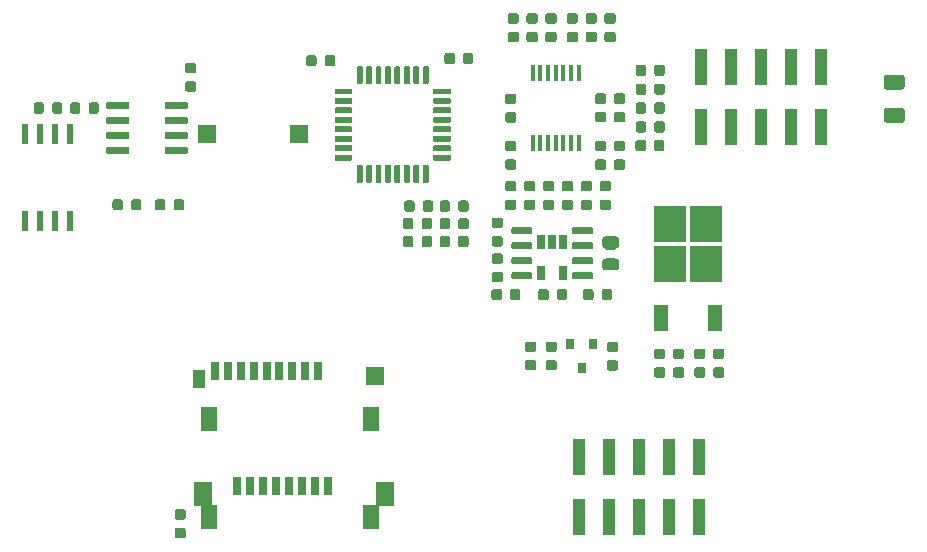
<source format=gbr>
G04 #@! TF.GenerationSoftware,KiCad,Pcbnew,5.1.5+dfsg1-2build2*
G04 #@! TF.CreationDate,2021-11-26T22:32:24+01:00*
G04 #@! TF.ProjectId,wideband_controller_mre,77696465-6261-46e6-945f-636f6e74726f,V1.3*
G04 #@! TF.SameCoordinates,Original*
G04 #@! TF.FileFunction,Paste,Top*
G04 #@! TF.FilePolarity,Positive*
%FSLAX46Y46*%
G04 Gerber Fmt 4.6, Leading zero omitted, Abs format (unit mm)*
G04 Created by KiCad (PCBNEW 5.1.5+dfsg1-2build2) date 2021-11-26 22:32:24*
%MOMM*%
%LPD*%
G04 APERTURE LIST*
%ADD10C,0.100000*%
%ADD11R,0.550000X1.750000*%
%ADD12R,1.524000X1.524000*%
%ADD13R,1.524000X2.032000*%
%ADD14R,1.016000X1.524000*%
%ADD15R,0.762000X1.524000*%
%ADD16R,0.800000X1.500000*%
%ADD17R,1.450000X2.000000*%
%ADD18R,1.000000X3.150000*%
%ADD19R,0.800000X0.900000*%
%ADD20R,0.650000X1.220000*%
%ADD21R,0.450000X1.450000*%
%ADD22R,1.500000X1.500000*%
%ADD23R,2.750000X3.050000*%
%ADD24R,1.200000X2.200000*%
G04 APERTURE END LIST*
D10*
G36*
X126014703Y-145095722D02*
G01*
X126029264Y-145097882D01*
X126043543Y-145101459D01*
X126057403Y-145106418D01*
X126070710Y-145112712D01*
X126083336Y-145120280D01*
X126095159Y-145129048D01*
X126106066Y-145138934D01*
X126115952Y-145149841D01*
X126124720Y-145161664D01*
X126132288Y-145174290D01*
X126138582Y-145187597D01*
X126143541Y-145201457D01*
X126147118Y-145215736D01*
X126149278Y-145230297D01*
X126150000Y-145245000D01*
X126150000Y-145545000D01*
X126149278Y-145559703D01*
X126147118Y-145574264D01*
X126143541Y-145588543D01*
X126138582Y-145602403D01*
X126132288Y-145615710D01*
X126124720Y-145628336D01*
X126115952Y-145640159D01*
X126106066Y-145651066D01*
X126095159Y-145660952D01*
X126083336Y-145669720D01*
X126070710Y-145677288D01*
X126057403Y-145683582D01*
X126043543Y-145688541D01*
X126029264Y-145692118D01*
X126014703Y-145694278D01*
X126000000Y-145695000D01*
X124550000Y-145695000D01*
X124535297Y-145694278D01*
X124520736Y-145692118D01*
X124506457Y-145688541D01*
X124492597Y-145683582D01*
X124479290Y-145677288D01*
X124466664Y-145669720D01*
X124454841Y-145660952D01*
X124443934Y-145651066D01*
X124434048Y-145640159D01*
X124425280Y-145628336D01*
X124417712Y-145615710D01*
X124411418Y-145602403D01*
X124406459Y-145588543D01*
X124402882Y-145574264D01*
X124400722Y-145559703D01*
X124400000Y-145545000D01*
X124400000Y-145245000D01*
X124400722Y-145230297D01*
X124402882Y-145215736D01*
X124406459Y-145201457D01*
X124411418Y-145187597D01*
X124417712Y-145174290D01*
X124425280Y-145161664D01*
X124434048Y-145149841D01*
X124443934Y-145138934D01*
X124454841Y-145129048D01*
X124466664Y-145120280D01*
X124479290Y-145112712D01*
X124492597Y-145106418D01*
X124506457Y-145101459D01*
X124520736Y-145097882D01*
X124535297Y-145095722D01*
X124550000Y-145095000D01*
X126000000Y-145095000D01*
X126014703Y-145095722D01*
G37*
G36*
X126014703Y-146365722D02*
G01*
X126029264Y-146367882D01*
X126043543Y-146371459D01*
X126057403Y-146376418D01*
X126070710Y-146382712D01*
X126083336Y-146390280D01*
X126095159Y-146399048D01*
X126106066Y-146408934D01*
X126115952Y-146419841D01*
X126124720Y-146431664D01*
X126132288Y-146444290D01*
X126138582Y-146457597D01*
X126143541Y-146471457D01*
X126147118Y-146485736D01*
X126149278Y-146500297D01*
X126150000Y-146515000D01*
X126150000Y-146815000D01*
X126149278Y-146829703D01*
X126147118Y-146844264D01*
X126143541Y-146858543D01*
X126138582Y-146872403D01*
X126132288Y-146885710D01*
X126124720Y-146898336D01*
X126115952Y-146910159D01*
X126106066Y-146921066D01*
X126095159Y-146930952D01*
X126083336Y-146939720D01*
X126070710Y-146947288D01*
X126057403Y-146953582D01*
X126043543Y-146958541D01*
X126029264Y-146962118D01*
X126014703Y-146964278D01*
X126000000Y-146965000D01*
X124550000Y-146965000D01*
X124535297Y-146964278D01*
X124520736Y-146962118D01*
X124506457Y-146958541D01*
X124492597Y-146953582D01*
X124479290Y-146947288D01*
X124466664Y-146939720D01*
X124454841Y-146930952D01*
X124443934Y-146921066D01*
X124434048Y-146910159D01*
X124425280Y-146898336D01*
X124417712Y-146885710D01*
X124411418Y-146872403D01*
X124406459Y-146858543D01*
X124402882Y-146844264D01*
X124400722Y-146829703D01*
X124400000Y-146815000D01*
X124400000Y-146515000D01*
X124400722Y-146500297D01*
X124402882Y-146485736D01*
X124406459Y-146471457D01*
X124411418Y-146457597D01*
X124417712Y-146444290D01*
X124425280Y-146431664D01*
X124434048Y-146419841D01*
X124443934Y-146408934D01*
X124454841Y-146399048D01*
X124466664Y-146390280D01*
X124479290Y-146382712D01*
X124492597Y-146376418D01*
X124506457Y-146371459D01*
X124520736Y-146367882D01*
X124535297Y-146365722D01*
X124550000Y-146365000D01*
X126000000Y-146365000D01*
X126014703Y-146365722D01*
G37*
G36*
X126014703Y-147635722D02*
G01*
X126029264Y-147637882D01*
X126043543Y-147641459D01*
X126057403Y-147646418D01*
X126070710Y-147652712D01*
X126083336Y-147660280D01*
X126095159Y-147669048D01*
X126106066Y-147678934D01*
X126115952Y-147689841D01*
X126124720Y-147701664D01*
X126132288Y-147714290D01*
X126138582Y-147727597D01*
X126143541Y-147741457D01*
X126147118Y-147755736D01*
X126149278Y-147770297D01*
X126150000Y-147785000D01*
X126150000Y-148085000D01*
X126149278Y-148099703D01*
X126147118Y-148114264D01*
X126143541Y-148128543D01*
X126138582Y-148142403D01*
X126132288Y-148155710D01*
X126124720Y-148168336D01*
X126115952Y-148180159D01*
X126106066Y-148191066D01*
X126095159Y-148200952D01*
X126083336Y-148209720D01*
X126070710Y-148217288D01*
X126057403Y-148223582D01*
X126043543Y-148228541D01*
X126029264Y-148232118D01*
X126014703Y-148234278D01*
X126000000Y-148235000D01*
X124550000Y-148235000D01*
X124535297Y-148234278D01*
X124520736Y-148232118D01*
X124506457Y-148228541D01*
X124492597Y-148223582D01*
X124479290Y-148217288D01*
X124466664Y-148209720D01*
X124454841Y-148200952D01*
X124443934Y-148191066D01*
X124434048Y-148180159D01*
X124425280Y-148168336D01*
X124417712Y-148155710D01*
X124411418Y-148142403D01*
X124406459Y-148128543D01*
X124402882Y-148114264D01*
X124400722Y-148099703D01*
X124400000Y-148085000D01*
X124400000Y-147785000D01*
X124400722Y-147770297D01*
X124402882Y-147755736D01*
X124406459Y-147741457D01*
X124411418Y-147727597D01*
X124417712Y-147714290D01*
X124425280Y-147701664D01*
X124434048Y-147689841D01*
X124443934Y-147678934D01*
X124454841Y-147669048D01*
X124466664Y-147660280D01*
X124479290Y-147652712D01*
X124492597Y-147646418D01*
X124506457Y-147641459D01*
X124520736Y-147637882D01*
X124535297Y-147635722D01*
X124550000Y-147635000D01*
X126000000Y-147635000D01*
X126014703Y-147635722D01*
G37*
G36*
X126014703Y-148905722D02*
G01*
X126029264Y-148907882D01*
X126043543Y-148911459D01*
X126057403Y-148916418D01*
X126070710Y-148922712D01*
X126083336Y-148930280D01*
X126095159Y-148939048D01*
X126106066Y-148948934D01*
X126115952Y-148959841D01*
X126124720Y-148971664D01*
X126132288Y-148984290D01*
X126138582Y-148997597D01*
X126143541Y-149011457D01*
X126147118Y-149025736D01*
X126149278Y-149040297D01*
X126150000Y-149055000D01*
X126150000Y-149355000D01*
X126149278Y-149369703D01*
X126147118Y-149384264D01*
X126143541Y-149398543D01*
X126138582Y-149412403D01*
X126132288Y-149425710D01*
X126124720Y-149438336D01*
X126115952Y-149450159D01*
X126106066Y-149461066D01*
X126095159Y-149470952D01*
X126083336Y-149479720D01*
X126070710Y-149487288D01*
X126057403Y-149493582D01*
X126043543Y-149498541D01*
X126029264Y-149502118D01*
X126014703Y-149504278D01*
X126000000Y-149505000D01*
X124550000Y-149505000D01*
X124535297Y-149504278D01*
X124520736Y-149502118D01*
X124506457Y-149498541D01*
X124492597Y-149493582D01*
X124479290Y-149487288D01*
X124466664Y-149479720D01*
X124454841Y-149470952D01*
X124443934Y-149461066D01*
X124434048Y-149450159D01*
X124425280Y-149438336D01*
X124417712Y-149425710D01*
X124411418Y-149412403D01*
X124406459Y-149398543D01*
X124402882Y-149384264D01*
X124400722Y-149369703D01*
X124400000Y-149355000D01*
X124400000Y-149055000D01*
X124400722Y-149040297D01*
X124402882Y-149025736D01*
X124406459Y-149011457D01*
X124411418Y-148997597D01*
X124417712Y-148984290D01*
X124425280Y-148971664D01*
X124434048Y-148959841D01*
X124443934Y-148948934D01*
X124454841Y-148939048D01*
X124466664Y-148930280D01*
X124479290Y-148922712D01*
X124492597Y-148916418D01*
X124506457Y-148911459D01*
X124520736Y-148907882D01*
X124535297Y-148905722D01*
X124550000Y-148905000D01*
X126000000Y-148905000D01*
X126014703Y-148905722D01*
G37*
G36*
X120864703Y-148905722D02*
G01*
X120879264Y-148907882D01*
X120893543Y-148911459D01*
X120907403Y-148916418D01*
X120920710Y-148922712D01*
X120933336Y-148930280D01*
X120945159Y-148939048D01*
X120956066Y-148948934D01*
X120965952Y-148959841D01*
X120974720Y-148971664D01*
X120982288Y-148984290D01*
X120988582Y-148997597D01*
X120993541Y-149011457D01*
X120997118Y-149025736D01*
X120999278Y-149040297D01*
X121000000Y-149055000D01*
X121000000Y-149355000D01*
X120999278Y-149369703D01*
X120997118Y-149384264D01*
X120993541Y-149398543D01*
X120988582Y-149412403D01*
X120982288Y-149425710D01*
X120974720Y-149438336D01*
X120965952Y-149450159D01*
X120956066Y-149461066D01*
X120945159Y-149470952D01*
X120933336Y-149479720D01*
X120920710Y-149487288D01*
X120907403Y-149493582D01*
X120893543Y-149498541D01*
X120879264Y-149502118D01*
X120864703Y-149504278D01*
X120850000Y-149505000D01*
X119400000Y-149505000D01*
X119385297Y-149504278D01*
X119370736Y-149502118D01*
X119356457Y-149498541D01*
X119342597Y-149493582D01*
X119329290Y-149487288D01*
X119316664Y-149479720D01*
X119304841Y-149470952D01*
X119293934Y-149461066D01*
X119284048Y-149450159D01*
X119275280Y-149438336D01*
X119267712Y-149425710D01*
X119261418Y-149412403D01*
X119256459Y-149398543D01*
X119252882Y-149384264D01*
X119250722Y-149369703D01*
X119250000Y-149355000D01*
X119250000Y-149055000D01*
X119250722Y-149040297D01*
X119252882Y-149025736D01*
X119256459Y-149011457D01*
X119261418Y-148997597D01*
X119267712Y-148984290D01*
X119275280Y-148971664D01*
X119284048Y-148959841D01*
X119293934Y-148948934D01*
X119304841Y-148939048D01*
X119316664Y-148930280D01*
X119329290Y-148922712D01*
X119342597Y-148916418D01*
X119356457Y-148911459D01*
X119370736Y-148907882D01*
X119385297Y-148905722D01*
X119400000Y-148905000D01*
X120850000Y-148905000D01*
X120864703Y-148905722D01*
G37*
G36*
X120864703Y-147635722D02*
G01*
X120879264Y-147637882D01*
X120893543Y-147641459D01*
X120907403Y-147646418D01*
X120920710Y-147652712D01*
X120933336Y-147660280D01*
X120945159Y-147669048D01*
X120956066Y-147678934D01*
X120965952Y-147689841D01*
X120974720Y-147701664D01*
X120982288Y-147714290D01*
X120988582Y-147727597D01*
X120993541Y-147741457D01*
X120997118Y-147755736D01*
X120999278Y-147770297D01*
X121000000Y-147785000D01*
X121000000Y-148085000D01*
X120999278Y-148099703D01*
X120997118Y-148114264D01*
X120993541Y-148128543D01*
X120988582Y-148142403D01*
X120982288Y-148155710D01*
X120974720Y-148168336D01*
X120965952Y-148180159D01*
X120956066Y-148191066D01*
X120945159Y-148200952D01*
X120933336Y-148209720D01*
X120920710Y-148217288D01*
X120907403Y-148223582D01*
X120893543Y-148228541D01*
X120879264Y-148232118D01*
X120864703Y-148234278D01*
X120850000Y-148235000D01*
X119400000Y-148235000D01*
X119385297Y-148234278D01*
X119370736Y-148232118D01*
X119356457Y-148228541D01*
X119342597Y-148223582D01*
X119329290Y-148217288D01*
X119316664Y-148209720D01*
X119304841Y-148200952D01*
X119293934Y-148191066D01*
X119284048Y-148180159D01*
X119275280Y-148168336D01*
X119267712Y-148155710D01*
X119261418Y-148142403D01*
X119256459Y-148128543D01*
X119252882Y-148114264D01*
X119250722Y-148099703D01*
X119250000Y-148085000D01*
X119250000Y-147785000D01*
X119250722Y-147770297D01*
X119252882Y-147755736D01*
X119256459Y-147741457D01*
X119261418Y-147727597D01*
X119267712Y-147714290D01*
X119275280Y-147701664D01*
X119284048Y-147689841D01*
X119293934Y-147678934D01*
X119304841Y-147669048D01*
X119316664Y-147660280D01*
X119329290Y-147652712D01*
X119342597Y-147646418D01*
X119356457Y-147641459D01*
X119370736Y-147637882D01*
X119385297Y-147635722D01*
X119400000Y-147635000D01*
X120850000Y-147635000D01*
X120864703Y-147635722D01*
G37*
G36*
X120864703Y-146365722D02*
G01*
X120879264Y-146367882D01*
X120893543Y-146371459D01*
X120907403Y-146376418D01*
X120920710Y-146382712D01*
X120933336Y-146390280D01*
X120945159Y-146399048D01*
X120956066Y-146408934D01*
X120965952Y-146419841D01*
X120974720Y-146431664D01*
X120982288Y-146444290D01*
X120988582Y-146457597D01*
X120993541Y-146471457D01*
X120997118Y-146485736D01*
X120999278Y-146500297D01*
X121000000Y-146515000D01*
X121000000Y-146815000D01*
X120999278Y-146829703D01*
X120997118Y-146844264D01*
X120993541Y-146858543D01*
X120988582Y-146872403D01*
X120982288Y-146885710D01*
X120974720Y-146898336D01*
X120965952Y-146910159D01*
X120956066Y-146921066D01*
X120945159Y-146930952D01*
X120933336Y-146939720D01*
X120920710Y-146947288D01*
X120907403Y-146953582D01*
X120893543Y-146958541D01*
X120879264Y-146962118D01*
X120864703Y-146964278D01*
X120850000Y-146965000D01*
X119400000Y-146965000D01*
X119385297Y-146964278D01*
X119370736Y-146962118D01*
X119356457Y-146958541D01*
X119342597Y-146953582D01*
X119329290Y-146947288D01*
X119316664Y-146939720D01*
X119304841Y-146930952D01*
X119293934Y-146921066D01*
X119284048Y-146910159D01*
X119275280Y-146898336D01*
X119267712Y-146885710D01*
X119261418Y-146872403D01*
X119256459Y-146858543D01*
X119252882Y-146844264D01*
X119250722Y-146829703D01*
X119250000Y-146815000D01*
X119250000Y-146515000D01*
X119250722Y-146500297D01*
X119252882Y-146485736D01*
X119256459Y-146471457D01*
X119261418Y-146457597D01*
X119267712Y-146444290D01*
X119275280Y-146431664D01*
X119284048Y-146419841D01*
X119293934Y-146408934D01*
X119304841Y-146399048D01*
X119316664Y-146390280D01*
X119329290Y-146382712D01*
X119342597Y-146376418D01*
X119356457Y-146371459D01*
X119370736Y-146367882D01*
X119385297Y-146365722D01*
X119400000Y-146365000D01*
X120850000Y-146365000D01*
X120864703Y-146365722D01*
G37*
G36*
X120864703Y-145095722D02*
G01*
X120879264Y-145097882D01*
X120893543Y-145101459D01*
X120907403Y-145106418D01*
X120920710Y-145112712D01*
X120933336Y-145120280D01*
X120945159Y-145129048D01*
X120956066Y-145138934D01*
X120965952Y-145149841D01*
X120974720Y-145161664D01*
X120982288Y-145174290D01*
X120988582Y-145187597D01*
X120993541Y-145201457D01*
X120997118Y-145215736D01*
X120999278Y-145230297D01*
X121000000Y-145245000D01*
X121000000Y-145545000D01*
X120999278Y-145559703D01*
X120997118Y-145574264D01*
X120993541Y-145588543D01*
X120988582Y-145602403D01*
X120982288Y-145615710D01*
X120974720Y-145628336D01*
X120965952Y-145640159D01*
X120956066Y-145651066D01*
X120945159Y-145660952D01*
X120933336Y-145669720D01*
X120920710Y-145677288D01*
X120907403Y-145683582D01*
X120893543Y-145688541D01*
X120879264Y-145692118D01*
X120864703Y-145694278D01*
X120850000Y-145695000D01*
X119400000Y-145695000D01*
X119385297Y-145694278D01*
X119370736Y-145692118D01*
X119356457Y-145688541D01*
X119342597Y-145683582D01*
X119329290Y-145677288D01*
X119316664Y-145669720D01*
X119304841Y-145660952D01*
X119293934Y-145651066D01*
X119284048Y-145640159D01*
X119275280Y-145628336D01*
X119267712Y-145615710D01*
X119261418Y-145602403D01*
X119256459Y-145588543D01*
X119252882Y-145574264D01*
X119250722Y-145559703D01*
X119250000Y-145545000D01*
X119250000Y-145245000D01*
X119250722Y-145230297D01*
X119252882Y-145215736D01*
X119256459Y-145201457D01*
X119261418Y-145187597D01*
X119267712Y-145174290D01*
X119275280Y-145161664D01*
X119284048Y-145149841D01*
X119293934Y-145138934D01*
X119304841Y-145129048D01*
X119316664Y-145120280D01*
X119329290Y-145112712D01*
X119342597Y-145106418D01*
X119356457Y-145101459D01*
X119370736Y-145097882D01*
X119385297Y-145095722D01*
X119400000Y-145095000D01*
X120850000Y-145095000D01*
X120864703Y-145095722D01*
G37*
G36*
X92377691Y-131176053D02*
G01*
X92398926Y-131179203D01*
X92419750Y-131184419D01*
X92439962Y-131191651D01*
X92459368Y-131200830D01*
X92477781Y-131211866D01*
X92495024Y-131224654D01*
X92510930Y-131239070D01*
X92525346Y-131254976D01*
X92538134Y-131272219D01*
X92549170Y-131290632D01*
X92558349Y-131310038D01*
X92565581Y-131330250D01*
X92570797Y-131351074D01*
X92573947Y-131372309D01*
X92575000Y-131393750D01*
X92575000Y-131831250D01*
X92573947Y-131852691D01*
X92570797Y-131873926D01*
X92565581Y-131894750D01*
X92558349Y-131914962D01*
X92549170Y-131934368D01*
X92538134Y-131952781D01*
X92525346Y-131970024D01*
X92510930Y-131985930D01*
X92495024Y-132000346D01*
X92477781Y-132013134D01*
X92459368Y-132024170D01*
X92439962Y-132033349D01*
X92419750Y-132040581D01*
X92398926Y-132045797D01*
X92377691Y-132048947D01*
X92356250Y-132050000D01*
X91843750Y-132050000D01*
X91822309Y-132048947D01*
X91801074Y-132045797D01*
X91780250Y-132040581D01*
X91760038Y-132033349D01*
X91740632Y-132024170D01*
X91722219Y-132013134D01*
X91704976Y-132000346D01*
X91689070Y-131985930D01*
X91674654Y-131970024D01*
X91661866Y-131952781D01*
X91650830Y-131934368D01*
X91641651Y-131914962D01*
X91634419Y-131894750D01*
X91629203Y-131873926D01*
X91626053Y-131852691D01*
X91625000Y-131831250D01*
X91625000Y-131393750D01*
X91626053Y-131372309D01*
X91629203Y-131351074D01*
X91634419Y-131330250D01*
X91641651Y-131310038D01*
X91650830Y-131290632D01*
X91661866Y-131272219D01*
X91674654Y-131254976D01*
X91689070Y-131239070D01*
X91704976Y-131224654D01*
X91722219Y-131211866D01*
X91740632Y-131200830D01*
X91760038Y-131191651D01*
X91780250Y-131184419D01*
X91801074Y-131179203D01*
X91822309Y-131176053D01*
X91843750Y-131175000D01*
X92356250Y-131175000D01*
X92377691Y-131176053D01*
G37*
G36*
X92377691Y-132751053D02*
G01*
X92398926Y-132754203D01*
X92419750Y-132759419D01*
X92439962Y-132766651D01*
X92459368Y-132775830D01*
X92477781Y-132786866D01*
X92495024Y-132799654D01*
X92510930Y-132814070D01*
X92525346Y-132829976D01*
X92538134Y-132847219D01*
X92549170Y-132865632D01*
X92558349Y-132885038D01*
X92565581Y-132905250D01*
X92570797Y-132926074D01*
X92573947Y-132947309D01*
X92575000Y-132968750D01*
X92575000Y-133406250D01*
X92573947Y-133427691D01*
X92570797Y-133448926D01*
X92565581Y-133469750D01*
X92558349Y-133489962D01*
X92549170Y-133509368D01*
X92538134Y-133527781D01*
X92525346Y-133545024D01*
X92510930Y-133560930D01*
X92495024Y-133575346D01*
X92477781Y-133588134D01*
X92459368Y-133599170D01*
X92439962Y-133608349D01*
X92419750Y-133615581D01*
X92398926Y-133620797D01*
X92377691Y-133623947D01*
X92356250Y-133625000D01*
X91843750Y-133625000D01*
X91822309Y-133623947D01*
X91801074Y-133620797D01*
X91780250Y-133615581D01*
X91760038Y-133608349D01*
X91740632Y-133599170D01*
X91722219Y-133588134D01*
X91704976Y-133575346D01*
X91689070Y-133560930D01*
X91674654Y-133545024D01*
X91661866Y-133527781D01*
X91650830Y-133509368D01*
X91641651Y-133489962D01*
X91634419Y-133469750D01*
X91629203Y-133448926D01*
X91626053Y-133427691D01*
X91625000Y-133406250D01*
X91625000Y-132968750D01*
X91626053Y-132947309D01*
X91629203Y-132926074D01*
X91634419Y-132905250D01*
X91641651Y-132885038D01*
X91650830Y-132865632D01*
X91661866Y-132847219D01*
X91674654Y-132829976D01*
X91689070Y-132814070D01*
X91704976Y-132799654D01*
X91722219Y-132786866D01*
X91740632Y-132775830D01*
X91760038Y-132766651D01*
X91780250Y-132759419D01*
X91801074Y-132754203D01*
X91822309Y-132751053D01*
X91843750Y-132750000D01*
X92356250Y-132750000D01*
X92377691Y-132751053D01*
G37*
D11*
X81905000Y-144600000D03*
X80635000Y-144600000D03*
X79365000Y-144600000D03*
X78095000Y-144600000D03*
X78095000Y-137200000D03*
X79365000Y-137200000D03*
X80635000Y-137200000D03*
X81905000Y-137200000D03*
D10*
G36*
X82552691Y-134526053D02*
G01*
X82573926Y-134529203D01*
X82594750Y-134534419D01*
X82614962Y-134541651D01*
X82634368Y-134550830D01*
X82652781Y-134561866D01*
X82670024Y-134574654D01*
X82685930Y-134589070D01*
X82700346Y-134604976D01*
X82713134Y-134622219D01*
X82724170Y-134640632D01*
X82733349Y-134660038D01*
X82740581Y-134680250D01*
X82745797Y-134701074D01*
X82748947Y-134722309D01*
X82750000Y-134743750D01*
X82750000Y-135256250D01*
X82748947Y-135277691D01*
X82745797Y-135298926D01*
X82740581Y-135319750D01*
X82733349Y-135339962D01*
X82724170Y-135359368D01*
X82713134Y-135377781D01*
X82700346Y-135395024D01*
X82685930Y-135410930D01*
X82670024Y-135425346D01*
X82652781Y-135438134D01*
X82634368Y-135449170D01*
X82614962Y-135458349D01*
X82594750Y-135465581D01*
X82573926Y-135470797D01*
X82552691Y-135473947D01*
X82531250Y-135475000D01*
X82093750Y-135475000D01*
X82072309Y-135473947D01*
X82051074Y-135470797D01*
X82030250Y-135465581D01*
X82010038Y-135458349D01*
X81990632Y-135449170D01*
X81972219Y-135438134D01*
X81954976Y-135425346D01*
X81939070Y-135410930D01*
X81924654Y-135395024D01*
X81911866Y-135377781D01*
X81900830Y-135359368D01*
X81891651Y-135339962D01*
X81884419Y-135319750D01*
X81879203Y-135298926D01*
X81876053Y-135277691D01*
X81875000Y-135256250D01*
X81875000Y-134743750D01*
X81876053Y-134722309D01*
X81879203Y-134701074D01*
X81884419Y-134680250D01*
X81891651Y-134660038D01*
X81900830Y-134640632D01*
X81911866Y-134622219D01*
X81924654Y-134604976D01*
X81939070Y-134589070D01*
X81954976Y-134574654D01*
X81972219Y-134561866D01*
X81990632Y-134550830D01*
X82010038Y-134541651D01*
X82030250Y-134534419D01*
X82051074Y-134529203D01*
X82072309Y-134526053D01*
X82093750Y-134525000D01*
X82531250Y-134525000D01*
X82552691Y-134526053D01*
G37*
G36*
X84127691Y-134526053D02*
G01*
X84148926Y-134529203D01*
X84169750Y-134534419D01*
X84189962Y-134541651D01*
X84209368Y-134550830D01*
X84227781Y-134561866D01*
X84245024Y-134574654D01*
X84260930Y-134589070D01*
X84275346Y-134604976D01*
X84288134Y-134622219D01*
X84299170Y-134640632D01*
X84308349Y-134660038D01*
X84315581Y-134680250D01*
X84320797Y-134701074D01*
X84323947Y-134722309D01*
X84325000Y-134743750D01*
X84325000Y-135256250D01*
X84323947Y-135277691D01*
X84320797Y-135298926D01*
X84315581Y-135319750D01*
X84308349Y-135339962D01*
X84299170Y-135359368D01*
X84288134Y-135377781D01*
X84275346Y-135395024D01*
X84260930Y-135410930D01*
X84245024Y-135425346D01*
X84227781Y-135438134D01*
X84209368Y-135449170D01*
X84189962Y-135458349D01*
X84169750Y-135465581D01*
X84148926Y-135470797D01*
X84127691Y-135473947D01*
X84106250Y-135475000D01*
X83668750Y-135475000D01*
X83647309Y-135473947D01*
X83626074Y-135470797D01*
X83605250Y-135465581D01*
X83585038Y-135458349D01*
X83565632Y-135449170D01*
X83547219Y-135438134D01*
X83529976Y-135425346D01*
X83514070Y-135410930D01*
X83499654Y-135395024D01*
X83486866Y-135377781D01*
X83475830Y-135359368D01*
X83466651Y-135339962D01*
X83459419Y-135319750D01*
X83454203Y-135298926D01*
X83451053Y-135277691D01*
X83450000Y-135256250D01*
X83450000Y-134743750D01*
X83451053Y-134722309D01*
X83454203Y-134701074D01*
X83459419Y-134680250D01*
X83466651Y-134660038D01*
X83475830Y-134640632D01*
X83486866Y-134622219D01*
X83499654Y-134604976D01*
X83514070Y-134589070D01*
X83529976Y-134574654D01*
X83547219Y-134561866D01*
X83565632Y-134550830D01*
X83585038Y-134541651D01*
X83605250Y-134534419D01*
X83626074Y-134529203D01*
X83647309Y-134526053D01*
X83668750Y-134525000D01*
X84106250Y-134525000D01*
X84127691Y-134526053D01*
G37*
G36*
X81040191Y-134526053D02*
G01*
X81061426Y-134529203D01*
X81082250Y-134534419D01*
X81102462Y-134541651D01*
X81121868Y-134550830D01*
X81140281Y-134561866D01*
X81157524Y-134574654D01*
X81173430Y-134589070D01*
X81187846Y-134604976D01*
X81200634Y-134622219D01*
X81211670Y-134640632D01*
X81220849Y-134660038D01*
X81228081Y-134680250D01*
X81233297Y-134701074D01*
X81236447Y-134722309D01*
X81237500Y-134743750D01*
X81237500Y-135256250D01*
X81236447Y-135277691D01*
X81233297Y-135298926D01*
X81228081Y-135319750D01*
X81220849Y-135339962D01*
X81211670Y-135359368D01*
X81200634Y-135377781D01*
X81187846Y-135395024D01*
X81173430Y-135410930D01*
X81157524Y-135425346D01*
X81140281Y-135438134D01*
X81121868Y-135449170D01*
X81102462Y-135458349D01*
X81082250Y-135465581D01*
X81061426Y-135470797D01*
X81040191Y-135473947D01*
X81018750Y-135475000D01*
X80581250Y-135475000D01*
X80559809Y-135473947D01*
X80538574Y-135470797D01*
X80517750Y-135465581D01*
X80497538Y-135458349D01*
X80478132Y-135449170D01*
X80459719Y-135438134D01*
X80442476Y-135425346D01*
X80426570Y-135410930D01*
X80412154Y-135395024D01*
X80399366Y-135377781D01*
X80388330Y-135359368D01*
X80379151Y-135339962D01*
X80371919Y-135319750D01*
X80366703Y-135298926D01*
X80363553Y-135277691D01*
X80362500Y-135256250D01*
X80362500Y-134743750D01*
X80363553Y-134722309D01*
X80366703Y-134701074D01*
X80371919Y-134680250D01*
X80379151Y-134660038D01*
X80388330Y-134640632D01*
X80399366Y-134622219D01*
X80412154Y-134604976D01*
X80426570Y-134589070D01*
X80442476Y-134574654D01*
X80459719Y-134561866D01*
X80478132Y-134550830D01*
X80497538Y-134541651D01*
X80517750Y-134534419D01*
X80538574Y-134529203D01*
X80559809Y-134526053D01*
X80581250Y-134525000D01*
X81018750Y-134525000D01*
X81040191Y-134526053D01*
G37*
G36*
X79465191Y-134526053D02*
G01*
X79486426Y-134529203D01*
X79507250Y-134534419D01*
X79527462Y-134541651D01*
X79546868Y-134550830D01*
X79565281Y-134561866D01*
X79582524Y-134574654D01*
X79598430Y-134589070D01*
X79612846Y-134604976D01*
X79625634Y-134622219D01*
X79636670Y-134640632D01*
X79645849Y-134660038D01*
X79653081Y-134680250D01*
X79658297Y-134701074D01*
X79661447Y-134722309D01*
X79662500Y-134743750D01*
X79662500Y-135256250D01*
X79661447Y-135277691D01*
X79658297Y-135298926D01*
X79653081Y-135319750D01*
X79645849Y-135339962D01*
X79636670Y-135359368D01*
X79625634Y-135377781D01*
X79612846Y-135395024D01*
X79598430Y-135410930D01*
X79582524Y-135425346D01*
X79565281Y-135438134D01*
X79546868Y-135449170D01*
X79527462Y-135458349D01*
X79507250Y-135465581D01*
X79486426Y-135470797D01*
X79465191Y-135473947D01*
X79443750Y-135475000D01*
X79006250Y-135475000D01*
X78984809Y-135473947D01*
X78963574Y-135470797D01*
X78942750Y-135465581D01*
X78922538Y-135458349D01*
X78903132Y-135449170D01*
X78884719Y-135438134D01*
X78867476Y-135425346D01*
X78851570Y-135410930D01*
X78837154Y-135395024D01*
X78824366Y-135377781D01*
X78813330Y-135359368D01*
X78804151Y-135339962D01*
X78796919Y-135319750D01*
X78791703Y-135298926D01*
X78788553Y-135277691D01*
X78787500Y-135256250D01*
X78787500Y-134743750D01*
X78788553Y-134722309D01*
X78791703Y-134701074D01*
X78796919Y-134680250D01*
X78804151Y-134660038D01*
X78813330Y-134640632D01*
X78824366Y-134622219D01*
X78837154Y-134604976D01*
X78851570Y-134589070D01*
X78867476Y-134574654D01*
X78884719Y-134561866D01*
X78903132Y-134550830D01*
X78922538Y-134541651D01*
X78942750Y-134534419D01*
X78963574Y-134529203D01*
X78984809Y-134526053D01*
X79006250Y-134525000D01*
X79443750Y-134525000D01*
X79465191Y-134526053D01*
G37*
D12*
X107695000Y-157699000D03*
D13*
X108514000Y-167680000D03*
X93114000Y-167680000D03*
D14*
X92768000Y-157907000D03*
D15*
X94114000Y-157307000D03*
X95214000Y-157307000D03*
X96314000Y-157307000D03*
X97414000Y-157307000D03*
X98514000Y-157307000D03*
X99614000Y-157307000D03*
X100714000Y-157307000D03*
X101814000Y-157307000D03*
X102914000Y-157307000D03*
D16*
X103710000Y-167035000D03*
X102610000Y-167035000D03*
X101510000Y-167035000D03*
X100410000Y-167035000D03*
X99310000Y-167035000D03*
X98210000Y-167035000D03*
X97110000Y-167035000D03*
X96010000Y-167035000D03*
D17*
X93635000Y-161335000D03*
X107385000Y-161335000D03*
X107385000Y-169635000D03*
X93635000Y-169635000D03*
D10*
G36*
X91477691Y-170551053D02*
G01*
X91498926Y-170554203D01*
X91519750Y-170559419D01*
X91539962Y-170566651D01*
X91559368Y-170575830D01*
X91577781Y-170586866D01*
X91595024Y-170599654D01*
X91610930Y-170614070D01*
X91625346Y-170629976D01*
X91638134Y-170647219D01*
X91649170Y-170665632D01*
X91658349Y-170685038D01*
X91665581Y-170705250D01*
X91670797Y-170726074D01*
X91673947Y-170747309D01*
X91675000Y-170768750D01*
X91675000Y-171206250D01*
X91673947Y-171227691D01*
X91670797Y-171248926D01*
X91665581Y-171269750D01*
X91658349Y-171289962D01*
X91649170Y-171309368D01*
X91638134Y-171327781D01*
X91625346Y-171345024D01*
X91610930Y-171360930D01*
X91595024Y-171375346D01*
X91577781Y-171388134D01*
X91559368Y-171399170D01*
X91539962Y-171408349D01*
X91519750Y-171415581D01*
X91498926Y-171420797D01*
X91477691Y-171423947D01*
X91456250Y-171425000D01*
X90943750Y-171425000D01*
X90922309Y-171423947D01*
X90901074Y-171420797D01*
X90880250Y-171415581D01*
X90860038Y-171408349D01*
X90840632Y-171399170D01*
X90822219Y-171388134D01*
X90804976Y-171375346D01*
X90789070Y-171360930D01*
X90774654Y-171345024D01*
X90761866Y-171327781D01*
X90750830Y-171309368D01*
X90741651Y-171289962D01*
X90734419Y-171269750D01*
X90729203Y-171248926D01*
X90726053Y-171227691D01*
X90725000Y-171206250D01*
X90725000Y-170768750D01*
X90726053Y-170747309D01*
X90729203Y-170726074D01*
X90734419Y-170705250D01*
X90741651Y-170685038D01*
X90750830Y-170665632D01*
X90761866Y-170647219D01*
X90774654Y-170629976D01*
X90789070Y-170614070D01*
X90804976Y-170599654D01*
X90822219Y-170586866D01*
X90840632Y-170575830D01*
X90860038Y-170566651D01*
X90880250Y-170559419D01*
X90901074Y-170554203D01*
X90922309Y-170551053D01*
X90943750Y-170550000D01*
X91456250Y-170550000D01*
X91477691Y-170551053D01*
G37*
G36*
X91477691Y-168976053D02*
G01*
X91498926Y-168979203D01*
X91519750Y-168984419D01*
X91539962Y-168991651D01*
X91559368Y-169000830D01*
X91577781Y-169011866D01*
X91595024Y-169024654D01*
X91610930Y-169039070D01*
X91625346Y-169054976D01*
X91638134Y-169072219D01*
X91649170Y-169090632D01*
X91658349Y-169110038D01*
X91665581Y-169130250D01*
X91670797Y-169151074D01*
X91673947Y-169172309D01*
X91675000Y-169193750D01*
X91675000Y-169631250D01*
X91673947Y-169652691D01*
X91670797Y-169673926D01*
X91665581Y-169694750D01*
X91658349Y-169714962D01*
X91649170Y-169734368D01*
X91638134Y-169752781D01*
X91625346Y-169770024D01*
X91610930Y-169785930D01*
X91595024Y-169800346D01*
X91577781Y-169813134D01*
X91559368Y-169824170D01*
X91539962Y-169833349D01*
X91519750Y-169840581D01*
X91498926Y-169845797D01*
X91477691Y-169848947D01*
X91456250Y-169850000D01*
X90943750Y-169850000D01*
X90922309Y-169848947D01*
X90901074Y-169845797D01*
X90880250Y-169840581D01*
X90860038Y-169833349D01*
X90840632Y-169824170D01*
X90822219Y-169813134D01*
X90804976Y-169800346D01*
X90789070Y-169785930D01*
X90774654Y-169770024D01*
X90761866Y-169752781D01*
X90750830Y-169734368D01*
X90741651Y-169714962D01*
X90734419Y-169694750D01*
X90729203Y-169673926D01*
X90726053Y-169652691D01*
X90725000Y-169631250D01*
X90725000Y-169193750D01*
X90726053Y-169172309D01*
X90729203Y-169151074D01*
X90734419Y-169130250D01*
X90741651Y-169110038D01*
X90750830Y-169090632D01*
X90761866Y-169072219D01*
X90774654Y-169054976D01*
X90789070Y-169039070D01*
X90804976Y-169024654D01*
X90822219Y-169011866D01*
X90840632Y-169000830D01*
X90860038Y-168991651D01*
X90880250Y-168984419D01*
X90901074Y-168979203D01*
X90922309Y-168976053D01*
X90943750Y-168975000D01*
X91456250Y-168975000D01*
X91477691Y-168976053D01*
G37*
G36*
X119477691Y-139351053D02*
G01*
X119498926Y-139354203D01*
X119519750Y-139359419D01*
X119539962Y-139366651D01*
X119559368Y-139375830D01*
X119577781Y-139386866D01*
X119595024Y-139399654D01*
X119610930Y-139414070D01*
X119625346Y-139429976D01*
X119638134Y-139447219D01*
X119649170Y-139465632D01*
X119658349Y-139485038D01*
X119665581Y-139505250D01*
X119670797Y-139526074D01*
X119673947Y-139547309D01*
X119675000Y-139568750D01*
X119675000Y-140006250D01*
X119673947Y-140027691D01*
X119670797Y-140048926D01*
X119665581Y-140069750D01*
X119658349Y-140089962D01*
X119649170Y-140109368D01*
X119638134Y-140127781D01*
X119625346Y-140145024D01*
X119610930Y-140160930D01*
X119595024Y-140175346D01*
X119577781Y-140188134D01*
X119559368Y-140199170D01*
X119539962Y-140208349D01*
X119519750Y-140215581D01*
X119498926Y-140220797D01*
X119477691Y-140223947D01*
X119456250Y-140225000D01*
X118943750Y-140225000D01*
X118922309Y-140223947D01*
X118901074Y-140220797D01*
X118880250Y-140215581D01*
X118860038Y-140208349D01*
X118840632Y-140199170D01*
X118822219Y-140188134D01*
X118804976Y-140175346D01*
X118789070Y-140160930D01*
X118774654Y-140145024D01*
X118761866Y-140127781D01*
X118750830Y-140109368D01*
X118741651Y-140089962D01*
X118734419Y-140069750D01*
X118729203Y-140048926D01*
X118726053Y-140027691D01*
X118725000Y-140006250D01*
X118725000Y-139568750D01*
X118726053Y-139547309D01*
X118729203Y-139526074D01*
X118734419Y-139505250D01*
X118741651Y-139485038D01*
X118750830Y-139465632D01*
X118761866Y-139447219D01*
X118774654Y-139429976D01*
X118789070Y-139414070D01*
X118804976Y-139399654D01*
X118822219Y-139386866D01*
X118840632Y-139375830D01*
X118860038Y-139366651D01*
X118880250Y-139359419D01*
X118901074Y-139354203D01*
X118922309Y-139351053D01*
X118943750Y-139350000D01*
X119456250Y-139350000D01*
X119477691Y-139351053D01*
G37*
G36*
X119477691Y-137776053D02*
G01*
X119498926Y-137779203D01*
X119519750Y-137784419D01*
X119539962Y-137791651D01*
X119559368Y-137800830D01*
X119577781Y-137811866D01*
X119595024Y-137824654D01*
X119610930Y-137839070D01*
X119625346Y-137854976D01*
X119638134Y-137872219D01*
X119649170Y-137890632D01*
X119658349Y-137910038D01*
X119665581Y-137930250D01*
X119670797Y-137951074D01*
X119673947Y-137972309D01*
X119675000Y-137993750D01*
X119675000Y-138431250D01*
X119673947Y-138452691D01*
X119670797Y-138473926D01*
X119665581Y-138494750D01*
X119658349Y-138514962D01*
X119649170Y-138534368D01*
X119638134Y-138552781D01*
X119625346Y-138570024D01*
X119610930Y-138585930D01*
X119595024Y-138600346D01*
X119577781Y-138613134D01*
X119559368Y-138624170D01*
X119539962Y-138633349D01*
X119519750Y-138640581D01*
X119498926Y-138645797D01*
X119477691Y-138648947D01*
X119456250Y-138650000D01*
X118943750Y-138650000D01*
X118922309Y-138648947D01*
X118901074Y-138645797D01*
X118880250Y-138640581D01*
X118860038Y-138633349D01*
X118840632Y-138624170D01*
X118822219Y-138613134D01*
X118804976Y-138600346D01*
X118789070Y-138585930D01*
X118774654Y-138570024D01*
X118761866Y-138552781D01*
X118750830Y-138534368D01*
X118741651Y-138514962D01*
X118734419Y-138494750D01*
X118729203Y-138473926D01*
X118726053Y-138452691D01*
X118725000Y-138431250D01*
X118725000Y-137993750D01*
X118726053Y-137972309D01*
X118729203Y-137951074D01*
X118734419Y-137930250D01*
X118741651Y-137910038D01*
X118750830Y-137890632D01*
X118761866Y-137872219D01*
X118774654Y-137854976D01*
X118789070Y-137839070D01*
X118804976Y-137824654D01*
X118822219Y-137811866D01*
X118840632Y-137800830D01*
X118860038Y-137791651D01*
X118880250Y-137784419D01*
X118901074Y-137779203D01*
X118922309Y-137776053D01*
X118943750Y-137775000D01*
X119456250Y-137775000D01*
X119477691Y-137776053D01*
G37*
G36*
X128130142Y-145876174D02*
G01*
X128153803Y-145879684D01*
X128177007Y-145885496D01*
X128199529Y-145893554D01*
X128221153Y-145903782D01*
X128241670Y-145916079D01*
X128260883Y-145930329D01*
X128278607Y-145946393D01*
X128294671Y-145964117D01*
X128308921Y-145983330D01*
X128321218Y-146003847D01*
X128331446Y-146025471D01*
X128339504Y-146047993D01*
X128345316Y-146071197D01*
X128348826Y-146094858D01*
X128350000Y-146118750D01*
X128350000Y-146606250D01*
X128348826Y-146630142D01*
X128345316Y-146653803D01*
X128339504Y-146677007D01*
X128331446Y-146699529D01*
X128321218Y-146721153D01*
X128308921Y-146741670D01*
X128294671Y-146760883D01*
X128278607Y-146778607D01*
X128260883Y-146794671D01*
X128241670Y-146808921D01*
X128221153Y-146821218D01*
X128199529Y-146831446D01*
X128177007Y-146839504D01*
X128153803Y-146845316D01*
X128130142Y-146848826D01*
X128106250Y-146850000D01*
X127193750Y-146850000D01*
X127169858Y-146848826D01*
X127146197Y-146845316D01*
X127122993Y-146839504D01*
X127100471Y-146831446D01*
X127078847Y-146821218D01*
X127058330Y-146808921D01*
X127039117Y-146794671D01*
X127021393Y-146778607D01*
X127005329Y-146760883D01*
X126991079Y-146741670D01*
X126978782Y-146721153D01*
X126968554Y-146699529D01*
X126960496Y-146677007D01*
X126954684Y-146653803D01*
X126951174Y-146630142D01*
X126950000Y-146606250D01*
X126950000Y-146118750D01*
X126951174Y-146094858D01*
X126954684Y-146071197D01*
X126960496Y-146047993D01*
X126968554Y-146025471D01*
X126978782Y-146003847D01*
X126991079Y-145983330D01*
X127005329Y-145964117D01*
X127021393Y-145946393D01*
X127039117Y-145930329D01*
X127058330Y-145916079D01*
X127078847Y-145903782D01*
X127100471Y-145893554D01*
X127122993Y-145885496D01*
X127146197Y-145879684D01*
X127169858Y-145876174D01*
X127193750Y-145875000D01*
X128106250Y-145875000D01*
X128130142Y-145876174D01*
G37*
G36*
X128130142Y-147751174D02*
G01*
X128153803Y-147754684D01*
X128177007Y-147760496D01*
X128199529Y-147768554D01*
X128221153Y-147778782D01*
X128241670Y-147791079D01*
X128260883Y-147805329D01*
X128278607Y-147821393D01*
X128294671Y-147839117D01*
X128308921Y-147858330D01*
X128321218Y-147878847D01*
X128331446Y-147900471D01*
X128339504Y-147922993D01*
X128345316Y-147946197D01*
X128348826Y-147969858D01*
X128350000Y-147993750D01*
X128350000Y-148481250D01*
X128348826Y-148505142D01*
X128345316Y-148528803D01*
X128339504Y-148552007D01*
X128331446Y-148574529D01*
X128321218Y-148596153D01*
X128308921Y-148616670D01*
X128294671Y-148635883D01*
X128278607Y-148653607D01*
X128260883Y-148669671D01*
X128241670Y-148683921D01*
X128221153Y-148696218D01*
X128199529Y-148706446D01*
X128177007Y-148714504D01*
X128153803Y-148720316D01*
X128130142Y-148723826D01*
X128106250Y-148725000D01*
X127193750Y-148725000D01*
X127169858Y-148723826D01*
X127146197Y-148720316D01*
X127122993Y-148714504D01*
X127100471Y-148706446D01*
X127078847Y-148696218D01*
X127058330Y-148683921D01*
X127039117Y-148669671D01*
X127021393Y-148653607D01*
X127005329Y-148635883D01*
X126991079Y-148616670D01*
X126978782Y-148596153D01*
X126968554Y-148574529D01*
X126960496Y-148552007D01*
X126954684Y-148528803D01*
X126951174Y-148505142D01*
X126950000Y-148481250D01*
X126950000Y-147993750D01*
X126951174Y-147969858D01*
X126954684Y-147946197D01*
X126960496Y-147922993D01*
X126968554Y-147900471D01*
X126978782Y-147878847D01*
X126991079Y-147858330D01*
X127005329Y-147839117D01*
X127021393Y-147821393D01*
X127039117Y-147805329D01*
X127058330Y-147791079D01*
X127078847Y-147778782D01*
X127100471Y-147768554D01*
X127122993Y-147760496D01*
X127146197Y-147754684D01*
X127169858Y-147751174D01*
X127193750Y-147750000D01*
X128106250Y-147750000D01*
X128130142Y-147751174D01*
G37*
D18*
X135128000Y-164581600D03*
X135128000Y-169631600D03*
X132588000Y-164581600D03*
X132588000Y-169631600D03*
X130048000Y-164581600D03*
X130048000Y-169631600D03*
X127508000Y-164581600D03*
X127508000Y-169631600D03*
X124968000Y-164581600D03*
X124968000Y-169631600D03*
X135331200Y-136586200D03*
X135331200Y-131536200D03*
X137871200Y-136586200D03*
X137871200Y-131536200D03*
X140411200Y-136586200D03*
X140411200Y-131536200D03*
X142951200Y-136586200D03*
X142951200Y-131536200D03*
X145491200Y-136586200D03*
X145491200Y-131536200D03*
D10*
G36*
X86764703Y-138305722D02*
G01*
X86779264Y-138307882D01*
X86793543Y-138311459D01*
X86807403Y-138316418D01*
X86820710Y-138322712D01*
X86833336Y-138330280D01*
X86845159Y-138339048D01*
X86856066Y-138348934D01*
X86865952Y-138359841D01*
X86874720Y-138371664D01*
X86882288Y-138384290D01*
X86888582Y-138397597D01*
X86893541Y-138411457D01*
X86897118Y-138425736D01*
X86899278Y-138440297D01*
X86900000Y-138455000D01*
X86900000Y-138755000D01*
X86899278Y-138769703D01*
X86897118Y-138784264D01*
X86893541Y-138798543D01*
X86888582Y-138812403D01*
X86882288Y-138825710D01*
X86874720Y-138838336D01*
X86865952Y-138850159D01*
X86856066Y-138861066D01*
X86845159Y-138870952D01*
X86833336Y-138879720D01*
X86820710Y-138887288D01*
X86807403Y-138893582D01*
X86793543Y-138898541D01*
X86779264Y-138902118D01*
X86764703Y-138904278D01*
X86750000Y-138905000D01*
X85100000Y-138905000D01*
X85085297Y-138904278D01*
X85070736Y-138902118D01*
X85056457Y-138898541D01*
X85042597Y-138893582D01*
X85029290Y-138887288D01*
X85016664Y-138879720D01*
X85004841Y-138870952D01*
X84993934Y-138861066D01*
X84984048Y-138850159D01*
X84975280Y-138838336D01*
X84967712Y-138825710D01*
X84961418Y-138812403D01*
X84956459Y-138798543D01*
X84952882Y-138784264D01*
X84950722Y-138769703D01*
X84950000Y-138755000D01*
X84950000Y-138455000D01*
X84950722Y-138440297D01*
X84952882Y-138425736D01*
X84956459Y-138411457D01*
X84961418Y-138397597D01*
X84967712Y-138384290D01*
X84975280Y-138371664D01*
X84984048Y-138359841D01*
X84993934Y-138348934D01*
X85004841Y-138339048D01*
X85016664Y-138330280D01*
X85029290Y-138322712D01*
X85042597Y-138316418D01*
X85056457Y-138311459D01*
X85070736Y-138307882D01*
X85085297Y-138305722D01*
X85100000Y-138305000D01*
X86750000Y-138305000D01*
X86764703Y-138305722D01*
G37*
G36*
X86764703Y-137035722D02*
G01*
X86779264Y-137037882D01*
X86793543Y-137041459D01*
X86807403Y-137046418D01*
X86820710Y-137052712D01*
X86833336Y-137060280D01*
X86845159Y-137069048D01*
X86856066Y-137078934D01*
X86865952Y-137089841D01*
X86874720Y-137101664D01*
X86882288Y-137114290D01*
X86888582Y-137127597D01*
X86893541Y-137141457D01*
X86897118Y-137155736D01*
X86899278Y-137170297D01*
X86900000Y-137185000D01*
X86900000Y-137485000D01*
X86899278Y-137499703D01*
X86897118Y-137514264D01*
X86893541Y-137528543D01*
X86888582Y-137542403D01*
X86882288Y-137555710D01*
X86874720Y-137568336D01*
X86865952Y-137580159D01*
X86856066Y-137591066D01*
X86845159Y-137600952D01*
X86833336Y-137609720D01*
X86820710Y-137617288D01*
X86807403Y-137623582D01*
X86793543Y-137628541D01*
X86779264Y-137632118D01*
X86764703Y-137634278D01*
X86750000Y-137635000D01*
X85100000Y-137635000D01*
X85085297Y-137634278D01*
X85070736Y-137632118D01*
X85056457Y-137628541D01*
X85042597Y-137623582D01*
X85029290Y-137617288D01*
X85016664Y-137609720D01*
X85004841Y-137600952D01*
X84993934Y-137591066D01*
X84984048Y-137580159D01*
X84975280Y-137568336D01*
X84967712Y-137555710D01*
X84961418Y-137542403D01*
X84956459Y-137528543D01*
X84952882Y-137514264D01*
X84950722Y-137499703D01*
X84950000Y-137485000D01*
X84950000Y-137185000D01*
X84950722Y-137170297D01*
X84952882Y-137155736D01*
X84956459Y-137141457D01*
X84961418Y-137127597D01*
X84967712Y-137114290D01*
X84975280Y-137101664D01*
X84984048Y-137089841D01*
X84993934Y-137078934D01*
X85004841Y-137069048D01*
X85016664Y-137060280D01*
X85029290Y-137052712D01*
X85042597Y-137046418D01*
X85056457Y-137041459D01*
X85070736Y-137037882D01*
X85085297Y-137035722D01*
X85100000Y-137035000D01*
X86750000Y-137035000D01*
X86764703Y-137035722D01*
G37*
G36*
X86764703Y-135765722D02*
G01*
X86779264Y-135767882D01*
X86793543Y-135771459D01*
X86807403Y-135776418D01*
X86820710Y-135782712D01*
X86833336Y-135790280D01*
X86845159Y-135799048D01*
X86856066Y-135808934D01*
X86865952Y-135819841D01*
X86874720Y-135831664D01*
X86882288Y-135844290D01*
X86888582Y-135857597D01*
X86893541Y-135871457D01*
X86897118Y-135885736D01*
X86899278Y-135900297D01*
X86900000Y-135915000D01*
X86900000Y-136215000D01*
X86899278Y-136229703D01*
X86897118Y-136244264D01*
X86893541Y-136258543D01*
X86888582Y-136272403D01*
X86882288Y-136285710D01*
X86874720Y-136298336D01*
X86865952Y-136310159D01*
X86856066Y-136321066D01*
X86845159Y-136330952D01*
X86833336Y-136339720D01*
X86820710Y-136347288D01*
X86807403Y-136353582D01*
X86793543Y-136358541D01*
X86779264Y-136362118D01*
X86764703Y-136364278D01*
X86750000Y-136365000D01*
X85100000Y-136365000D01*
X85085297Y-136364278D01*
X85070736Y-136362118D01*
X85056457Y-136358541D01*
X85042597Y-136353582D01*
X85029290Y-136347288D01*
X85016664Y-136339720D01*
X85004841Y-136330952D01*
X84993934Y-136321066D01*
X84984048Y-136310159D01*
X84975280Y-136298336D01*
X84967712Y-136285710D01*
X84961418Y-136272403D01*
X84956459Y-136258543D01*
X84952882Y-136244264D01*
X84950722Y-136229703D01*
X84950000Y-136215000D01*
X84950000Y-135915000D01*
X84950722Y-135900297D01*
X84952882Y-135885736D01*
X84956459Y-135871457D01*
X84961418Y-135857597D01*
X84967712Y-135844290D01*
X84975280Y-135831664D01*
X84984048Y-135819841D01*
X84993934Y-135808934D01*
X85004841Y-135799048D01*
X85016664Y-135790280D01*
X85029290Y-135782712D01*
X85042597Y-135776418D01*
X85056457Y-135771459D01*
X85070736Y-135767882D01*
X85085297Y-135765722D01*
X85100000Y-135765000D01*
X86750000Y-135765000D01*
X86764703Y-135765722D01*
G37*
G36*
X86764703Y-134495722D02*
G01*
X86779264Y-134497882D01*
X86793543Y-134501459D01*
X86807403Y-134506418D01*
X86820710Y-134512712D01*
X86833336Y-134520280D01*
X86845159Y-134529048D01*
X86856066Y-134538934D01*
X86865952Y-134549841D01*
X86874720Y-134561664D01*
X86882288Y-134574290D01*
X86888582Y-134587597D01*
X86893541Y-134601457D01*
X86897118Y-134615736D01*
X86899278Y-134630297D01*
X86900000Y-134645000D01*
X86900000Y-134945000D01*
X86899278Y-134959703D01*
X86897118Y-134974264D01*
X86893541Y-134988543D01*
X86888582Y-135002403D01*
X86882288Y-135015710D01*
X86874720Y-135028336D01*
X86865952Y-135040159D01*
X86856066Y-135051066D01*
X86845159Y-135060952D01*
X86833336Y-135069720D01*
X86820710Y-135077288D01*
X86807403Y-135083582D01*
X86793543Y-135088541D01*
X86779264Y-135092118D01*
X86764703Y-135094278D01*
X86750000Y-135095000D01*
X85100000Y-135095000D01*
X85085297Y-135094278D01*
X85070736Y-135092118D01*
X85056457Y-135088541D01*
X85042597Y-135083582D01*
X85029290Y-135077288D01*
X85016664Y-135069720D01*
X85004841Y-135060952D01*
X84993934Y-135051066D01*
X84984048Y-135040159D01*
X84975280Y-135028336D01*
X84967712Y-135015710D01*
X84961418Y-135002403D01*
X84956459Y-134988543D01*
X84952882Y-134974264D01*
X84950722Y-134959703D01*
X84950000Y-134945000D01*
X84950000Y-134645000D01*
X84950722Y-134630297D01*
X84952882Y-134615736D01*
X84956459Y-134601457D01*
X84961418Y-134587597D01*
X84967712Y-134574290D01*
X84975280Y-134561664D01*
X84984048Y-134549841D01*
X84993934Y-134538934D01*
X85004841Y-134529048D01*
X85016664Y-134520280D01*
X85029290Y-134512712D01*
X85042597Y-134506418D01*
X85056457Y-134501459D01*
X85070736Y-134497882D01*
X85085297Y-134495722D01*
X85100000Y-134495000D01*
X86750000Y-134495000D01*
X86764703Y-134495722D01*
G37*
G36*
X91714703Y-134495722D02*
G01*
X91729264Y-134497882D01*
X91743543Y-134501459D01*
X91757403Y-134506418D01*
X91770710Y-134512712D01*
X91783336Y-134520280D01*
X91795159Y-134529048D01*
X91806066Y-134538934D01*
X91815952Y-134549841D01*
X91824720Y-134561664D01*
X91832288Y-134574290D01*
X91838582Y-134587597D01*
X91843541Y-134601457D01*
X91847118Y-134615736D01*
X91849278Y-134630297D01*
X91850000Y-134645000D01*
X91850000Y-134945000D01*
X91849278Y-134959703D01*
X91847118Y-134974264D01*
X91843541Y-134988543D01*
X91838582Y-135002403D01*
X91832288Y-135015710D01*
X91824720Y-135028336D01*
X91815952Y-135040159D01*
X91806066Y-135051066D01*
X91795159Y-135060952D01*
X91783336Y-135069720D01*
X91770710Y-135077288D01*
X91757403Y-135083582D01*
X91743543Y-135088541D01*
X91729264Y-135092118D01*
X91714703Y-135094278D01*
X91700000Y-135095000D01*
X90050000Y-135095000D01*
X90035297Y-135094278D01*
X90020736Y-135092118D01*
X90006457Y-135088541D01*
X89992597Y-135083582D01*
X89979290Y-135077288D01*
X89966664Y-135069720D01*
X89954841Y-135060952D01*
X89943934Y-135051066D01*
X89934048Y-135040159D01*
X89925280Y-135028336D01*
X89917712Y-135015710D01*
X89911418Y-135002403D01*
X89906459Y-134988543D01*
X89902882Y-134974264D01*
X89900722Y-134959703D01*
X89900000Y-134945000D01*
X89900000Y-134645000D01*
X89900722Y-134630297D01*
X89902882Y-134615736D01*
X89906459Y-134601457D01*
X89911418Y-134587597D01*
X89917712Y-134574290D01*
X89925280Y-134561664D01*
X89934048Y-134549841D01*
X89943934Y-134538934D01*
X89954841Y-134529048D01*
X89966664Y-134520280D01*
X89979290Y-134512712D01*
X89992597Y-134506418D01*
X90006457Y-134501459D01*
X90020736Y-134497882D01*
X90035297Y-134495722D01*
X90050000Y-134495000D01*
X91700000Y-134495000D01*
X91714703Y-134495722D01*
G37*
G36*
X91714703Y-135765722D02*
G01*
X91729264Y-135767882D01*
X91743543Y-135771459D01*
X91757403Y-135776418D01*
X91770710Y-135782712D01*
X91783336Y-135790280D01*
X91795159Y-135799048D01*
X91806066Y-135808934D01*
X91815952Y-135819841D01*
X91824720Y-135831664D01*
X91832288Y-135844290D01*
X91838582Y-135857597D01*
X91843541Y-135871457D01*
X91847118Y-135885736D01*
X91849278Y-135900297D01*
X91850000Y-135915000D01*
X91850000Y-136215000D01*
X91849278Y-136229703D01*
X91847118Y-136244264D01*
X91843541Y-136258543D01*
X91838582Y-136272403D01*
X91832288Y-136285710D01*
X91824720Y-136298336D01*
X91815952Y-136310159D01*
X91806066Y-136321066D01*
X91795159Y-136330952D01*
X91783336Y-136339720D01*
X91770710Y-136347288D01*
X91757403Y-136353582D01*
X91743543Y-136358541D01*
X91729264Y-136362118D01*
X91714703Y-136364278D01*
X91700000Y-136365000D01*
X90050000Y-136365000D01*
X90035297Y-136364278D01*
X90020736Y-136362118D01*
X90006457Y-136358541D01*
X89992597Y-136353582D01*
X89979290Y-136347288D01*
X89966664Y-136339720D01*
X89954841Y-136330952D01*
X89943934Y-136321066D01*
X89934048Y-136310159D01*
X89925280Y-136298336D01*
X89917712Y-136285710D01*
X89911418Y-136272403D01*
X89906459Y-136258543D01*
X89902882Y-136244264D01*
X89900722Y-136229703D01*
X89900000Y-136215000D01*
X89900000Y-135915000D01*
X89900722Y-135900297D01*
X89902882Y-135885736D01*
X89906459Y-135871457D01*
X89911418Y-135857597D01*
X89917712Y-135844290D01*
X89925280Y-135831664D01*
X89934048Y-135819841D01*
X89943934Y-135808934D01*
X89954841Y-135799048D01*
X89966664Y-135790280D01*
X89979290Y-135782712D01*
X89992597Y-135776418D01*
X90006457Y-135771459D01*
X90020736Y-135767882D01*
X90035297Y-135765722D01*
X90050000Y-135765000D01*
X91700000Y-135765000D01*
X91714703Y-135765722D01*
G37*
G36*
X91714703Y-137035722D02*
G01*
X91729264Y-137037882D01*
X91743543Y-137041459D01*
X91757403Y-137046418D01*
X91770710Y-137052712D01*
X91783336Y-137060280D01*
X91795159Y-137069048D01*
X91806066Y-137078934D01*
X91815952Y-137089841D01*
X91824720Y-137101664D01*
X91832288Y-137114290D01*
X91838582Y-137127597D01*
X91843541Y-137141457D01*
X91847118Y-137155736D01*
X91849278Y-137170297D01*
X91850000Y-137185000D01*
X91850000Y-137485000D01*
X91849278Y-137499703D01*
X91847118Y-137514264D01*
X91843541Y-137528543D01*
X91838582Y-137542403D01*
X91832288Y-137555710D01*
X91824720Y-137568336D01*
X91815952Y-137580159D01*
X91806066Y-137591066D01*
X91795159Y-137600952D01*
X91783336Y-137609720D01*
X91770710Y-137617288D01*
X91757403Y-137623582D01*
X91743543Y-137628541D01*
X91729264Y-137632118D01*
X91714703Y-137634278D01*
X91700000Y-137635000D01*
X90050000Y-137635000D01*
X90035297Y-137634278D01*
X90020736Y-137632118D01*
X90006457Y-137628541D01*
X89992597Y-137623582D01*
X89979290Y-137617288D01*
X89966664Y-137609720D01*
X89954841Y-137600952D01*
X89943934Y-137591066D01*
X89934048Y-137580159D01*
X89925280Y-137568336D01*
X89917712Y-137555710D01*
X89911418Y-137542403D01*
X89906459Y-137528543D01*
X89902882Y-137514264D01*
X89900722Y-137499703D01*
X89900000Y-137485000D01*
X89900000Y-137185000D01*
X89900722Y-137170297D01*
X89902882Y-137155736D01*
X89906459Y-137141457D01*
X89911418Y-137127597D01*
X89917712Y-137114290D01*
X89925280Y-137101664D01*
X89934048Y-137089841D01*
X89943934Y-137078934D01*
X89954841Y-137069048D01*
X89966664Y-137060280D01*
X89979290Y-137052712D01*
X89992597Y-137046418D01*
X90006457Y-137041459D01*
X90020736Y-137037882D01*
X90035297Y-137035722D01*
X90050000Y-137035000D01*
X91700000Y-137035000D01*
X91714703Y-137035722D01*
G37*
G36*
X91714703Y-138305722D02*
G01*
X91729264Y-138307882D01*
X91743543Y-138311459D01*
X91757403Y-138316418D01*
X91770710Y-138322712D01*
X91783336Y-138330280D01*
X91795159Y-138339048D01*
X91806066Y-138348934D01*
X91815952Y-138359841D01*
X91824720Y-138371664D01*
X91832288Y-138384290D01*
X91838582Y-138397597D01*
X91843541Y-138411457D01*
X91847118Y-138425736D01*
X91849278Y-138440297D01*
X91850000Y-138455000D01*
X91850000Y-138755000D01*
X91849278Y-138769703D01*
X91847118Y-138784264D01*
X91843541Y-138798543D01*
X91838582Y-138812403D01*
X91832288Y-138825710D01*
X91824720Y-138838336D01*
X91815952Y-138850159D01*
X91806066Y-138861066D01*
X91795159Y-138870952D01*
X91783336Y-138879720D01*
X91770710Y-138887288D01*
X91757403Y-138893582D01*
X91743543Y-138898541D01*
X91729264Y-138902118D01*
X91714703Y-138904278D01*
X91700000Y-138905000D01*
X90050000Y-138905000D01*
X90035297Y-138904278D01*
X90020736Y-138902118D01*
X90006457Y-138898541D01*
X89992597Y-138893582D01*
X89979290Y-138887288D01*
X89966664Y-138879720D01*
X89954841Y-138870952D01*
X89943934Y-138861066D01*
X89934048Y-138850159D01*
X89925280Y-138838336D01*
X89917712Y-138825710D01*
X89911418Y-138812403D01*
X89906459Y-138798543D01*
X89902882Y-138784264D01*
X89900722Y-138769703D01*
X89900000Y-138755000D01*
X89900000Y-138455000D01*
X89900722Y-138440297D01*
X89902882Y-138425736D01*
X89906459Y-138411457D01*
X89911418Y-138397597D01*
X89917712Y-138384290D01*
X89925280Y-138371664D01*
X89934048Y-138359841D01*
X89943934Y-138348934D01*
X89954841Y-138339048D01*
X89966664Y-138330280D01*
X89979290Y-138322712D01*
X89992597Y-138316418D01*
X90006457Y-138311459D01*
X90020736Y-138307882D01*
X90035297Y-138305722D01*
X90050000Y-138305000D01*
X91700000Y-138305000D01*
X91714703Y-138305722D01*
G37*
D19*
X125200000Y-157000000D03*
X124250000Y-155000000D03*
X126150000Y-155000000D03*
D20*
X123650000Y-148948000D03*
X121750000Y-148948000D03*
X121750000Y-146328000D03*
X122700000Y-146328000D03*
X123650000Y-146328000D03*
D21*
X121050000Y-132050000D03*
X121700000Y-132050000D03*
X122350000Y-132050000D03*
X123000000Y-132050000D03*
X123650000Y-132050000D03*
X124300000Y-132050000D03*
X124950000Y-132050000D03*
X124950000Y-137950000D03*
X124300000Y-137950000D03*
X123650000Y-137950000D03*
X123000000Y-137950000D03*
X122350000Y-137950000D03*
X121700000Y-137950000D03*
X121050000Y-137950000D03*
D10*
G36*
X112137252Y-139825602D02*
G01*
X112149386Y-139827402D01*
X112161286Y-139830382D01*
X112172835Y-139834515D01*
X112183925Y-139839760D01*
X112194446Y-139846066D01*
X112204299Y-139853374D01*
X112213388Y-139861612D01*
X112221626Y-139870701D01*
X112228934Y-139880554D01*
X112235240Y-139891075D01*
X112240485Y-139902165D01*
X112244618Y-139913714D01*
X112247598Y-139925614D01*
X112249398Y-139937748D01*
X112250000Y-139950000D01*
X112250000Y-141200000D01*
X112249398Y-141212252D01*
X112247598Y-141224386D01*
X112244618Y-141236286D01*
X112240485Y-141247835D01*
X112235240Y-141258925D01*
X112228934Y-141269446D01*
X112221626Y-141279299D01*
X112213388Y-141288388D01*
X112204299Y-141296626D01*
X112194446Y-141303934D01*
X112183925Y-141310240D01*
X112172835Y-141315485D01*
X112161286Y-141319618D01*
X112149386Y-141322598D01*
X112137252Y-141324398D01*
X112125000Y-141325000D01*
X111875000Y-141325000D01*
X111862748Y-141324398D01*
X111850614Y-141322598D01*
X111838714Y-141319618D01*
X111827165Y-141315485D01*
X111816075Y-141310240D01*
X111805554Y-141303934D01*
X111795701Y-141296626D01*
X111786612Y-141288388D01*
X111778374Y-141279299D01*
X111771066Y-141269446D01*
X111764760Y-141258925D01*
X111759515Y-141247835D01*
X111755382Y-141236286D01*
X111752402Y-141224386D01*
X111750602Y-141212252D01*
X111750000Y-141200000D01*
X111750000Y-139950000D01*
X111750602Y-139937748D01*
X111752402Y-139925614D01*
X111755382Y-139913714D01*
X111759515Y-139902165D01*
X111764760Y-139891075D01*
X111771066Y-139880554D01*
X111778374Y-139870701D01*
X111786612Y-139861612D01*
X111795701Y-139853374D01*
X111805554Y-139846066D01*
X111816075Y-139839760D01*
X111827165Y-139834515D01*
X111838714Y-139830382D01*
X111850614Y-139827402D01*
X111862748Y-139825602D01*
X111875000Y-139825000D01*
X112125000Y-139825000D01*
X112137252Y-139825602D01*
G37*
G36*
X111337252Y-139825602D02*
G01*
X111349386Y-139827402D01*
X111361286Y-139830382D01*
X111372835Y-139834515D01*
X111383925Y-139839760D01*
X111394446Y-139846066D01*
X111404299Y-139853374D01*
X111413388Y-139861612D01*
X111421626Y-139870701D01*
X111428934Y-139880554D01*
X111435240Y-139891075D01*
X111440485Y-139902165D01*
X111444618Y-139913714D01*
X111447598Y-139925614D01*
X111449398Y-139937748D01*
X111450000Y-139950000D01*
X111450000Y-141200000D01*
X111449398Y-141212252D01*
X111447598Y-141224386D01*
X111444618Y-141236286D01*
X111440485Y-141247835D01*
X111435240Y-141258925D01*
X111428934Y-141269446D01*
X111421626Y-141279299D01*
X111413388Y-141288388D01*
X111404299Y-141296626D01*
X111394446Y-141303934D01*
X111383925Y-141310240D01*
X111372835Y-141315485D01*
X111361286Y-141319618D01*
X111349386Y-141322598D01*
X111337252Y-141324398D01*
X111325000Y-141325000D01*
X111075000Y-141325000D01*
X111062748Y-141324398D01*
X111050614Y-141322598D01*
X111038714Y-141319618D01*
X111027165Y-141315485D01*
X111016075Y-141310240D01*
X111005554Y-141303934D01*
X110995701Y-141296626D01*
X110986612Y-141288388D01*
X110978374Y-141279299D01*
X110971066Y-141269446D01*
X110964760Y-141258925D01*
X110959515Y-141247835D01*
X110955382Y-141236286D01*
X110952402Y-141224386D01*
X110950602Y-141212252D01*
X110950000Y-141200000D01*
X110950000Y-139950000D01*
X110950602Y-139937748D01*
X110952402Y-139925614D01*
X110955382Y-139913714D01*
X110959515Y-139902165D01*
X110964760Y-139891075D01*
X110971066Y-139880554D01*
X110978374Y-139870701D01*
X110986612Y-139861612D01*
X110995701Y-139853374D01*
X111005554Y-139846066D01*
X111016075Y-139839760D01*
X111027165Y-139834515D01*
X111038714Y-139830382D01*
X111050614Y-139827402D01*
X111062748Y-139825602D01*
X111075000Y-139825000D01*
X111325000Y-139825000D01*
X111337252Y-139825602D01*
G37*
G36*
X110537252Y-139825602D02*
G01*
X110549386Y-139827402D01*
X110561286Y-139830382D01*
X110572835Y-139834515D01*
X110583925Y-139839760D01*
X110594446Y-139846066D01*
X110604299Y-139853374D01*
X110613388Y-139861612D01*
X110621626Y-139870701D01*
X110628934Y-139880554D01*
X110635240Y-139891075D01*
X110640485Y-139902165D01*
X110644618Y-139913714D01*
X110647598Y-139925614D01*
X110649398Y-139937748D01*
X110650000Y-139950000D01*
X110650000Y-141200000D01*
X110649398Y-141212252D01*
X110647598Y-141224386D01*
X110644618Y-141236286D01*
X110640485Y-141247835D01*
X110635240Y-141258925D01*
X110628934Y-141269446D01*
X110621626Y-141279299D01*
X110613388Y-141288388D01*
X110604299Y-141296626D01*
X110594446Y-141303934D01*
X110583925Y-141310240D01*
X110572835Y-141315485D01*
X110561286Y-141319618D01*
X110549386Y-141322598D01*
X110537252Y-141324398D01*
X110525000Y-141325000D01*
X110275000Y-141325000D01*
X110262748Y-141324398D01*
X110250614Y-141322598D01*
X110238714Y-141319618D01*
X110227165Y-141315485D01*
X110216075Y-141310240D01*
X110205554Y-141303934D01*
X110195701Y-141296626D01*
X110186612Y-141288388D01*
X110178374Y-141279299D01*
X110171066Y-141269446D01*
X110164760Y-141258925D01*
X110159515Y-141247835D01*
X110155382Y-141236286D01*
X110152402Y-141224386D01*
X110150602Y-141212252D01*
X110150000Y-141200000D01*
X110150000Y-139950000D01*
X110150602Y-139937748D01*
X110152402Y-139925614D01*
X110155382Y-139913714D01*
X110159515Y-139902165D01*
X110164760Y-139891075D01*
X110171066Y-139880554D01*
X110178374Y-139870701D01*
X110186612Y-139861612D01*
X110195701Y-139853374D01*
X110205554Y-139846066D01*
X110216075Y-139839760D01*
X110227165Y-139834515D01*
X110238714Y-139830382D01*
X110250614Y-139827402D01*
X110262748Y-139825602D01*
X110275000Y-139825000D01*
X110525000Y-139825000D01*
X110537252Y-139825602D01*
G37*
G36*
X109737252Y-139825602D02*
G01*
X109749386Y-139827402D01*
X109761286Y-139830382D01*
X109772835Y-139834515D01*
X109783925Y-139839760D01*
X109794446Y-139846066D01*
X109804299Y-139853374D01*
X109813388Y-139861612D01*
X109821626Y-139870701D01*
X109828934Y-139880554D01*
X109835240Y-139891075D01*
X109840485Y-139902165D01*
X109844618Y-139913714D01*
X109847598Y-139925614D01*
X109849398Y-139937748D01*
X109850000Y-139950000D01*
X109850000Y-141200000D01*
X109849398Y-141212252D01*
X109847598Y-141224386D01*
X109844618Y-141236286D01*
X109840485Y-141247835D01*
X109835240Y-141258925D01*
X109828934Y-141269446D01*
X109821626Y-141279299D01*
X109813388Y-141288388D01*
X109804299Y-141296626D01*
X109794446Y-141303934D01*
X109783925Y-141310240D01*
X109772835Y-141315485D01*
X109761286Y-141319618D01*
X109749386Y-141322598D01*
X109737252Y-141324398D01*
X109725000Y-141325000D01*
X109475000Y-141325000D01*
X109462748Y-141324398D01*
X109450614Y-141322598D01*
X109438714Y-141319618D01*
X109427165Y-141315485D01*
X109416075Y-141310240D01*
X109405554Y-141303934D01*
X109395701Y-141296626D01*
X109386612Y-141288388D01*
X109378374Y-141279299D01*
X109371066Y-141269446D01*
X109364760Y-141258925D01*
X109359515Y-141247835D01*
X109355382Y-141236286D01*
X109352402Y-141224386D01*
X109350602Y-141212252D01*
X109350000Y-141200000D01*
X109350000Y-139950000D01*
X109350602Y-139937748D01*
X109352402Y-139925614D01*
X109355382Y-139913714D01*
X109359515Y-139902165D01*
X109364760Y-139891075D01*
X109371066Y-139880554D01*
X109378374Y-139870701D01*
X109386612Y-139861612D01*
X109395701Y-139853374D01*
X109405554Y-139846066D01*
X109416075Y-139839760D01*
X109427165Y-139834515D01*
X109438714Y-139830382D01*
X109450614Y-139827402D01*
X109462748Y-139825602D01*
X109475000Y-139825000D01*
X109725000Y-139825000D01*
X109737252Y-139825602D01*
G37*
G36*
X108937252Y-139825602D02*
G01*
X108949386Y-139827402D01*
X108961286Y-139830382D01*
X108972835Y-139834515D01*
X108983925Y-139839760D01*
X108994446Y-139846066D01*
X109004299Y-139853374D01*
X109013388Y-139861612D01*
X109021626Y-139870701D01*
X109028934Y-139880554D01*
X109035240Y-139891075D01*
X109040485Y-139902165D01*
X109044618Y-139913714D01*
X109047598Y-139925614D01*
X109049398Y-139937748D01*
X109050000Y-139950000D01*
X109050000Y-141200000D01*
X109049398Y-141212252D01*
X109047598Y-141224386D01*
X109044618Y-141236286D01*
X109040485Y-141247835D01*
X109035240Y-141258925D01*
X109028934Y-141269446D01*
X109021626Y-141279299D01*
X109013388Y-141288388D01*
X109004299Y-141296626D01*
X108994446Y-141303934D01*
X108983925Y-141310240D01*
X108972835Y-141315485D01*
X108961286Y-141319618D01*
X108949386Y-141322598D01*
X108937252Y-141324398D01*
X108925000Y-141325000D01*
X108675000Y-141325000D01*
X108662748Y-141324398D01*
X108650614Y-141322598D01*
X108638714Y-141319618D01*
X108627165Y-141315485D01*
X108616075Y-141310240D01*
X108605554Y-141303934D01*
X108595701Y-141296626D01*
X108586612Y-141288388D01*
X108578374Y-141279299D01*
X108571066Y-141269446D01*
X108564760Y-141258925D01*
X108559515Y-141247835D01*
X108555382Y-141236286D01*
X108552402Y-141224386D01*
X108550602Y-141212252D01*
X108550000Y-141200000D01*
X108550000Y-139950000D01*
X108550602Y-139937748D01*
X108552402Y-139925614D01*
X108555382Y-139913714D01*
X108559515Y-139902165D01*
X108564760Y-139891075D01*
X108571066Y-139880554D01*
X108578374Y-139870701D01*
X108586612Y-139861612D01*
X108595701Y-139853374D01*
X108605554Y-139846066D01*
X108616075Y-139839760D01*
X108627165Y-139834515D01*
X108638714Y-139830382D01*
X108650614Y-139827402D01*
X108662748Y-139825602D01*
X108675000Y-139825000D01*
X108925000Y-139825000D01*
X108937252Y-139825602D01*
G37*
G36*
X108137252Y-139825602D02*
G01*
X108149386Y-139827402D01*
X108161286Y-139830382D01*
X108172835Y-139834515D01*
X108183925Y-139839760D01*
X108194446Y-139846066D01*
X108204299Y-139853374D01*
X108213388Y-139861612D01*
X108221626Y-139870701D01*
X108228934Y-139880554D01*
X108235240Y-139891075D01*
X108240485Y-139902165D01*
X108244618Y-139913714D01*
X108247598Y-139925614D01*
X108249398Y-139937748D01*
X108250000Y-139950000D01*
X108250000Y-141200000D01*
X108249398Y-141212252D01*
X108247598Y-141224386D01*
X108244618Y-141236286D01*
X108240485Y-141247835D01*
X108235240Y-141258925D01*
X108228934Y-141269446D01*
X108221626Y-141279299D01*
X108213388Y-141288388D01*
X108204299Y-141296626D01*
X108194446Y-141303934D01*
X108183925Y-141310240D01*
X108172835Y-141315485D01*
X108161286Y-141319618D01*
X108149386Y-141322598D01*
X108137252Y-141324398D01*
X108125000Y-141325000D01*
X107875000Y-141325000D01*
X107862748Y-141324398D01*
X107850614Y-141322598D01*
X107838714Y-141319618D01*
X107827165Y-141315485D01*
X107816075Y-141310240D01*
X107805554Y-141303934D01*
X107795701Y-141296626D01*
X107786612Y-141288388D01*
X107778374Y-141279299D01*
X107771066Y-141269446D01*
X107764760Y-141258925D01*
X107759515Y-141247835D01*
X107755382Y-141236286D01*
X107752402Y-141224386D01*
X107750602Y-141212252D01*
X107750000Y-141200000D01*
X107750000Y-139950000D01*
X107750602Y-139937748D01*
X107752402Y-139925614D01*
X107755382Y-139913714D01*
X107759515Y-139902165D01*
X107764760Y-139891075D01*
X107771066Y-139880554D01*
X107778374Y-139870701D01*
X107786612Y-139861612D01*
X107795701Y-139853374D01*
X107805554Y-139846066D01*
X107816075Y-139839760D01*
X107827165Y-139834515D01*
X107838714Y-139830382D01*
X107850614Y-139827402D01*
X107862748Y-139825602D01*
X107875000Y-139825000D01*
X108125000Y-139825000D01*
X108137252Y-139825602D01*
G37*
G36*
X107337252Y-139825602D02*
G01*
X107349386Y-139827402D01*
X107361286Y-139830382D01*
X107372835Y-139834515D01*
X107383925Y-139839760D01*
X107394446Y-139846066D01*
X107404299Y-139853374D01*
X107413388Y-139861612D01*
X107421626Y-139870701D01*
X107428934Y-139880554D01*
X107435240Y-139891075D01*
X107440485Y-139902165D01*
X107444618Y-139913714D01*
X107447598Y-139925614D01*
X107449398Y-139937748D01*
X107450000Y-139950000D01*
X107450000Y-141200000D01*
X107449398Y-141212252D01*
X107447598Y-141224386D01*
X107444618Y-141236286D01*
X107440485Y-141247835D01*
X107435240Y-141258925D01*
X107428934Y-141269446D01*
X107421626Y-141279299D01*
X107413388Y-141288388D01*
X107404299Y-141296626D01*
X107394446Y-141303934D01*
X107383925Y-141310240D01*
X107372835Y-141315485D01*
X107361286Y-141319618D01*
X107349386Y-141322598D01*
X107337252Y-141324398D01*
X107325000Y-141325000D01*
X107075000Y-141325000D01*
X107062748Y-141324398D01*
X107050614Y-141322598D01*
X107038714Y-141319618D01*
X107027165Y-141315485D01*
X107016075Y-141310240D01*
X107005554Y-141303934D01*
X106995701Y-141296626D01*
X106986612Y-141288388D01*
X106978374Y-141279299D01*
X106971066Y-141269446D01*
X106964760Y-141258925D01*
X106959515Y-141247835D01*
X106955382Y-141236286D01*
X106952402Y-141224386D01*
X106950602Y-141212252D01*
X106950000Y-141200000D01*
X106950000Y-139950000D01*
X106950602Y-139937748D01*
X106952402Y-139925614D01*
X106955382Y-139913714D01*
X106959515Y-139902165D01*
X106964760Y-139891075D01*
X106971066Y-139880554D01*
X106978374Y-139870701D01*
X106986612Y-139861612D01*
X106995701Y-139853374D01*
X107005554Y-139846066D01*
X107016075Y-139839760D01*
X107027165Y-139834515D01*
X107038714Y-139830382D01*
X107050614Y-139827402D01*
X107062748Y-139825602D01*
X107075000Y-139825000D01*
X107325000Y-139825000D01*
X107337252Y-139825602D01*
G37*
G36*
X106537252Y-139825602D02*
G01*
X106549386Y-139827402D01*
X106561286Y-139830382D01*
X106572835Y-139834515D01*
X106583925Y-139839760D01*
X106594446Y-139846066D01*
X106604299Y-139853374D01*
X106613388Y-139861612D01*
X106621626Y-139870701D01*
X106628934Y-139880554D01*
X106635240Y-139891075D01*
X106640485Y-139902165D01*
X106644618Y-139913714D01*
X106647598Y-139925614D01*
X106649398Y-139937748D01*
X106650000Y-139950000D01*
X106650000Y-141200000D01*
X106649398Y-141212252D01*
X106647598Y-141224386D01*
X106644618Y-141236286D01*
X106640485Y-141247835D01*
X106635240Y-141258925D01*
X106628934Y-141269446D01*
X106621626Y-141279299D01*
X106613388Y-141288388D01*
X106604299Y-141296626D01*
X106594446Y-141303934D01*
X106583925Y-141310240D01*
X106572835Y-141315485D01*
X106561286Y-141319618D01*
X106549386Y-141322598D01*
X106537252Y-141324398D01*
X106525000Y-141325000D01*
X106275000Y-141325000D01*
X106262748Y-141324398D01*
X106250614Y-141322598D01*
X106238714Y-141319618D01*
X106227165Y-141315485D01*
X106216075Y-141310240D01*
X106205554Y-141303934D01*
X106195701Y-141296626D01*
X106186612Y-141288388D01*
X106178374Y-141279299D01*
X106171066Y-141269446D01*
X106164760Y-141258925D01*
X106159515Y-141247835D01*
X106155382Y-141236286D01*
X106152402Y-141224386D01*
X106150602Y-141212252D01*
X106150000Y-141200000D01*
X106150000Y-139950000D01*
X106150602Y-139937748D01*
X106152402Y-139925614D01*
X106155382Y-139913714D01*
X106159515Y-139902165D01*
X106164760Y-139891075D01*
X106171066Y-139880554D01*
X106178374Y-139870701D01*
X106186612Y-139861612D01*
X106195701Y-139853374D01*
X106205554Y-139846066D01*
X106216075Y-139839760D01*
X106227165Y-139834515D01*
X106238714Y-139830382D01*
X106250614Y-139827402D01*
X106262748Y-139825602D01*
X106275000Y-139825000D01*
X106525000Y-139825000D01*
X106537252Y-139825602D01*
G37*
G36*
X105662252Y-138950602D02*
G01*
X105674386Y-138952402D01*
X105686286Y-138955382D01*
X105697835Y-138959515D01*
X105708925Y-138964760D01*
X105719446Y-138971066D01*
X105729299Y-138978374D01*
X105738388Y-138986612D01*
X105746626Y-138995701D01*
X105753934Y-139005554D01*
X105760240Y-139016075D01*
X105765485Y-139027165D01*
X105769618Y-139038714D01*
X105772598Y-139050614D01*
X105774398Y-139062748D01*
X105775000Y-139075000D01*
X105775000Y-139325000D01*
X105774398Y-139337252D01*
X105772598Y-139349386D01*
X105769618Y-139361286D01*
X105765485Y-139372835D01*
X105760240Y-139383925D01*
X105753934Y-139394446D01*
X105746626Y-139404299D01*
X105738388Y-139413388D01*
X105729299Y-139421626D01*
X105719446Y-139428934D01*
X105708925Y-139435240D01*
X105697835Y-139440485D01*
X105686286Y-139444618D01*
X105674386Y-139447598D01*
X105662252Y-139449398D01*
X105650000Y-139450000D01*
X104400000Y-139450000D01*
X104387748Y-139449398D01*
X104375614Y-139447598D01*
X104363714Y-139444618D01*
X104352165Y-139440485D01*
X104341075Y-139435240D01*
X104330554Y-139428934D01*
X104320701Y-139421626D01*
X104311612Y-139413388D01*
X104303374Y-139404299D01*
X104296066Y-139394446D01*
X104289760Y-139383925D01*
X104284515Y-139372835D01*
X104280382Y-139361286D01*
X104277402Y-139349386D01*
X104275602Y-139337252D01*
X104275000Y-139325000D01*
X104275000Y-139075000D01*
X104275602Y-139062748D01*
X104277402Y-139050614D01*
X104280382Y-139038714D01*
X104284515Y-139027165D01*
X104289760Y-139016075D01*
X104296066Y-139005554D01*
X104303374Y-138995701D01*
X104311612Y-138986612D01*
X104320701Y-138978374D01*
X104330554Y-138971066D01*
X104341075Y-138964760D01*
X104352165Y-138959515D01*
X104363714Y-138955382D01*
X104375614Y-138952402D01*
X104387748Y-138950602D01*
X104400000Y-138950000D01*
X105650000Y-138950000D01*
X105662252Y-138950602D01*
G37*
G36*
X105662252Y-138150602D02*
G01*
X105674386Y-138152402D01*
X105686286Y-138155382D01*
X105697835Y-138159515D01*
X105708925Y-138164760D01*
X105719446Y-138171066D01*
X105729299Y-138178374D01*
X105738388Y-138186612D01*
X105746626Y-138195701D01*
X105753934Y-138205554D01*
X105760240Y-138216075D01*
X105765485Y-138227165D01*
X105769618Y-138238714D01*
X105772598Y-138250614D01*
X105774398Y-138262748D01*
X105775000Y-138275000D01*
X105775000Y-138525000D01*
X105774398Y-138537252D01*
X105772598Y-138549386D01*
X105769618Y-138561286D01*
X105765485Y-138572835D01*
X105760240Y-138583925D01*
X105753934Y-138594446D01*
X105746626Y-138604299D01*
X105738388Y-138613388D01*
X105729299Y-138621626D01*
X105719446Y-138628934D01*
X105708925Y-138635240D01*
X105697835Y-138640485D01*
X105686286Y-138644618D01*
X105674386Y-138647598D01*
X105662252Y-138649398D01*
X105650000Y-138650000D01*
X104400000Y-138650000D01*
X104387748Y-138649398D01*
X104375614Y-138647598D01*
X104363714Y-138644618D01*
X104352165Y-138640485D01*
X104341075Y-138635240D01*
X104330554Y-138628934D01*
X104320701Y-138621626D01*
X104311612Y-138613388D01*
X104303374Y-138604299D01*
X104296066Y-138594446D01*
X104289760Y-138583925D01*
X104284515Y-138572835D01*
X104280382Y-138561286D01*
X104277402Y-138549386D01*
X104275602Y-138537252D01*
X104275000Y-138525000D01*
X104275000Y-138275000D01*
X104275602Y-138262748D01*
X104277402Y-138250614D01*
X104280382Y-138238714D01*
X104284515Y-138227165D01*
X104289760Y-138216075D01*
X104296066Y-138205554D01*
X104303374Y-138195701D01*
X104311612Y-138186612D01*
X104320701Y-138178374D01*
X104330554Y-138171066D01*
X104341075Y-138164760D01*
X104352165Y-138159515D01*
X104363714Y-138155382D01*
X104375614Y-138152402D01*
X104387748Y-138150602D01*
X104400000Y-138150000D01*
X105650000Y-138150000D01*
X105662252Y-138150602D01*
G37*
G36*
X105662252Y-137350602D02*
G01*
X105674386Y-137352402D01*
X105686286Y-137355382D01*
X105697835Y-137359515D01*
X105708925Y-137364760D01*
X105719446Y-137371066D01*
X105729299Y-137378374D01*
X105738388Y-137386612D01*
X105746626Y-137395701D01*
X105753934Y-137405554D01*
X105760240Y-137416075D01*
X105765485Y-137427165D01*
X105769618Y-137438714D01*
X105772598Y-137450614D01*
X105774398Y-137462748D01*
X105775000Y-137475000D01*
X105775000Y-137725000D01*
X105774398Y-137737252D01*
X105772598Y-137749386D01*
X105769618Y-137761286D01*
X105765485Y-137772835D01*
X105760240Y-137783925D01*
X105753934Y-137794446D01*
X105746626Y-137804299D01*
X105738388Y-137813388D01*
X105729299Y-137821626D01*
X105719446Y-137828934D01*
X105708925Y-137835240D01*
X105697835Y-137840485D01*
X105686286Y-137844618D01*
X105674386Y-137847598D01*
X105662252Y-137849398D01*
X105650000Y-137850000D01*
X104400000Y-137850000D01*
X104387748Y-137849398D01*
X104375614Y-137847598D01*
X104363714Y-137844618D01*
X104352165Y-137840485D01*
X104341075Y-137835240D01*
X104330554Y-137828934D01*
X104320701Y-137821626D01*
X104311612Y-137813388D01*
X104303374Y-137804299D01*
X104296066Y-137794446D01*
X104289760Y-137783925D01*
X104284515Y-137772835D01*
X104280382Y-137761286D01*
X104277402Y-137749386D01*
X104275602Y-137737252D01*
X104275000Y-137725000D01*
X104275000Y-137475000D01*
X104275602Y-137462748D01*
X104277402Y-137450614D01*
X104280382Y-137438714D01*
X104284515Y-137427165D01*
X104289760Y-137416075D01*
X104296066Y-137405554D01*
X104303374Y-137395701D01*
X104311612Y-137386612D01*
X104320701Y-137378374D01*
X104330554Y-137371066D01*
X104341075Y-137364760D01*
X104352165Y-137359515D01*
X104363714Y-137355382D01*
X104375614Y-137352402D01*
X104387748Y-137350602D01*
X104400000Y-137350000D01*
X105650000Y-137350000D01*
X105662252Y-137350602D01*
G37*
G36*
X105662252Y-136550602D02*
G01*
X105674386Y-136552402D01*
X105686286Y-136555382D01*
X105697835Y-136559515D01*
X105708925Y-136564760D01*
X105719446Y-136571066D01*
X105729299Y-136578374D01*
X105738388Y-136586612D01*
X105746626Y-136595701D01*
X105753934Y-136605554D01*
X105760240Y-136616075D01*
X105765485Y-136627165D01*
X105769618Y-136638714D01*
X105772598Y-136650614D01*
X105774398Y-136662748D01*
X105775000Y-136675000D01*
X105775000Y-136925000D01*
X105774398Y-136937252D01*
X105772598Y-136949386D01*
X105769618Y-136961286D01*
X105765485Y-136972835D01*
X105760240Y-136983925D01*
X105753934Y-136994446D01*
X105746626Y-137004299D01*
X105738388Y-137013388D01*
X105729299Y-137021626D01*
X105719446Y-137028934D01*
X105708925Y-137035240D01*
X105697835Y-137040485D01*
X105686286Y-137044618D01*
X105674386Y-137047598D01*
X105662252Y-137049398D01*
X105650000Y-137050000D01*
X104400000Y-137050000D01*
X104387748Y-137049398D01*
X104375614Y-137047598D01*
X104363714Y-137044618D01*
X104352165Y-137040485D01*
X104341075Y-137035240D01*
X104330554Y-137028934D01*
X104320701Y-137021626D01*
X104311612Y-137013388D01*
X104303374Y-137004299D01*
X104296066Y-136994446D01*
X104289760Y-136983925D01*
X104284515Y-136972835D01*
X104280382Y-136961286D01*
X104277402Y-136949386D01*
X104275602Y-136937252D01*
X104275000Y-136925000D01*
X104275000Y-136675000D01*
X104275602Y-136662748D01*
X104277402Y-136650614D01*
X104280382Y-136638714D01*
X104284515Y-136627165D01*
X104289760Y-136616075D01*
X104296066Y-136605554D01*
X104303374Y-136595701D01*
X104311612Y-136586612D01*
X104320701Y-136578374D01*
X104330554Y-136571066D01*
X104341075Y-136564760D01*
X104352165Y-136559515D01*
X104363714Y-136555382D01*
X104375614Y-136552402D01*
X104387748Y-136550602D01*
X104400000Y-136550000D01*
X105650000Y-136550000D01*
X105662252Y-136550602D01*
G37*
G36*
X105662252Y-135750602D02*
G01*
X105674386Y-135752402D01*
X105686286Y-135755382D01*
X105697835Y-135759515D01*
X105708925Y-135764760D01*
X105719446Y-135771066D01*
X105729299Y-135778374D01*
X105738388Y-135786612D01*
X105746626Y-135795701D01*
X105753934Y-135805554D01*
X105760240Y-135816075D01*
X105765485Y-135827165D01*
X105769618Y-135838714D01*
X105772598Y-135850614D01*
X105774398Y-135862748D01*
X105775000Y-135875000D01*
X105775000Y-136125000D01*
X105774398Y-136137252D01*
X105772598Y-136149386D01*
X105769618Y-136161286D01*
X105765485Y-136172835D01*
X105760240Y-136183925D01*
X105753934Y-136194446D01*
X105746626Y-136204299D01*
X105738388Y-136213388D01*
X105729299Y-136221626D01*
X105719446Y-136228934D01*
X105708925Y-136235240D01*
X105697835Y-136240485D01*
X105686286Y-136244618D01*
X105674386Y-136247598D01*
X105662252Y-136249398D01*
X105650000Y-136250000D01*
X104400000Y-136250000D01*
X104387748Y-136249398D01*
X104375614Y-136247598D01*
X104363714Y-136244618D01*
X104352165Y-136240485D01*
X104341075Y-136235240D01*
X104330554Y-136228934D01*
X104320701Y-136221626D01*
X104311612Y-136213388D01*
X104303374Y-136204299D01*
X104296066Y-136194446D01*
X104289760Y-136183925D01*
X104284515Y-136172835D01*
X104280382Y-136161286D01*
X104277402Y-136149386D01*
X104275602Y-136137252D01*
X104275000Y-136125000D01*
X104275000Y-135875000D01*
X104275602Y-135862748D01*
X104277402Y-135850614D01*
X104280382Y-135838714D01*
X104284515Y-135827165D01*
X104289760Y-135816075D01*
X104296066Y-135805554D01*
X104303374Y-135795701D01*
X104311612Y-135786612D01*
X104320701Y-135778374D01*
X104330554Y-135771066D01*
X104341075Y-135764760D01*
X104352165Y-135759515D01*
X104363714Y-135755382D01*
X104375614Y-135752402D01*
X104387748Y-135750602D01*
X104400000Y-135750000D01*
X105650000Y-135750000D01*
X105662252Y-135750602D01*
G37*
G36*
X105662252Y-134950602D02*
G01*
X105674386Y-134952402D01*
X105686286Y-134955382D01*
X105697835Y-134959515D01*
X105708925Y-134964760D01*
X105719446Y-134971066D01*
X105729299Y-134978374D01*
X105738388Y-134986612D01*
X105746626Y-134995701D01*
X105753934Y-135005554D01*
X105760240Y-135016075D01*
X105765485Y-135027165D01*
X105769618Y-135038714D01*
X105772598Y-135050614D01*
X105774398Y-135062748D01*
X105775000Y-135075000D01*
X105775000Y-135325000D01*
X105774398Y-135337252D01*
X105772598Y-135349386D01*
X105769618Y-135361286D01*
X105765485Y-135372835D01*
X105760240Y-135383925D01*
X105753934Y-135394446D01*
X105746626Y-135404299D01*
X105738388Y-135413388D01*
X105729299Y-135421626D01*
X105719446Y-135428934D01*
X105708925Y-135435240D01*
X105697835Y-135440485D01*
X105686286Y-135444618D01*
X105674386Y-135447598D01*
X105662252Y-135449398D01*
X105650000Y-135450000D01*
X104400000Y-135450000D01*
X104387748Y-135449398D01*
X104375614Y-135447598D01*
X104363714Y-135444618D01*
X104352165Y-135440485D01*
X104341075Y-135435240D01*
X104330554Y-135428934D01*
X104320701Y-135421626D01*
X104311612Y-135413388D01*
X104303374Y-135404299D01*
X104296066Y-135394446D01*
X104289760Y-135383925D01*
X104284515Y-135372835D01*
X104280382Y-135361286D01*
X104277402Y-135349386D01*
X104275602Y-135337252D01*
X104275000Y-135325000D01*
X104275000Y-135075000D01*
X104275602Y-135062748D01*
X104277402Y-135050614D01*
X104280382Y-135038714D01*
X104284515Y-135027165D01*
X104289760Y-135016075D01*
X104296066Y-135005554D01*
X104303374Y-134995701D01*
X104311612Y-134986612D01*
X104320701Y-134978374D01*
X104330554Y-134971066D01*
X104341075Y-134964760D01*
X104352165Y-134959515D01*
X104363714Y-134955382D01*
X104375614Y-134952402D01*
X104387748Y-134950602D01*
X104400000Y-134950000D01*
X105650000Y-134950000D01*
X105662252Y-134950602D01*
G37*
G36*
X105662252Y-134150602D02*
G01*
X105674386Y-134152402D01*
X105686286Y-134155382D01*
X105697835Y-134159515D01*
X105708925Y-134164760D01*
X105719446Y-134171066D01*
X105729299Y-134178374D01*
X105738388Y-134186612D01*
X105746626Y-134195701D01*
X105753934Y-134205554D01*
X105760240Y-134216075D01*
X105765485Y-134227165D01*
X105769618Y-134238714D01*
X105772598Y-134250614D01*
X105774398Y-134262748D01*
X105775000Y-134275000D01*
X105775000Y-134525000D01*
X105774398Y-134537252D01*
X105772598Y-134549386D01*
X105769618Y-134561286D01*
X105765485Y-134572835D01*
X105760240Y-134583925D01*
X105753934Y-134594446D01*
X105746626Y-134604299D01*
X105738388Y-134613388D01*
X105729299Y-134621626D01*
X105719446Y-134628934D01*
X105708925Y-134635240D01*
X105697835Y-134640485D01*
X105686286Y-134644618D01*
X105674386Y-134647598D01*
X105662252Y-134649398D01*
X105650000Y-134650000D01*
X104400000Y-134650000D01*
X104387748Y-134649398D01*
X104375614Y-134647598D01*
X104363714Y-134644618D01*
X104352165Y-134640485D01*
X104341075Y-134635240D01*
X104330554Y-134628934D01*
X104320701Y-134621626D01*
X104311612Y-134613388D01*
X104303374Y-134604299D01*
X104296066Y-134594446D01*
X104289760Y-134583925D01*
X104284515Y-134572835D01*
X104280382Y-134561286D01*
X104277402Y-134549386D01*
X104275602Y-134537252D01*
X104275000Y-134525000D01*
X104275000Y-134275000D01*
X104275602Y-134262748D01*
X104277402Y-134250614D01*
X104280382Y-134238714D01*
X104284515Y-134227165D01*
X104289760Y-134216075D01*
X104296066Y-134205554D01*
X104303374Y-134195701D01*
X104311612Y-134186612D01*
X104320701Y-134178374D01*
X104330554Y-134171066D01*
X104341075Y-134164760D01*
X104352165Y-134159515D01*
X104363714Y-134155382D01*
X104375614Y-134152402D01*
X104387748Y-134150602D01*
X104400000Y-134150000D01*
X105650000Y-134150000D01*
X105662252Y-134150602D01*
G37*
G36*
X105662252Y-133350602D02*
G01*
X105674386Y-133352402D01*
X105686286Y-133355382D01*
X105697835Y-133359515D01*
X105708925Y-133364760D01*
X105719446Y-133371066D01*
X105729299Y-133378374D01*
X105738388Y-133386612D01*
X105746626Y-133395701D01*
X105753934Y-133405554D01*
X105760240Y-133416075D01*
X105765485Y-133427165D01*
X105769618Y-133438714D01*
X105772598Y-133450614D01*
X105774398Y-133462748D01*
X105775000Y-133475000D01*
X105775000Y-133725000D01*
X105774398Y-133737252D01*
X105772598Y-133749386D01*
X105769618Y-133761286D01*
X105765485Y-133772835D01*
X105760240Y-133783925D01*
X105753934Y-133794446D01*
X105746626Y-133804299D01*
X105738388Y-133813388D01*
X105729299Y-133821626D01*
X105719446Y-133828934D01*
X105708925Y-133835240D01*
X105697835Y-133840485D01*
X105686286Y-133844618D01*
X105674386Y-133847598D01*
X105662252Y-133849398D01*
X105650000Y-133850000D01*
X104400000Y-133850000D01*
X104387748Y-133849398D01*
X104375614Y-133847598D01*
X104363714Y-133844618D01*
X104352165Y-133840485D01*
X104341075Y-133835240D01*
X104330554Y-133828934D01*
X104320701Y-133821626D01*
X104311612Y-133813388D01*
X104303374Y-133804299D01*
X104296066Y-133794446D01*
X104289760Y-133783925D01*
X104284515Y-133772835D01*
X104280382Y-133761286D01*
X104277402Y-133749386D01*
X104275602Y-133737252D01*
X104275000Y-133725000D01*
X104275000Y-133475000D01*
X104275602Y-133462748D01*
X104277402Y-133450614D01*
X104280382Y-133438714D01*
X104284515Y-133427165D01*
X104289760Y-133416075D01*
X104296066Y-133405554D01*
X104303374Y-133395701D01*
X104311612Y-133386612D01*
X104320701Y-133378374D01*
X104330554Y-133371066D01*
X104341075Y-133364760D01*
X104352165Y-133359515D01*
X104363714Y-133355382D01*
X104375614Y-133352402D01*
X104387748Y-133350602D01*
X104400000Y-133350000D01*
X105650000Y-133350000D01*
X105662252Y-133350602D01*
G37*
G36*
X106537252Y-131475602D02*
G01*
X106549386Y-131477402D01*
X106561286Y-131480382D01*
X106572835Y-131484515D01*
X106583925Y-131489760D01*
X106594446Y-131496066D01*
X106604299Y-131503374D01*
X106613388Y-131511612D01*
X106621626Y-131520701D01*
X106628934Y-131530554D01*
X106635240Y-131541075D01*
X106640485Y-131552165D01*
X106644618Y-131563714D01*
X106647598Y-131575614D01*
X106649398Y-131587748D01*
X106650000Y-131600000D01*
X106650000Y-132850000D01*
X106649398Y-132862252D01*
X106647598Y-132874386D01*
X106644618Y-132886286D01*
X106640485Y-132897835D01*
X106635240Y-132908925D01*
X106628934Y-132919446D01*
X106621626Y-132929299D01*
X106613388Y-132938388D01*
X106604299Y-132946626D01*
X106594446Y-132953934D01*
X106583925Y-132960240D01*
X106572835Y-132965485D01*
X106561286Y-132969618D01*
X106549386Y-132972598D01*
X106537252Y-132974398D01*
X106525000Y-132975000D01*
X106275000Y-132975000D01*
X106262748Y-132974398D01*
X106250614Y-132972598D01*
X106238714Y-132969618D01*
X106227165Y-132965485D01*
X106216075Y-132960240D01*
X106205554Y-132953934D01*
X106195701Y-132946626D01*
X106186612Y-132938388D01*
X106178374Y-132929299D01*
X106171066Y-132919446D01*
X106164760Y-132908925D01*
X106159515Y-132897835D01*
X106155382Y-132886286D01*
X106152402Y-132874386D01*
X106150602Y-132862252D01*
X106150000Y-132850000D01*
X106150000Y-131600000D01*
X106150602Y-131587748D01*
X106152402Y-131575614D01*
X106155382Y-131563714D01*
X106159515Y-131552165D01*
X106164760Y-131541075D01*
X106171066Y-131530554D01*
X106178374Y-131520701D01*
X106186612Y-131511612D01*
X106195701Y-131503374D01*
X106205554Y-131496066D01*
X106216075Y-131489760D01*
X106227165Y-131484515D01*
X106238714Y-131480382D01*
X106250614Y-131477402D01*
X106262748Y-131475602D01*
X106275000Y-131475000D01*
X106525000Y-131475000D01*
X106537252Y-131475602D01*
G37*
G36*
X107337252Y-131475602D02*
G01*
X107349386Y-131477402D01*
X107361286Y-131480382D01*
X107372835Y-131484515D01*
X107383925Y-131489760D01*
X107394446Y-131496066D01*
X107404299Y-131503374D01*
X107413388Y-131511612D01*
X107421626Y-131520701D01*
X107428934Y-131530554D01*
X107435240Y-131541075D01*
X107440485Y-131552165D01*
X107444618Y-131563714D01*
X107447598Y-131575614D01*
X107449398Y-131587748D01*
X107450000Y-131600000D01*
X107450000Y-132850000D01*
X107449398Y-132862252D01*
X107447598Y-132874386D01*
X107444618Y-132886286D01*
X107440485Y-132897835D01*
X107435240Y-132908925D01*
X107428934Y-132919446D01*
X107421626Y-132929299D01*
X107413388Y-132938388D01*
X107404299Y-132946626D01*
X107394446Y-132953934D01*
X107383925Y-132960240D01*
X107372835Y-132965485D01*
X107361286Y-132969618D01*
X107349386Y-132972598D01*
X107337252Y-132974398D01*
X107325000Y-132975000D01*
X107075000Y-132975000D01*
X107062748Y-132974398D01*
X107050614Y-132972598D01*
X107038714Y-132969618D01*
X107027165Y-132965485D01*
X107016075Y-132960240D01*
X107005554Y-132953934D01*
X106995701Y-132946626D01*
X106986612Y-132938388D01*
X106978374Y-132929299D01*
X106971066Y-132919446D01*
X106964760Y-132908925D01*
X106959515Y-132897835D01*
X106955382Y-132886286D01*
X106952402Y-132874386D01*
X106950602Y-132862252D01*
X106950000Y-132850000D01*
X106950000Y-131600000D01*
X106950602Y-131587748D01*
X106952402Y-131575614D01*
X106955382Y-131563714D01*
X106959515Y-131552165D01*
X106964760Y-131541075D01*
X106971066Y-131530554D01*
X106978374Y-131520701D01*
X106986612Y-131511612D01*
X106995701Y-131503374D01*
X107005554Y-131496066D01*
X107016075Y-131489760D01*
X107027165Y-131484515D01*
X107038714Y-131480382D01*
X107050614Y-131477402D01*
X107062748Y-131475602D01*
X107075000Y-131475000D01*
X107325000Y-131475000D01*
X107337252Y-131475602D01*
G37*
G36*
X108137252Y-131475602D02*
G01*
X108149386Y-131477402D01*
X108161286Y-131480382D01*
X108172835Y-131484515D01*
X108183925Y-131489760D01*
X108194446Y-131496066D01*
X108204299Y-131503374D01*
X108213388Y-131511612D01*
X108221626Y-131520701D01*
X108228934Y-131530554D01*
X108235240Y-131541075D01*
X108240485Y-131552165D01*
X108244618Y-131563714D01*
X108247598Y-131575614D01*
X108249398Y-131587748D01*
X108250000Y-131600000D01*
X108250000Y-132850000D01*
X108249398Y-132862252D01*
X108247598Y-132874386D01*
X108244618Y-132886286D01*
X108240485Y-132897835D01*
X108235240Y-132908925D01*
X108228934Y-132919446D01*
X108221626Y-132929299D01*
X108213388Y-132938388D01*
X108204299Y-132946626D01*
X108194446Y-132953934D01*
X108183925Y-132960240D01*
X108172835Y-132965485D01*
X108161286Y-132969618D01*
X108149386Y-132972598D01*
X108137252Y-132974398D01*
X108125000Y-132975000D01*
X107875000Y-132975000D01*
X107862748Y-132974398D01*
X107850614Y-132972598D01*
X107838714Y-132969618D01*
X107827165Y-132965485D01*
X107816075Y-132960240D01*
X107805554Y-132953934D01*
X107795701Y-132946626D01*
X107786612Y-132938388D01*
X107778374Y-132929299D01*
X107771066Y-132919446D01*
X107764760Y-132908925D01*
X107759515Y-132897835D01*
X107755382Y-132886286D01*
X107752402Y-132874386D01*
X107750602Y-132862252D01*
X107750000Y-132850000D01*
X107750000Y-131600000D01*
X107750602Y-131587748D01*
X107752402Y-131575614D01*
X107755382Y-131563714D01*
X107759515Y-131552165D01*
X107764760Y-131541075D01*
X107771066Y-131530554D01*
X107778374Y-131520701D01*
X107786612Y-131511612D01*
X107795701Y-131503374D01*
X107805554Y-131496066D01*
X107816075Y-131489760D01*
X107827165Y-131484515D01*
X107838714Y-131480382D01*
X107850614Y-131477402D01*
X107862748Y-131475602D01*
X107875000Y-131475000D01*
X108125000Y-131475000D01*
X108137252Y-131475602D01*
G37*
G36*
X108937252Y-131475602D02*
G01*
X108949386Y-131477402D01*
X108961286Y-131480382D01*
X108972835Y-131484515D01*
X108983925Y-131489760D01*
X108994446Y-131496066D01*
X109004299Y-131503374D01*
X109013388Y-131511612D01*
X109021626Y-131520701D01*
X109028934Y-131530554D01*
X109035240Y-131541075D01*
X109040485Y-131552165D01*
X109044618Y-131563714D01*
X109047598Y-131575614D01*
X109049398Y-131587748D01*
X109050000Y-131600000D01*
X109050000Y-132850000D01*
X109049398Y-132862252D01*
X109047598Y-132874386D01*
X109044618Y-132886286D01*
X109040485Y-132897835D01*
X109035240Y-132908925D01*
X109028934Y-132919446D01*
X109021626Y-132929299D01*
X109013388Y-132938388D01*
X109004299Y-132946626D01*
X108994446Y-132953934D01*
X108983925Y-132960240D01*
X108972835Y-132965485D01*
X108961286Y-132969618D01*
X108949386Y-132972598D01*
X108937252Y-132974398D01*
X108925000Y-132975000D01*
X108675000Y-132975000D01*
X108662748Y-132974398D01*
X108650614Y-132972598D01*
X108638714Y-132969618D01*
X108627165Y-132965485D01*
X108616075Y-132960240D01*
X108605554Y-132953934D01*
X108595701Y-132946626D01*
X108586612Y-132938388D01*
X108578374Y-132929299D01*
X108571066Y-132919446D01*
X108564760Y-132908925D01*
X108559515Y-132897835D01*
X108555382Y-132886286D01*
X108552402Y-132874386D01*
X108550602Y-132862252D01*
X108550000Y-132850000D01*
X108550000Y-131600000D01*
X108550602Y-131587748D01*
X108552402Y-131575614D01*
X108555382Y-131563714D01*
X108559515Y-131552165D01*
X108564760Y-131541075D01*
X108571066Y-131530554D01*
X108578374Y-131520701D01*
X108586612Y-131511612D01*
X108595701Y-131503374D01*
X108605554Y-131496066D01*
X108616075Y-131489760D01*
X108627165Y-131484515D01*
X108638714Y-131480382D01*
X108650614Y-131477402D01*
X108662748Y-131475602D01*
X108675000Y-131475000D01*
X108925000Y-131475000D01*
X108937252Y-131475602D01*
G37*
G36*
X109737252Y-131475602D02*
G01*
X109749386Y-131477402D01*
X109761286Y-131480382D01*
X109772835Y-131484515D01*
X109783925Y-131489760D01*
X109794446Y-131496066D01*
X109804299Y-131503374D01*
X109813388Y-131511612D01*
X109821626Y-131520701D01*
X109828934Y-131530554D01*
X109835240Y-131541075D01*
X109840485Y-131552165D01*
X109844618Y-131563714D01*
X109847598Y-131575614D01*
X109849398Y-131587748D01*
X109850000Y-131600000D01*
X109850000Y-132850000D01*
X109849398Y-132862252D01*
X109847598Y-132874386D01*
X109844618Y-132886286D01*
X109840485Y-132897835D01*
X109835240Y-132908925D01*
X109828934Y-132919446D01*
X109821626Y-132929299D01*
X109813388Y-132938388D01*
X109804299Y-132946626D01*
X109794446Y-132953934D01*
X109783925Y-132960240D01*
X109772835Y-132965485D01*
X109761286Y-132969618D01*
X109749386Y-132972598D01*
X109737252Y-132974398D01*
X109725000Y-132975000D01*
X109475000Y-132975000D01*
X109462748Y-132974398D01*
X109450614Y-132972598D01*
X109438714Y-132969618D01*
X109427165Y-132965485D01*
X109416075Y-132960240D01*
X109405554Y-132953934D01*
X109395701Y-132946626D01*
X109386612Y-132938388D01*
X109378374Y-132929299D01*
X109371066Y-132919446D01*
X109364760Y-132908925D01*
X109359515Y-132897835D01*
X109355382Y-132886286D01*
X109352402Y-132874386D01*
X109350602Y-132862252D01*
X109350000Y-132850000D01*
X109350000Y-131600000D01*
X109350602Y-131587748D01*
X109352402Y-131575614D01*
X109355382Y-131563714D01*
X109359515Y-131552165D01*
X109364760Y-131541075D01*
X109371066Y-131530554D01*
X109378374Y-131520701D01*
X109386612Y-131511612D01*
X109395701Y-131503374D01*
X109405554Y-131496066D01*
X109416075Y-131489760D01*
X109427165Y-131484515D01*
X109438714Y-131480382D01*
X109450614Y-131477402D01*
X109462748Y-131475602D01*
X109475000Y-131475000D01*
X109725000Y-131475000D01*
X109737252Y-131475602D01*
G37*
G36*
X110537252Y-131475602D02*
G01*
X110549386Y-131477402D01*
X110561286Y-131480382D01*
X110572835Y-131484515D01*
X110583925Y-131489760D01*
X110594446Y-131496066D01*
X110604299Y-131503374D01*
X110613388Y-131511612D01*
X110621626Y-131520701D01*
X110628934Y-131530554D01*
X110635240Y-131541075D01*
X110640485Y-131552165D01*
X110644618Y-131563714D01*
X110647598Y-131575614D01*
X110649398Y-131587748D01*
X110650000Y-131600000D01*
X110650000Y-132850000D01*
X110649398Y-132862252D01*
X110647598Y-132874386D01*
X110644618Y-132886286D01*
X110640485Y-132897835D01*
X110635240Y-132908925D01*
X110628934Y-132919446D01*
X110621626Y-132929299D01*
X110613388Y-132938388D01*
X110604299Y-132946626D01*
X110594446Y-132953934D01*
X110583925Y-132960240D01*
X110572835Y-132965485D01*
X110561286Y-132969618D01*
X110549386Y-132972598D01*
X110537252Y-132974398D01*
X110525000Y-132975000D01*
X110275000Y-132975000D01*
X110262748Y-132974398D01*
X110250614Y-132972598D01*
X110238714Y-132969618D01*
X110227165Y-132965485D01*
X110216075Y-132960240D01*
X110205554Y-132953934D01*
X110195701Y-132946626D01*
X110186612Y-132938388D01*
X110178374Y-132929299D01*
X110171066Y-132919446D01*
X110164760Y-132908925D01*
X110159515Y-132897835D01*
X110155382Y-132886286D01*
X110152402Y-132874386D01*
X110150602Y-132862252D01*
X110150000Y-132850000D01*
X110150000Y-131600000D01*
X110150602Y-131587748D01*
X110152402Y-131575614D01*
X110155382Y-131563714D01*
X110159515Y-131552165D01*
X110164760Y-131541075D01*
X110171066Y-131530554D01*
X110178374Y-131520701D01*
X110186612Y-131511612D01*
X110195701Y-131503374D01*
X110205554Y-131496066D01*
X110216075Y-131489760D01*
X110227165Y-131484515D01*
X110238714Y-131480382D01*
X110250614Y-131477402D01*
X110262748Y-131475602D01*
X110275000Y-131475000D01*
X110525000Y-131475000D01*
X110537252Y-131475602D01*
G37*
G36*
X111337252Y-131475602D02*
G01*
X111349386Y-131477402D01*
X111361286Y-131480382D01*
X111372835Y-131484515D01*
X111383925Y-131489760D01*
X111394446Y-131496066D01*
X111404299Y-131503374D01*
X111413388Y-131511612D01*
X111421626Y-131520701D01*
X111428934Y-131530554D01*
X111435240Y-131541075D01*
X111440485Y-131552165D01*
X111444618Y-131563714D01*
X111447598Y-131575614D01*
X111449398Y-131587748D01*
X111450000Y-131600000D01*
X111450000Y-132850000D01*
X111449398Y-132862252D01*
X111447598Y-132874386D01*
X111444618Y-132886286D01*
X111440485Y-132897835D01*
X111435240Y-132908925D01*
X111428934Y-132919446D01*
X111421626Y-132929299D01*
X111413388Y-132938388D01*
X111404299Y-132946626D01*
X111394446Y-132953934D01*
X111383925Y-132960240D01*
X111372835Y-132965485D01*
X111361286Y-132969618D01*
X111349386Y-132972598D01*
X111337252Y-132974398D01*
X111325000Y-132975000D01*
X111075000Y-132975000D01*
X111062748Y-132974398D01*
X111050614Y-132972598D01*
X111038714Y-132969618D01*
X111027165Y-132965485D01*
X111016075Y-132960240D01*
X111005554Y-132953934D01*
X110995701Y-132946626D01*
X110986612Y-132938388D01*
X110978374Y-132929299D01*
X110971066Y-132919446D01*
X110964760Y-132908925D01*
X110959515Y-132897835D01*
X110955382Y-132886286D01*
X110952402Y-132874386D01*
X110950602Y-132862252D01*
X110950000Y-132850000D01*
X110950000Y-131600000D01*
X110950602Y-131587748D01*
X110952402Y-131575614D01*
X110955382Y-131563714D01*
X110959515Y-131552165D01*
X110964760Y-131541075D01*
X110971066Y-131530554D01*
X110978374Y-131520701D01*
X110986612Y-131511612D01*
X110995701Y-131503374D01*
X111005554Y-131496066D01*
X111016075Y-131489760D01*
X111027165Y-131484515D01*
X111038714Y-131480382D01*
X111050614Y-131477402D01*
X111062748Y-131475602D01*
X111075000Y-131475000D01*
X111325000Y-131475000D01*
X111337252Y-131475602D01*
G37*
G36*
X112137252Y-131475602D02*
G01*
X112149386Y-131477402D01*
X112161286Y-131480382D01*
X112172835Y-131484515D01*
X112183925Y-131489760D01*
X112194446Y-131496066D01*
X112204299Y-131503374D01*
X112213388Y-131511612D01*
X112221626Y-131520701D01*
X112228934Y-131530554D01*
X112235240Y-131541075D01*
X112240485Y-131552165D01*
X112244618Y-131563714D01*
X112247598Y-131575614D01*
X112249398Y-131587748D01*
X112250000Y-131600000D01*
X112250000Y-132850000D01*
X112249398Y-132862252D01*
X112247598Y-132874386D01*
X112244618Y-132886286D01*
X112240485Y-132897835D01*
X112235240Y-132908925D01*
X112228934Y-132919446D01*
X112221626Y-132929299D01*
X112213388Y-132938388D01*
X112204299Y-132946626D01*
X112194446Y-132953934D01*
X112183925Y-132960240D01*
X112172835Y-132965485D01*
X112161286Y-132969618D01*
X112149386Y-132972598D01*
X112137252Y-132974398D01*
X112125000Y-132975000D01*
X111875000Y-132975000D01*
X111862748Y-132974398D01*
X111850614Y-132972598D01*
X111838714Y-132969618D01*
X111827165Y-132965485D01*
X111816075Y-132960240D01*
X111805554Y-132953934D01*
X111795701Y-132946626D01*
X111786612Y-132938388D01*
X111778374Y-132929299D01*
X111771066Y-132919446D01*
X111764760Y-132908925D01*
X111759515Y-132897835D01*
X111755382Y-132886286D01*
X111752402Y-132874386D01*
X111750602Y-132862252D01*
X111750000Y-132850000D01*
X111750000Y-131600000D01*
X111750602Y-131587748D01*
X111752402Y-131575614D01*
X111755382Y-131563714D01*
X111759515Y-131552165D01*
X111764760Y-131541075D01*
X111771066Y-131530554D01*
X111778374Y-131520701D01*
X111786612Y-131511612D01*
X111795701Y-131503374D01*
X111805554Y-131496066D01*
X111816075Y-131489760D01*
X111827165Y-131484515D01*
X111838714Y-131480382D01*
X111850614Y-131477402D01*
X111862748Y-131475602D01*
X111875000Y-131475000D01*
X112125000Y-131475000D01*
X112137252Y-131475602D01*
G37*
G36*
X114012252Y-133350602D02*
G01*
X114024386Y-133352402D01*
X114036286Y-133355382D01*
X114047835Y-133359515D01*
X114058925Y-133364760D01*
X114069446Y-133371066D01*
X114079299Y-133378374D01*
X114088388Y-133386612D01*
X114096626Y-133395701D01*
X114103934Y-133405554D01*
X114110240Y-133416075D01*
X114115485Y-133427165D01*
X114119618Y-133438714D01*
X114122598Y-133450614D01*
X114124398Y-133462748D01*
X114125000Y-133475000D01*
X114125000Y-133725000D01*
X114124398Y-133737252D01*
X114122598Y-133749386D01*
X114119618Y-133761286D01*
X114115485Y-133772835D01*
X114110240Y-133783925D01*
X114103934Y-133794446D01*
X114096626Y-133804299D01*
X114088388Y-133813388D01*
X114079299Y-133821626D01*
X114069446Y-133828934D01*
X114058925Y-133835240D01*
X114047835Y-133840485D01*
X114036286Y-133844618D01*
X114024386Y-133847598D01*
X114012252Y-133849398D01*
X114000000Y-133850000D01*
X112750000Y-133850000D01*
X112737748Y-133849398D01*
X112725614Y-133847598D01*
X112713714Y-133844618D01*
X112702165Y-133840485D01*
X112691075Y-133835240D01*
X112680554Y-133828934D01*
X112670701Y-133821626D01*
X112661612Y-133813388D01*
X112653374Y-133804299D01*
X112646066Y-133794446D01*
X112639760Y-133783925D01*
X112634515Y-133772835D01*
X112630382Y-133761286D01*
X112627402Y-133749386D01*
X112625602Y-133737252D01*
X112625000Y-133725000D01*
X112625000Y-133475000D01*
X112625602Y-133462748D01*
X112627402Y-133450614D01*
X112630382Y-133438714D01*
X112634515Y-133427165D01*
X112639760Y-133416075D01*
X112646066Y-133405554D01*
X112653374Y-133395701D01*
X112661612Y-133386612D01*
X112670701Y-133378374D01*
X112680554Y-133371066D01*
X112691075Y-133364760D01*
X112702165Y-133359515D01*
X112713714Y-133355382D01*
X112725614Y-133352402D01*
X112737748Y-133350602D01*
X112750000Y-133350000D01*
X114000000Y-133350000D01*
X114012252Y-133350602D01*
G37*
G36*
X114012252Y-134150602D02*
G01*
X114024386Y-134152402D01*
X114036286Y-134155382D01*
X114047835Y-134159515D01*
X114058925Y-134164760D01*
X114069446Y-134171066D01*
X114079299Y-134178374D01*
X114088388Y-134186612D01*
X114096626Y-134195701D01*
X114103934Y-134205554D01*
X114110240Y-134216075D01*
X114115485Y-134227165D01*
X114119618Y-134238714D01*
X114122598Y-134250614D01*
X114124398Y-134262748D01*
X114125000Y-134275000D01*
X114125000Y-134525000D01*
X114124398Y-134537252D01*
X114122598Y-134549386D01*
X114119618Y-134561286D01*
X114115485Y-134572835D01*
X114110240Y-134583925D01*
X114103934Y-134594446D01*
X114096626Y-134604299D01*
X114088388Y-134613388D01*
X114079299Y-134621626D01*
X114069446Y-134628934D01*
X114058925Y-134635240D01*
X114047835Y-134640485D01*
X114036286Y-134644618D01*
X114024386Y-134647598D01*
X114012252Y-134649398D01*
X114000000Y-134650000D01*
X112750000Y-134650000D01*
X112737748Y-134649398D01*
X112725614Y-134647598D01*
X112713714Y-134644618D01*
X112702165Y-134640485D01*
X112691075Y-134635240D01*
X112680554Y-134628934D01*
X112670701Y-134621626D01*
X112661612Y-134613388D01*
X112653374Y-134604299D01*
X112646066Y-134594446D01*
X112639760Y-134583925D01*
X112634515Y-134572835D01*
X112630382Y-134561286D01*
X112627402Y-134549386D01*
X112625602Y-134537252D01*
X112625000Y-134525000D01*
X112625000Y-134275000D01*
X112625602Y-134262748D01*
X112627402Y-134250614D01*
X112630382Y-134238714D01*
X112634515Y-134227165D01*
X112639760Y-134216075D01*
X112646066Y-134205554D01*
X112653374Y-134195701D01*
X112661612Y-134186612D01*
X112670701Y-134178374D01*
X112680554Y-134171066D01*
X112691075Y-134164760D01*
X112702165Y-134159515D01*
X112713714Y-134155382D01*
X112725614Y-134152402D01*
X112737748Y-134150602D01*
X112750000Y-134150000D01*
X114000000Y-134150000D01*
X114012252Y-134150602D01*
G37*
G36*
X114012252Y-134950602D02*
G01*
X114024386Y-134952402D01*
X114036286Y-134955382D01*
X114047835Y-134959515D01*
X114058925Y-134964760D01*
X114069446Y-134971066D01*
X114079299Y-134978374D01*
X114088388Y-134986612D01*
X114096626Y-134995701D01*
X114103934Y-135005554D01*
X114110240Y-135016075D01*
X114115485Y-135027165D01*
X114119618Y-135038714D01*
X114122598Y-135050614D01*
X114124398Y-135062748D01*
X114125000Y-135075000D01*
X114125000Y-135325000D01*
X114124398Y-135337252D01*
X114122598Y-135349386D01*
X114119618Y-135361286D01*
X114115485Y-135372835D01*
X114110240Y-135383925D01*
X114103934Y-135394446D01*
X114096626Y-135404299D01*
X114088388Y-135413388D01*
X114079299Y-135421626D01*
X114069446Y-135428934D01*
X114058925Y-135435240D01*
X114047835Y-135440485D01*
X114036286Y-135444618D01*
X114024386Y-135447598D01*
X114012252Y-135449398D01*
X114000000Y-135450000D01*
X112750000Y-135450000D01*
X112737748Y-135449398D01*
X112725614Y-135447598D01*
X112713714Y-135444618D01*
X112702165Y-135440485D01*
X112691075Y-135435240D01*
X112680554Y-135428934D01*
X112670701Y-135421626D01*
X112661612Y-135413388D01*
X112653374Y-135404299D01*
X112646066Y-135394446D01*
X112639760Y-135383925D01*
X112634515Y-135372835D01*
X112630382Y-135361286D01*
X112627402Y-135349386D01*
X112625602Y-135337252D01*
X112625000Y-135325000D01*
X112625000Y-135075000D01*
X112625602Y-135062748D01*
X112627402Y-135050614D01*
X112630382Y-135038714D01*
X112634515Y-135027165D01*
X112639760Y-135016075D01*
X112646066Y-135005554D01*
X112653374Y-134995701D01*
X112661612Y-134986612D01*
X112670701Y-134978374D01*
X112680554Y-134971066D01*
X112691075Y-134964760D01*
X112702165Y-134959515D01*
X112713714Y-134955382D01*
X112725614Y-134952402D01*
X112737748Y-134950602D01*
X112750000Y-134950000D01*
X114000000Y-134950000D01*
X114012252Y-134950602D01*
G37*
G36*
X114012252Y-135750602D02*
G01*
X114024386Y-135752402D01*
X114036286Y-135755382D01*
X114047835Y-135759515D01*
X114058925Y-135764760D01*
X114069446Y-135771066D01*
X114079299Y-135778374D01*
X114088388Y-135786612D01*
X114096626Y-135795701D01*
X114103934Y-135805554D01*
X114110240Y-135816075D01*
X114115485Y-135827165D01*
X114119618Y-135838714D01*
X114122598Y-135850614D01*
X114124398Y-135862748D01*
X114125000Y-135875000D01*
X114125000Y-136125000D01*
X114124398Y-136137252D01*
X114122598Y-136149386D01*
X114119618Y-136161286D01*
X114115485Y-136172835D01*
X114110240Y-136183925D01*
X114103934Y-136194446D01*
X114096626Y-136204299D01*
X114088388Y-136213388D01*
X114079299Y-136221626D01*
X114069446Y-136228934D01*
X114058925Y-136235240D01*
X114047835Y-136240485D01*
X114036286Y-136244618D01*
X114024386Y-136247598D01*
X114012252Y-136249398D01*
X114000000Y-136250000D01*
X112750000Y-136250000D01*
X112737748Y-136249398D01*
X112725614Y-136247598D01*
X112713714Y-136244618D01*
X112702165Y-136240485D01*
X112691075Y-136235240D01*
X112680554Y-136228934D01*
X112670701Y-136221626D01*
X112661612Y-136213388D01*
X112653374Y-136204299D01*
X112646066Y-136194446D01*
X112639760Y-136183925D01*
X112634515Y-136172835D01*
X112630382Y-136161286D01*
X112627402Y-136149386D01*
X112625602Y-136137252D01*
X112625000Y-136125000D01*
X112625000Y-135875000D01*
X112625602Y-135862748D01*
X112627402Y-135850614D01*
X112630382Y-135838714D01*
X112634515Y-135827165D01*
X112639760Y-135816075D01*
X112646066Y-135805554D01*
X112653374Y-135795701D01*
X112661612Y-135786612D01*
X112670701Y-135778374D01*
X112680554Y-135771066D01*
X112691075Y-135764760D01*
X112702165Y-135759515D01*
X112713714Y-135755382D01*
X112725614Y-135752402D01*
X112737748Y-135750602D01*
X112750000Y-135750000D01*
X114000000Y-135750000D01*
X114012252Y-135750602D01*
G37*
G36*
X114012252Y-136550602D02*
G01*
X114024386Y-136552402D01*
X114036286Y-136555382D01*
X114047835Y-136559515D01*
X114058925Y-136564760D01*
X114069446Y-136571066D01*
X114079299Y-136578374D01*
X114088388Y-136586612D01*
X114096626Y-136595701D01*
X114103934Y-136605554D01*
X114110240Y-136616075D01*
X114115485Y-136627165D01*
X114119618Y-136638714D01*
X114122598Y-136650614D01*
X114124398Y-136662748D01*
X114125000Y-136675000D01*
X114125000Y-136925000D01*
X114124398Y-136937252D01*
X114122598Y-136949386D01*
X114119618Y-136961286D01*
X114115485Y-136972835D01*
X114110240Y-136983925D01*
X114103934Y-136994446D01*
X114096626Y-137004299D01*
X114088388Y-137013388D01*
X114079299Y-137021626D01*
X114069446Y-137028934D01*
X114058925Y-137035240D01*
X114047835Y-137040485D01*
X114036286Y-137044618D01*
X114024386Y-137047598D01*
X114012252Y-137049398D01*
X114000000Y-137050000D01*
X112750000Y-137050000D01*
X112737748Y-137049398D01*
X112725614Y-137047598D01*
X112713714Y-137044618D01*
X112702165Y-137040485D01*
X112691075Y-137035240D01*
X112680554Y-137028934D01*
X112670701Y-137021626D01*
X112661612Y-137013388D01*
X112653374Y-137004299D01*
X112646066Y-136994446D01*
X112639760Y-136983925D01*
X112634515Y-136972835D01*
X112630382Y-136961286D01*
X112627402Y-136949386D01*
X112625602Y-136937252D01*
X112625000Y-136925000D01*
X112625000Y-136675000D01*
X112625602Y-136662748D01*
X112627402Y-136650614D01*
X112630382Y-136638714D01*
X112634515Y-136627165D01*
X112639760Y-136616075D01*
X112646066Y-136605554D01*
X112653374Y-136595701D01*
X112661612Y-136586612D01*
X112670701Y-136578374D01*
X112680554Y-136571066D01*
X112691075Y-136564760D01*
X112702165Y-136559515D01*
X112713714Y-136555382D01*
X112725614Y-136552402D01*
X112737748Y-136550602D01*
X112750000Y-136550000D01*
X114000000Y-136550000D01*
X114012252Y-136550602D01*
G37*
G36*
X114012252Y-137350602D02*
G01*
X114024386Y-137352402D01*
X114036286Y-137355382D01*
X114047835Y-137359515D01*
X114058925Y-137364760D01*
X114069446Y-137371066D01*
X114079299Y-137378374D01*
X114088388Y-137386612D01*
X114096626Y-137395701D01*
X114103934Y-137405554D01*
X114110240Y-137416075D01*
X114115485Y-137427165D01*
X114119618Y-137438714D01*
X114122598Y-137450614D01*
X114124398Y-137462748D01*
X114125000Y-137475000D01*
X114125000Y-137725000D01*
X114124398Y-137737252D01*
X114122598Y-137749386D01*
X114119618Y-137761286D01*
X114115485Y-137772835D01*
X114110240Y-137783925D01*
X114103934Y-137794446D01*
X114096626Y-137804299D01*
X114088388Y-137813388D01*
X114079299Y-137821626D01*
X114069446Y-137828934D01*
X114058925Y-137835240D01*
X114047835Y-137840485D01*
X114036286Y-137844618D01*
X114024386Y-137847598D01*
X114012252Y-137849398D01*
X114000000Y-137850000D01*
X112750000Y-137850000D01*
X112737748Y-137849398D01*
X112725614Y-137847598D01*
X112713714Y-137844618D01*
X112702165Y-137840485D01*
X112691075Y-137835240D01*
X112680554Y-137828934D01*
X112670701Y-137821626D01*
X112661612Y-137813388D01*
X112653374Y-137804299D01*
X112646066Y-137794446D01*
X112639760Y-137783925D01*
X112634515Y-137772835D01*
X112630382Y-137761286D01*
X112627402Y-137749386D01*
X112625602Y-137737252D01*
X112625000Y-137725000D01*
X112625000Y-137475000D01*
X112625602Y-137462748D01*
X112627402Y-137450614D01*
X112630382Y-137438714D01*
X112634515Y-137427165D01*
X112639760Y-137416075D01*
X112646066Y-137405554D01*
X112653374Y-137395701D01*
X112661612Y-137386612D01*
X112670701Y-137378374D01*
X112680554Y-137371066D01*
X112691075Y-137364760D01*
X112702165Y-137359515D01*
X112713714Y-137355382D01*
X112725614Y-137352402D01*
X112737748Y-137350602D01*
X112750000Y-137350000D01*
X114000000Y-137350000D01*
X114012252Y-137350602D01*
G37*
G36*
X114012252Y-138150602D02*
G01*
X114024386Y-138152402D01*
X114036286Y-138155382D01*
X114047835Y-138159515D01*
X114058925Y-138164760D01*
X114069446Y-138171066D01*
X114079299Y-138178374D01*
X114088388Y-138186612D01*
X114096626Y-138195701D01*
X114103934Y-138205554D01*
X114110240Y-138216075D01*
X114115485Y-138227165D01*
X114119618Y-138238714D01*
X114122598Y-138250614D01*
X114124398Y-138262748D01*
X114125000Y-138275000D01*
X114125000Y-138525000D01*
X114124398Y-138537252D01*
X114122598Y-138549386D01*
X114119618Y-138561286D01*
X114115485Y-138572835D01*
X114110240Y-138583925D01*
X114103934Y-138594446D01*
X114096626Y-138604299D01*
X114088388Y-138613388D01*
X114079299Y-138621626D01*
X114069446Y-138628934D01*
X114058925Y-138635240D01*
X114047835Y-138640485D01*
X114036286Y-138644618D01*
X114024386Y-138647598D01*
X114012252Y-138649398D01*
X114000000Y-138650000D01*
X112750000Y-138650000D01*
X112737748Y-138649398D01*
X112725614Y-138647598D01*
X112713714Y-138644618D01*
X112702165Y-138640485D01*
X112691075Y-138635240D01*
X112680554Y-138628934D01*
X112670701Y-138621626D01*
X112661612Y-138613388D01*
X112653374Y-138604299D01*
X112646066Y-138594446D01*
X112639760Y-138583925D01*
X112634515Y-138572835D01*
X112630382Y-138561286D01*
X112627402Y-138549386D01*
X112625602Y-138537252D01*
X112625000Y-138525000D01*
X112625000Y-138275000D01*
X112625602Y-138262748D01*
X112627402Y-138250614D01*
X112630382Y-138238714D01*
X112634515Y-138227165D01*
X112639760Y-138216075D01*
X112646066Y-138205554D01*
X112653374Y-138195701D01*
X112661612Y-138186612D01*
X112670701Y-138178374D01*
X112680554Y-138171066D01*
X112691075Y-138164760D01*
X112702165Y-138159515D01*
X112713714Y-138155382D01*
X112725614Y-138152402D01*
X112737748Y-138150602D01*
X112750000Y-138150000D01*
X114000000Y-138150000D01*
X114012252Y-138150602D01*
G37*
G36*
X114012252Y-138950602D02*
G01*
X114024386Y-138952402D01*
X114036286Y-138955382D01*
X114047835Y-138959515D01*
X114058925Y-138964760D01*
X114069446Y-138971066D01*
X114079299Y-138978374D01*
X114088388Y-138986612D01*
X114096626Y-138995701D01*
X114103934Y-139005554D01*
X114110240Y-139016075D01*
X114115485Y-139027165D01*
X114119618Y-139038714D01*
X114122598Y-139050614D01*
X114124398Y-139062748D01*
X114125000Y-139075000D01*
X114125000Y-139325000D01*
X114124398Y-139337252D01*
X114122598Y-139349386D01*
X114119618Y-139361286D01*
X114115485Y-139372835D01*
X114110240Y-139383925D01*
X114103934Y-139394446D01*
X114096626Y-139404299D01*
X114088388Y-139413388D01*
X114079299Y-139421626D01*
X114069446Y-139428934D01*
X114058925Y-139435240D01*
X114047835Y-139440485D01*
X114036286Y-139444618D01*
X114024386Y-139447598D01*
X114012252Y-139449398D01*
X114000000Y-139450000D01*
X112750000Y-139450000D01*
X112737748Y-139449398D01*
X112725614Y-139447598D01*
X112713714Y-139444618D01*
X112702165Y-139440485D01*
X112691075Y-139435240D01*
X112680554Y-139428934D01*
X112670701Y-139421626D01*
X112661612Y-139413388D01*
X112653374Y-139404299D01*
X112646066Y-139394446D01*
X112639760Y-139383925D01*
X112634515Y-139372835D01*
X112630382Y-139361286D01*
X112627402Y-139349386D01*
X112625602Y-139337252D01*
X112625000Y-139325000D01*
X112625000Y-139075000D01*
X112625602Y-139062748D01*
X112627402Y-139050614D01*
X112630382Y-139038714D01*
X112634515Y-139027165D01*
X112639760Y-139016075D01*
X112646066Y-139005554D01*
X112653374Y-138995701D01*
X112661612Y-138986612D01*
X112670701Y-138978374D01*
X112680554Y-138971066D01*
X112691075Y-138964760D01*
X112702165Y-138959515D01*
X112713714Y-138955382D01*
X112725614Y-138952402D01*
X112737748Y-138950602D01*
X112750000Y-138950000D01*
X114000000Y-138950000D01*
X114012252Y-138950602D01*
G37*
D22*
X101300000Y-137200000D03*
X93500000Y-137200000D03*
D10*
G36*
X132077691Y-156951053D02*
G01*
X132098926Y-156954203D01*
X132119750Y-156959419D01*
X132139962Y-156966651D01*
X132159368Y-156975830D01*
X132177781Y-156986866D01*
X132195024Y-156999654D01*
X132210930Y-157014070D01*
X132225346Y-157029976D01*
X132238134Y-157047219D01*
X132249170Y-157065632D01*
X132258349Y-157085038D01*
X132265581Y-157105250D01*
X132270797Y-157126074D01*
X132273947Y-157147309D01*
X132275000Y-157168750D01*
X132275000Y-157606250D01*
X132273947Y-157627691D01*
X132270797Y-157648926D01*
X132265581Y-157669750D01*
X132258349Y-157689962D01*
X132249170Y-157709368D01*
X132238134Y-157727781D01*
X132225346Y-157745024D01*
X132210930Y-157760930D01*
X132195024Y-157775346D01*
X132177781Y-157788134D01*
X132159368Y-157799170D01*
X132139962Y-157808349D01*
X132119750Y-157815581D01*
X132098926Y-157820797D01*
X132077691Y-157823947D01*
X132056250Y-157825000D01*
X131543750Y-157825000D01*
X131522309Y-157823947D01*
X131501074Y-157820797D01*
X131480250Y-157815581D01*
X131460038Y-157808349D01*
X131440632Y-157799170D01*
X131422219Y-157788134D01*
X131404976Y-157775346D01*
X131389070Y-157760930D01*
X131374654Y-157745024D01*
X131361866Y-157727781D01*
X131350830Y-157709368D01*
X131341651Y-157689962D01*
X131334419Y-157669750D01*
X131329203Y-157648926D01*
X131326053Y-157627691D01*
X131325000Y-157606250D01*
X131325000Y-157168750D01*
X131326053Y-157147309D01*
X131329203Y-157126074D01*
X131334419Y-157105250D01*
X131341651Y-157085038D01*
X131350830Y-157065632D01*
X131361866Y-157047219D01*
X131374654Y-157029976D01*
X131389070Y-157014070D01*
X131404976Y-156999654D01*
X131422219Y-156986866D01*
X131440632Y-156975830D01*
X131460038Y-156966651D01*
X131480250Y-156959419D01*
X131501074Y-156954203D01*
X131522309Y-156951053D01*
X131543750Y-156950000D01*
X132056250Y-156950000D01*
X132077691Y-156951053D01*
G37*
G36*
X132077691Y-155376053D02*
G01*
X132098926Y-155379203D01*
X132119750Y-155384419D01*
X132139962Y-155391651D01*
X132159368Y-155400830D01*
X132177781Y-155411866D01*
X132195024Y-155424654D01*
X132210930Y-155439070D01*
X132225346Y-155454976D01*
X132238134Y-155472219D01*
X132249170Y-155490632D01*
X132258349Y-155510038D01*
X132265581Y-155530250D01*
X132270797Y-155551074D01*
X132273947Y-155572309D01*
X132275000Y-155593750D01*
X132275000Y-156031250D01*
X132273947Y-156052691D01*
X132270797Y-156073926D01*
X132265581Y-156094750D01*
X132258349Y-156114962D01*
X132249170Y-156134368D01*
X132238134Y-156152781D01*
X132225346Y-156170024D01*
X132210930Y-156185930D01*
X132195024Y-156200346D01*
X132177781Y-156213134D01*
X132159368Y-156224170D01*
X132139962Y-156233349D01*
X132119750Y-156240581D01*
X132098926Y-156245797D01*
X132077691Y-156248947D01*
X132056250Y-156250000D01*
X131543750Y-156250000D01*
X131522309Y-156248947D01*
X131501074Y-156245797D01*
X131480250Y-156240581D01*
X131460038Y-156233349D01*
X131440632Y-156224170D01*
X131422219Y-156213134D01*
X131404976Y-156200346D01*
X131389070Y-156185930D01*
X131374654Y-156170024D01*
X131361866Y-156152781D01*
X131350830Y-156134368D01*
X131341651Y-156114962D01*
X131334419Y-156094750D01*
X131329203Y-156073926D01*
X131326053Y-156052691D01*
X131325000Y-156031250D01*
X131325000Y-155593750D01*
X131326053Y-155572309D01*
X131329203Y-155551074D01*
X131334419Y-155530250D01*
X131341651Y-155510038D01*
X131350830Y-155490632D01*
X131361866Y-155472219D01*
X131374654Y-155454976D01*
X131389070Y-155439070D01*
X131404976Y-155424654D01*
X131422219Y-155411866D01*
X131440632Y-155400830D01*
X131460038Y-155391651D01*
X131480250Y-155384419D01*
X131501074Y-155379203D01*
X131522309Y-155376053D01*
X131543750Y-155375000D01*
X132056250Y-155375000D01*
X132077691Y-155376053D01*
G37*
G36*
X133677691Y-156951053D02*
G01*
X133698926Y-156954203D01*
X133719750Y-156959419D01*
X133739962Y-156966651D01*
X133759368Y-156975830D01*
X133777781Y-156986866D01*
X133795024Y-156999654D01*
X133810930Y-157014070D01*
X133825346Y-157029976D01*
X133838134Y-157047219D01*
X133849170Y-157065632D01*
X133858349Y-157085038D01*
X133865581Y-157105250D01*
X133870797Y-157126074D01*
X133873947Y-157147309D01*
X133875000Y-157168750D01*
X133875000Y-157606250D01*
X133873947Y-157627691D01*
X133870797Y-157648926D01*
X133865581Y-157669750D01*
X133858349Y-157689962D01*
X133849170Y-157709368D01*
X133838134Y-157727781D01*
X133825346Y-157745024D01*
X133810930Y-157760930D01*
X133795024Y-157775346D01*
X133777781Y-157788134D01*
X133759368Y-157799170D01*
X133739962Y-157808349D01*
X133719750Y-157815581D01*
X133698926Y-157820797D01*
X133677691Y-157823947D01*
X133656250Y-157825000D01*
X133143750Y-157825000D01*
X133122309Y-157823947D01*
X133101074Y-157820797D01*
X133080250Y-157815581D01*
X133060038Y-157808349D01*
X133040632Y-157799170D01*
X133022219Y-157788134D01*
X133004976Y-157775346D01*
X132989070Y-157760930D01*
X132974654Y-157745024D01*
X132961866Y-157727781D01*
X132950830Y-157709368D01*
X132941651Y-157689962D01*
X132934419Y-157669750D01*
X132929203Y-157648926D01*
X132926053Y-157627691D01*
X132925000Y-157606250D01*
X132925000Y-157168750D01*
X132926053Y-157147309D01*
X132929203Y-157126074D01*
X132934419Y-157105250D01*
X132941651Y-157085038D01*
X132950830Y-157065632D01*
X132961866Y-157047219D01*
X132974654Y-157029976D01*
X132989070Y-157014070D01*
X133004976Y-156999654D01*
X133022219Y-156986866D01*
X133040632Y-156975830D01*
X133060038Y-156966651D01*
X133080250Y-156959419D01*
X133101074Y-156954203D01*
X133122309Y-156951053D01*
X133143750Y-156950000D01*
X133656250Y-156950000D01*
X133677691Y-156951053D01*
G37*
G36*
X133677691Y-155376053D02*
G01*
X133698926Y-155379203D01*
X133719750Y-155384419D01*
X133739962Y-155391651D01*
X133759368Y-155400830D01*
X133777781Y-155411866D01*
X133795024Y-155424654D01*
X133810930Y-155439070D01*
X133825346Y-155454976D01*
X133838134Y-155472219D01*
X133849170Y-155490632D01*
X133858349Y-155510038D01*
X133865581Y-155530250D01*
X133870797Y-155551074D01*
X133873947Y-155572309D01*
X133875000Y-155593750D01*
X133875000Y-156031250D01*
X133873947Y-156052691D01*
X133870797Y-156073926D01*
X133865581Y-156094750D01*
X133858349Y-156114962D01*
X133849170Y-156134368D01*
X133838134Y-156152781D01*
X133825346Y-156170024D01*
X133810930Y-156185930D01*
X133795024Y-156200346D01*
X133777781Y-156213134D01*
X133759368Y-156224170D01*
X133739962Y-156233349D01*
X133719750Y-156240581D01*
X133698926Y-156245797D01*
X133677691Y-156248947D01*
X133656250Y-156250000D01*
X133143750Y-156250000D01*
X133122309Y-156248947D01*
X133101074Y-156245797D01*
X133080250Y-156240581D01*
X133060038Y-156233349D01*
X133040632Y-156224170D01*
X133022219Y-156213134D01*
X133004976Y-156200346D01*
X132989070Y-156185930D01*
X132974654Y-156170024D01*
X132961866Y-156152781D01*
X132950830Y-156134368D01*
X132941651Y-156114962D01*
X132934419Y-156094750D01*
X132929203Y-156073926D01*
X132926053Y-156052691D01*
X132925000Y-156031250D01*
X132925000Y-155593750D01*
X132926053Y-155572309D01*
X132929203Y-155551074D01*
X132934419Y-155530250D01*
X132941651Y-155510038D01*
X132950830Y-155490632D01*
X132961866Y-155472219D01*
X132974654Y-155454976D01*
X132989070Y-155439070D01*
X133004976Y-155424654D01*
X133022219Y-155411866D01*
X133040632Y-155400830D01*
X133060038Y-155391651D01*
X133080250Y-155384419D01*
X133101074Y-155379203D01*
X133122309Y-155376053D01*
X133143750Y-155375000D01*
X133656250Y-155375000D01*
X133677691Y-155376053D01*
G37*
G36*
X135477691Y-156951053D02*
G01*
X135498926Y-156954203D01*
X135519750Y-156959419D01*
X135539962Y-156966651D01*
X135559368Y-156975830D01*
X135577781Y-156986866D01*
X135595024Y-156999654D01*
X135610930Y-157014070D01*
X135625346Y-157029976D01*
X135638134Y-157047219D01*
X135649170Y-157065632D01*
X135658349Y-157085038D01*
X135665581Y-157105250D01*
X135670797Y-157126074D01*
X135673947Y-157147309D01*
X135675000Y-157168750D01*
X135675000Y-157606250D01*
X135673947Y-157627691D01*
X135670797Y-157648926D01*
X135665581Y-157669750D01*
X135658349Y-157689962D01*
X135649170Y-157709368D01*
X135638134Y-157727781D01*
X135625346Y-157745024D01*
X135610930Y-157760930D01*
X135595024Y-157775346D01*
X135577781Y-157788134D01*
X135559368Y-157799170D01*
X135539962Y-157808349D01*
X135519750Y-157815581D01*
X135498926Y-157820797D01*
X135477691Y-157823947D01*
X135456250Y-157825000D01*
X134943750Y-157825000D01*
X134922309Y-157823947D01*
X134901074Y-157820797D01*
X134880250Y-157815581D01*
X134860038Y-157808349D01*
X134840632Y-157799170D01*
X134822219Y-157788134D01*
X134804976Y-157775346D01*
X134789070Y-157760930D01*
X134774654Y-157745024D01*
X134761866Y-157727781D01*
X134750830Y-157709368D01*
X134741651Y-157689962D01*
X134734419Y-157669750D01*
X134729203Y-157648926D01*
X134726053Y-157627691D01*
X134725000Y-157606250D01*
X134725000Y-157168750D01*
X134726053Y-157147309D01*
X134729203Y-157126074D01*
X134734419Y-157105250D01*
X134741651Y-157085038D01*
X134750830Y-157065632D01*
X134761866Y-157047219D01*
X134774654Y-157029976D01*
X134789070Y-157014070D01*
X134804976Y-156999654D01*
X134822219Y-156986866D01*
X134840632Y-156975830D01*
X134860038Y-156966651D01*
X134880250Y-156959419D01*
X134901074Y-156954203D01*
X134922309Y-156951053D01*
X134943750Y-156950000D01*
X135456250Y-156950000D01*
X135477691Y-156951053D01*
G37*
G36*
X135477691Y-155376053D02*
G01*
X135498926Y-155379203D01*
X135519750Y-155384419D01*
X135539962Y-155391651D01*
X135559368Y-155400830D01*
X135577781Y-155411866D01*
X135595024Y-155424654D01*
X135610930Y-155439070D01*
X135625346Y-155454976D01*
X135638134Y-155472219D01*
X135649170Y-155490632D01*
X135658349Y-155510038D01*
X135665581Y-155530250D01*
X135670797Y-155551074D01*
X135673947Y-155572309D01*
X135675000Y-155593750D01*
X135675000Y-156031250D01*
X135673947Y-156052691D01*
X135670797Y-156073926D01*
X135665581Y-156094750D01*
X135658349Y-156114962D01*
X135649170Y-156134368D01*
X135638134Y-156152781D01*
X135625346Y-156170024D01*
X135610930Y-156185930D01*
X135595024Y-156200346D01*
X135577781Y-156213134D01*
X135559368Y-156224170D01*
X135539962Y-156233349D01*
X135519750Y-156240581D01*
X135498926Y-156245797D01*
X135477691Y-156248947D01*
X135456250Y-156250000D01*
X134943750Y-156250000D01*
X134922309Y-156248947D01*
X134901074Y-156245797D01*
X134880250Y-156240581D01*
X134860038Y-156233349D01*
X134840632Y-156224170D01*
X134822219Y-156213134D01*
X134804976Y-156200346D01*
X134789070Y-156185930D01*
X134774654Y-156170024D01*
X134761866Y-156152781D01*
X134750830Y-156134368D01*
X134741651Y-156114962D01*
X134734419Y-156094750D01*
X134729203Y-156073926D01*
X134726053Y-156052691D01*
X134725000Y-156031250D01*
X134725000Y-155593750D01*
X134726053Y-155572309D01*
X134729203Y-155551074D01*
X134734419Y-155530250D01*
X134741651Y-155510038D01*
X134750830Y-155490632D01*
X134761866Y-155472219D01*
X134774654Y-155454976D01*
X134789070Y-155439070D01*
X134804976Y-155424654D01*
X134822219Y-155411866D01*
X134840632Y-155400830D01*
X134860038Y-155391651D01*
X134880250Y-155384419D01*
X134901074Y-155379203D01*
X134922309Y-155376053D01*
X134943750Y-155375000D01*
X135456250Y-155375000D01*
X135477691Y-155376053D01*
G37*
G36*
X113852691Y-145826053D02*
G01*
X113873926Y-145829203D01*
X113894750Y-145834419D01*
X113914962Y-145841651D01*
X113934368Y-145850830D01*
X113952781Y-145861866D01*
X113970024Y-145874654D01*
X113985930Y-145889070D01*
X114000346Y-145904976D01*
X114013134Y-145922219D01*
X114024170Y-145940632D01*
X114033349Y-145960038D01*
X114040581Y-145980250D01*
X114045797Y-146001074D01*
X114048947Y-146022309D01*
X114050000Y-146043750D01*
X114050000Y-146556250D01*
X114048947Y-146577691D01*
X114045797Y-146598926D01*
X114040581Y-146619750D01*
X114033349Y-146639962D01*
X114024170Y-146659368D01*
X114013134Y-146677781D01*
X114000346Y-146695024D01*
X113985930Y-146710930D01*
X113970024Y-146725346D01*
X113952781Y-146738134D01*
X113934368Y-146749170D01*
X113914962Y-146758349D01*
X113894750Y-146765581D01*
X113873926Y-146770797D01*
X113852691Y-146773947D01*
X113831250Y-146775000D01*
X113393750Y-146775000D01*
X113372309Y-146773947D01*
X113351074Y-146770797D01*
X113330250Y-146765581D01*
X113310038Y-146758349D01*
X113290632Y-146749170D01*
X113272219Y-146738134D01*
X113254976Y-146725346D01*
X113239070Y-146710930D01*
X113224654Y-146695024D01*
X113211866Y-146677781D01*
X113200830Y-146659368D01*
X113191651Y-146639962D01*
X113184419Y-146619750D01*
X113179203Y-146598926D01*
X113176053Y-146577691D01*
X113175000Y-146556250D01*
X113175000Y-146043750D01*
X113176053Y-146022309D01*
X113179203Y-146001074D01*
X113184419Y-145980250D01*
X113191651Y-145960038D01*
X113200830Y-145940632D01*
X113211866Y-145922219D01*
X113224654Y-145904976D01*
X113239070Y-145889070D01*
X113254976Y-145874654D01*
X113272219Y-145861866D01*
X113290632Y-145850830D01*
X113310038Y-145841651D01*
X113330250Y-145834419D01*
X113351074Y-145829203D01*
X113372309Y-145826053D01*
X113393750Y-145825000D01*
X113831250Y-145825000D01*
X113852691Y-145826053D01*
G37*
G36*
X115427691Y-145826053D02*
G01*
X115448926Y-145829203D01*
X115469750Y-145834419D01*
X115489962Y-145841651D01*
X115509368Y-145850830D01*
X115527781Y-145861866D01*
X115545024Y-145874654D01*
X115560930Y-145889070D01*
X115575346Y-145904976D01*
X115588134Y-145922219D01*
X115599170Y-145940632D01*
X115608349Y-145960038D01*
X115615581Y-145980250D01*
X115620797Y-146001074D01*
X115623947Y-146022309D01*
X115625000Y-146043750D01*
X115625000Y-146556250D01*
X115623947Y-146577691D01*
X115620797Y-146598926D01*
X115615581Y-146619750D01*
X115608349Y-146639962D01*
X115599170Y-146659368D01*
X115588134Y-146677781D01*
X115575346Y-146695024D01*
X115560930Y-146710930D01*
X115545024Y-146725346D01*
X115527781Y-146738134D01*
X115509368Y-146749170D01*
X115489962Y-146758349D01*
X115469750Y-146765581D01*
X115448926Y-146770797D01*
X115427691Y-146773947D01*
X115406250Y-146775000D01*
X114968750Y-146775000D01*
X114947309Y-146773947D01*
X114926074Y-146770797D01*
X114905250Y-146765581D01*
X114885038Y-146758349D01*
X114865632Y-146749170D01*
X114847219Y-146738134D01*
X114829976Y-146725346D01*
X114814070Y-146710930D01*
X114799654Y-146695024D01*
X114786866Y-146677781D01*
X114775830Y-146659368D01*
X114766651Y-146639962D01*
X114759419Y-146619750D01*
X114754203Y-146598926D01*
X114751053Y-146577691D01*
X114750000Y-146556250D01*
X114750000Y-146043750D01*
X114751053Y-146022309D01*
X114754203Y-146001074D01*
X114759419Y-145980250D01*
X114766651Y-145960038D01*
X114775830Y-145940632D01*
X114786866Y-145922219D01*
X114799654Y-145904976D01*
X114814070Y-145889070D01*
X114829976Y-145874654D01*
X114847219Y-145861866D01*
X114865632Y-145850830D01*
X114885038Y-145841651D01*
X114905250Y-145834419D01*
X114926074Y-145829203D01*
X114947309Y-145826053D01*
X114968750Y-145825000D01*
X115406250Y-145825000D01*
X115427691Y-145826053D01*
G37*
G36*
X113852691Y-144326053D02*
G01*
X113873926Y-144329203D01*
X113894750Y-144334419D01*
X113914962Y-144341651D01*
X113934368Y-144350830D01*
X113952781Y-144361866D01*
X113970024Y-144374654D01*
X113985930Y-144389070D01*
X114000346Y-144404976D01*
X114013134Y-144422219D01*
X114024170Y-144440632D01*
X114033349Y-144460038D01*
X114040581Y-144480250D01*
X114045797Y-144501074D01*
X114048947Y-144522309D01*
X114050000Y-144543750D01*
X114050000Y-145056250D01*
X114048947Y-145077691D01*
X114045797Y-145098926D01*
X114040581Y-145119750D01*
X114033349Y-145139962D01*
X114024170Y-145159368D01*
X114013134Y-145177781D01*
X114000346Y-145195024D01*
X113985930Y-145210930D01*
X113970024Y-145225346D01*
X113952781Y-145238134D01*
X113934368Y-145249170D01*
X113914962Y-145258349D01*
X113894750Y-145265581D01*
X113873926Y-145270797D01*
X113852691Y-145273947D01*
X113831250Y-145275000D01*
X113393750Y-145275000D01*
X113372309Y-145273947D01*
X113351074Y-145270797D01*
X113330250Y-145265581D01*
X113310038Y-145258349D01*
X113290632Y-145249170D01*
X113272219Y-145238134D01*
X113254976Y-145225346D01*
X113239070Y-145210930D01*
X113224654Y-145195024D01*
X113211866Y-145177781D01*
X113200830Y-145159368D01*
X113191651Y-145139962D01*
X113184419Y-145119750D01*
X113179203Y-145098926D01*
X113176053Y-145077691D01*
X113175000Y-145056250D01*
X113175000Y-144543750D01*
X113176053Y-144522309D01*
X113179203Y-144501074D01*
X113184419Y-144480250D01*
X113191651Y-144460038D01*
X113200830Y-144440632D01*
X113211866Y-144422219D01*
X113224654Y-144404976D01*
X113239070Y-144389070D01*
X113254976Y-144374654D01*
X113272219Y-144361866D01*
X113290632Y-144350830D01*
X113310038Y-144341651D01*
X113330250Y-144334419D01*
X113351074Y-144329203D01*
X113372309Y-144326053D01*
X113393750Y-144325000D01*
X113831250Y-144325000D01*
X113852691Y-144326053D01*
G37*
G36*
X115427691Y-144326053D02*
G01*
X115448926Y-144329203D01*
X115469750Y-144334419D01*
X115489962Y-144341651D01*
X115509368Y-144350830D01*
X115527781Y-144361866D01*
X115545024Y-144374654D01*
X115560930Y-144389070D01*
X115575346Y-144404976D01*
X115588134Y-144422219D01*
X115599170Y-144440632D01*
X115608349Y-144460038D01*
X115615581Y-144480250D01*
X115620797Y-144501074D01*
X115623947Y-144522309D01*
X115625000Y-144543750D01*
X115625000Y-145056250D01*
X115623947Y-145077691D01*
X115620797Y-145098926D01*
X115615581Y-145119750D01*
X115608349Y-145139962D01*
X115599170Y-145159368D01*
X115588134Y-145177781D01*
X115575346Y-145195024D01*
X115560930Y-145210930D01*
X115545024Y-145225346D01*
X115527781Y-145238134D01*
X115509368Y-145249170D01*
X115489962Y-145258349D01*
X115469750Y-145265581D01*
X115448926Y-145270797D01*
X115427691Y-145273947D01*
X115406250Y-145275000D01*
X114968750Y-145275000D01*
X114947309Y-145273947D01*
X114926074Y-145270797D01*
X114905250Y-145265581D01*
X114885038Y-145258349D01*
X114865632Y-145249170D01*
X114847219Y-145238134D01*
X114829976Y-145225346D01*
X114814070Y-145210930D01*
X114799654Y-145195024D01*
X114786866Y-145177781D01*
X114775830Y-145159368D01*
X114766651Y-145139962D01*
X114759419Y-145119750D01*
X114754203Y-145098926D01*
X114751053Y-145077691D01*
X114750000Y-145056250D01*
X114750000Y-144543750D01*
X114751053Y-144522309D01*
X114754203Y-144501074D01*
X114759419Y-144480250D01*
X114766651Y-144460038D01*
X114775830Y-144440632D01*
X114786866Y-144422219D01*
X114799654Y-144404976D01*
X114814070Y-144389070D01*
X114829976Y-144374654D01*
X114847219Y-144361866D01*
X114865632Y-144350830D01*
X114885038Y-144341651D01*
X114905250Y-144334419D01*
X114926074Y-144329203D01*
X114947309Y-144326053D01*
X114968750Y-144325000D01*
X115406250Y-144325000D01*
X115427691Y-144326053D01*
G37*
G36*
X110852691Y-142826053D02*
G01*
X110873926Y-142829203D01*
X110894750Y-142834419D01*
X110914962Y-142841651D01*
X110934368Y-142850830D01*
X110952781Y-142861866D01*
X110970024Y-142874654D01*
X110985930Y-142889070D01*
X111000346Y-142904976D01*
X111013134Y-142922219D01*
X111024170Y-142940632D01*
X111033349Y-142960038D01*
X111040581Y-142980250D01*
X111045797Y-143001074D01*
X111048947Y-143022309D01*
X111050000Y-143043750D01*
X111050000Y-143556250D01*
X111048947Y-143577691D01*
X111045797Y-143598926D01*
X111040581Y-143619750D01*
X111033349Y-143639962D01*
X111024170Y-143659368D01*
X111013134Y-143677781D01*
X111000346Y-143695024D01*
X110985930Y-143710930D01*
X110970024Y-143725346D01*
X110952781Y-143738134D01*
X110934368Y-143749170D01*
X110914962Y-143758349D01*
X110894750Y-143765581D01*
X110873926Y-143770797D01*
X110852691Y-143773947D01*
X110831250Y-143775000D01*
X110393750Y-143775000D01*
X110372309Y-143773947D01*
X110351074Y-143770797D01*
X110330250Y-143765581D01*
X110310038Y-143758349D01*
X110290632Y-143749170D01*
X110272219Y-143738134D01*
X110254976Y-143725346D01*
X110239070Y-143710930D01*
X110224654Y-143695024D01*
X110211866Y-143677781D01*
X110200830Y-143659368D01*
X110191651Y-143639962D01*
X110184419Y-143619750D01*
X110179203Y-143598926D01*
X110176053Y-143577691D01*
X110175000Y-143556250D01*
X110175000Y-143043750D01*
X110176053Y-143022309D01*
X110179203Y-143001074D01*
X110184419Y-142980250D01*
X110191651Y-142960038D01*
X110200830Y-142940632D01*
X110211866Y-142922219D01*
X110224654Y-142904976D01*
X110239070Y-142889070D01*
X110254976Y-142874654D01*
X110272219Y-142861866D01*
X110290632Y-142850830D01*
X110310038Y-142841651D01*
X110330250Y-142834419D01*
X110351074Y-142829203D01*
X110372309Y-142826053D01*
X110393750Y-142825000D01*
X110831250Y-142825000D01*
X110852691Y-142826053D01*
G37*
G36*
X112427691Y-142826053D02*
G01*
X112448926Y-142829203D01*
X112469750Y-142834419D01*
X112489962Y-142841651D01*
X112509368Y-142850830D01*
X112527781Y-142861866D01*
X112545024Y-142874654D01*
X112560930Y-142889070D01*
X112575346Y-142904976D01*
X112588134Y-142922219D01*
X112599170Y-142940632D01*
X112608349Y-142960038D01*
X112615581Y-142980250D01*
X112620797Y-143001074D01*
X112623947Y-143022309D01*
X112625000Y-143043750D01*
X112625000Y-143556250D01*
X112623947Y-143577691D01*
X112620797Y-143598926D01*
X112615581Y-143619750D01*
X112608349Y-143639962D01*
X112599170Y-143659368D01*
X112588134Y-143677781D01*
X112575346Y-143695024D01*
X112560930Y-143710930D01*
X112545024Y-143725346D01*
X112527781Y-143738134D01*
X112509368Y-143749170D01*
X112489962Y-143758349D01*
X112469750Y-143765581D01*
X112448926Y-143770797D01*
X112427691Y-143773947D01*
X112406250Y-143775000D01*
X111968750Y-143775000D01*
X111947309Y-143773947D01*
X111926074Y-143770797D01*
X111905250Y-143765581D01*
X111885038Y-143758349D01*
X111865632Y-143749170D01*
X111847219Y-143738134D01*
X111829976Y-143725346D01*
X111814070Y-143710930D01*
X111799654Y-143695024D01*
X111786866Y-143677781D01*
X111775830Y-143659368D01*
X111766651Y-143639962D01*
X111759419Y-143619750D01*
X111754203Y-143598926D01*
X111751053Y-143577691D01*
X111750000Y-143556250D01*
X111750000Y-143043750D01*
X111751053Y-143022309D01*
X111754203Y-143001074D01*
X111759419Y-142980250D01*
X111766651Y-142960038D01*
X111775830Y-142940632D01*
X111786866Y-142922219D01*
X111799654Y-142904976D01*
X111814070Y-142889070D01*
X111829976Y-142874654D01*
X111847219Y-142861866D01*
X111865632Y-142850830D01*
X111885038Y-142841651D01*
X111905250Y-142834419D01*
X111926074Y-142829203D01*
X111947309Y-142826053D01*
X111968750Y-142825000D01*
X112406250Y-142825000D01*
X112427691Y-142826053D01*
G37*
G36*
X132027691Y-131326053D02*
G01*
X132048926Y-131329203D01*
X132069750Y-131334419D01*
X132089962Y-131341651D01*
X132109368Y-131350830D01*
X132127781Y-131361866D01*
X132145024Y-131374654D01*
X132160930Y-131389070D01*
X132175346Y-131404976D01*
X132188134Y-131422219D01*
X132199170Y-131440632D01*
X132208349Y-131460038D01*
X132215581Y-131480250D01*
X132220797Y-131501074D01*
X132223947Y-131522309D01*
X132225000Y-131543750D01*
X132225000Y-132056250D01*
X132223947Y-132077691D01*
X132220797Y-132098926D01*
X132215581Y-132119750D01*
X132208349Y-132139962D01*
X132199170Y-132159368D01*
X132188134Y-132177781D01*
X132175346Y-132195024D01*
X132160930Y-132210930D01*
X132145024Y-132225346D01*
X132127781Y-132238134D01*
X132109368Y-132249170D01*
X132089962Y-132258349D01*
X132069750Y-132265581D01*
X132048926Y-132270797D01*
X132027691Y-132273947D01*
X132006250Y-132275000D01*
X131568750Y-132275000D01*
X131547309Y-132273947D01*
X131526074Y-132270797D01*
X131505250Y-132265581D01*
X131485038Y-132258349D01*
X131465632Y-132249170D01*
X131447219Y-132238134D01*
X131429976Y-132225346D01*
X131414070Y-132210930D01*
X131399654Y-132195024D01*
X131386866Y-132177781D01*
X131375830Y-132159368D01*
X131366651Y-132139962D01*
X131359419Y-132119750D01*
X131354203Y-132098926D01*
X131351053Y-132077691D01*
X131350000Y-132056250D01*
X131350000Y-131543750D01*
X131351053Y-131522309D01*
X131354203Y-131501074D01*
X131359419Y-131480250D01*
X131366651Y-131460038D01*
X131375830Y-131440632D01*
X131386866Y-131422219D01*
X131399654Y-131404976D01*
X131414070Y-131389070D01*
X131429976Y-131374654D01*
X131447219Y-131361866D01*
X131465632Y-131350830D01*
X131485038Y-131341651D01*
X131505250Y-131334419D01*
X131526074Y-131329203D01*
X131547309Y-131326053D01*
X131568750Y-131325000D01*
X132006250Y-131325000D01*
X132027691Y-131326053D01*
G37*
G36*
X130452691Y-131326053D02*
G01*
X130473926Y-131329203D01*
X130494750Y-131334419D01*
X130514962Y-131341651D01*
X130534368Y-131350830D01*
X130552781Y-131361866D01*
X130570024Y-131374654D01*
X130585930Y-131389070D01*
X130600346Y-131404976D01*
X130613134Y-131422219D01*
X130624170Y-131440632D01*
X130633349Y-131460038D01*
X130640581Y-131480250D01*
X130645797Y-131501074D01*
X130648947Y-131522309D01*
X130650000Y-131543750D01*
X130650000Y-132056250D01*
X130648947Y-132077691D01*
X130645797Y-132098926D01*
X130640581Y-132119750D01*
X130633349Y-132139962D01*
X130624170Y-132159368D01*
X130613134Y-132177781D01*
X130600346Y-132195024D01*
X130585930Y-132210930D01*
X130570024Y-132225346D01*
X130552781Y-132238134D01*
X130534368Y-132249170D01*
X130514962Y-132258349D01*
X130494750Y-132265581D01*
X130473926Y-132270797D01*
X130452691Y-132273947D01*
X130431250Y-132275000D01*
X129993750Y-132275000D01*
X129972309Y-132273947D01*
X129951074Y-132270797D01*
X129930250Y-132265581D01*
X129910038Y-132258349D01*
X129890632Y-132249170D01*
X129872219Y-132238134D01*
X129854976Y-132225346D01*
X129839070Y-132210930D01*
X129824654Y-132195024D01*
X129811866Y-132177781D01*
X129800830Y-132159368D01*
X129791651Y-132139962D01*
X129784419Y-132119750D01*
X129779203Y-132098926D01*
X129776053Y-132077691D01*
X129775000Y-132056250D01*
X129775000Y-131543750D01*
X129776053Y-131522309D01*
X129779203Y-131501074D01*
X129784419Y-131480250D01*
X129791651Y-131460038D01*
X129800830Y-131440632D01*
X129811866Y-131422219D01*
X129824654Y-131404976D01*
X129839070Y-131389070D01*
X129854976Y-131374654D01*
X129872219Y-131361866D01*
X129890632Y-131350830D01*
X129910038Y-131341651D01*
X129930250Y-131334419D01*
X129951074Y-131329203D01*
X129972309Y-131326053D01*
X129993750Y-131325000D01*
X130431250Y-131325000D01*
X130452691Y-131326053D01*
G37*
G36*
X130452691Y-134526053D02*
G01*
X130473926Y-134529203D01*
X130494750Y-134534419D01*
X130514962Y-134541651D01*
X130534368Y-134550830D01*
X130552781Y-134561866D01*
X130570024Y-134574654D01*
X130585930Y-134589070D01*
X130600346Y-134604976D01*
X130613134Y-134622219D01*
X130624170Y-134640632D01*
X130633349Y-134660038D01*
X130640581Y-134680250D01*
X130645797Y-134701074D01*
X130648947Y-134722309D01*
X130650000Y-134743750D01*
X130650000Y-135256250D01*
X130648947Y-135277691D01*
X130645797Y-135298926D01*
X130640581Y-135319750D01*
X130633349Y-135339962D01*
X130624170Y-135359368D01*
X130613134Y-135377781D01*
X130600346Y-135395024D01*
X130585930Y-135410930D01*
X130570024Y-135425346D01*
X130552781Y-135438134D01*
X130534368Y-135449170D01*
X130514962Y-135458349D01*
X130494750Y-135465581D01*
X130473926Y-135470797D01*
X130452691Y-135473947D01*
X130431250Y-135475000D01*
X129993750Y-135475000D01*
X129972309Y-135473947D01*
X129951074Y-135470797D01*
X129930250Y-135465581D01*
X129910038Y-135458349D01*
X129890632Y-135449170D01*
X129872219Y-135438134D01*
X129854976Y-135425346D01*
X129839070Y-135410930D01*
X129824654Y-135395024D01*
X129811866Y-135377781D01*
X129800830Y-135359368D01*
X129791651Y-135339962D01*
X129784419Y-135319750D01*
X129779203Y-135298926D01*
X129776053Y-135277691D01*
X129775000Y-135256250D01*
X129775000Y-134743750D01*
X129776053Y-134722309D01*
X129779203Y-134701074D01*
X129784419Y-134680250D01*
X129791651Y-134660038D01*
X129800830Y-134640632D01*
X129811866Y-134622219D01*
X129824654Y-134604976D01*
X129839070Y-134589070D01*
X129854976Y-134574654D01*
X129872219Y-134561866D01*
X129890632Y-134550830D01*
X129910038Y-134541651D01*
X129930250Y-134534419D01*
X129951074Y-134529203D01*
X129972309Y-134526053D01*
X129993750Y-134525000D01*
X130431250Y-134525000D01*
X130452691Y-134526053D01*
G37*
G36*
X132027691Y-134526053D02*
G01*
X132048926Y-134529203D01*
X132069750Y-134534419D01*
X132089962Y-134541651D01*
X132109368Y-134550830D01*
X132127781Y-134561866D01*
X132145024Y-134574654D01*
X132160930Y-134589070D01*
X132175346Y-134604976D01*
X132188134Y-134622219D01*
X132199170Y-134640632D01*
X132208349Y-134660038D01*
X132215581Y-134680250D01*
X132220797Y-134701074D01*
X132223947Y-134722309D01*
X132225000Y-134743750D01*
X132225000Y-135256250D01*
X132223947Y-135277691D01*
X132220797Y-135298926D01*
X132215581Y-135319750D01*
X132208349Y-135339962D01*
X132199170Y-135359368D01*
X132188134Y-135377781D01*
X132175346Y-135395024D01*
X132160930Y-135410930D01*
X132145024Y-135425346D01*
X132127781Y-135438134D01*
X132109368Y-135449170D01*
X132089962Y-135458349D01*
X132069750Y-135465581D01*
X132048926Y-135470797D01*
X132027691Y-135473947D01*
X132006250Y-135475000D01*
X131568750Y-135475000D01*
X131547309Y-135473947D01*
X131526074Y-135470797D01*
X131505250Y-135465581D01*
X131485038Y-135458349D01*
X131465632Y-135449170D01*
X131447219Y-135438134D01*
X131429976Y-135425346D01*
X131414070Y-135410930D01*
X131399654Y-135395024D01*
X131386866Y-135377781D01*
X131375830Y-135359368D01*
X131366651Y-135339962D01*
X131359419Y-135319750D01*
X131354203Y-135298926D01*
X131351053Y-135277691D01*
X131350000Y-135256250D01*
X131350000Y-134743750D01*
X131351053Y-134722309D01*
X131354203Y-134701074D01*
X131359419Y-134680250D01*
X131366651Y-134660038D01*
X131375830Y-134640632D01*
X131386866Y-134622219D01*
X131399654Y-134604976D01*
X131414070Y-134589070D01*
X131429976Y-134574654D01*
X131447219Y-134561866D01*
X131465632Y-134550830D01*
X131485038Y-134541651D01*
X131505250Y-134534419D01*
X131526074Y-134529203D01*
X131547309Y-134526053D01*
X131568750Y-134525000D01*
X132006250Y-134525000D01*
X132027691Y-134526053D01*
G37*
G36*
X130452691Y-136126053D02*
G01*
X130473926Y-136129203D01*
X130494750Y-136134419D01*
X130514962Y-136141651D01*
X130534368Y-136150830D01*
X130552781Y-136161866D01*
X130570024Y-136174654D01*
X130585930Y-136189070D01*
X130600346Y-136204976D01*
X130613134Y-136222219D01*
X130624170Y-136240632D01*
X130633349Y-136260038D01*
X130640581Y-136280250D01*
X130645797Y-136301074D01*
X130648947Y-136322309D01*
X130650000Y-136343750D01*
X130650000Y-136856250D01*
X130648947Y-136877691D01*
X130645797Y-136898926D01*
X130640581Y-136919750D01*
X130633349Y-136939962D01*
X130624170Y-136959368D01*
X130613134Y-136977781D01*
X130600346Y-136995024D01*
X130585930Y-137010930D01*
X130570024Y-137025346D01*
X130552781Y-137038134D01*
X130534368Y-137049170D01*
X130514962Y-137058349D01*
X130494750Y-137065581D01*
X130473926Y-137070797D01*
X130452691Y-137073947D01*
X130431250Y-137075000D01*
X129993750Y-137075000D01*
X129972309Y-137073947D01*
X129951074Y-137070797D01*
X129930250Y-137065581D01*
X129910038Y-137058349D01*
X129890632Y-137049170D01*
X129872219Y-137038134D01*
X129854976Y-137025346D01*
X129839070Y-137010930D01*
X129824654Y-136995024D01*
X129811866Y-136977781D01*
X129800830Y-136959368D01*
X129791651Y-136939962D01*
X129784419Y-136919750D01*
X129779203Y-136898926D01*
X129776053Y-136877691D01*
X129775000Y-136856250D01*
X129775000Y-136343750D01*
X129776053Y-136322309D01*
X129779203Y-136301074D01*
X129784419Y-136280250D01*
X129791651Y-136260038D01*
X129800830Y-136240632D01*
X129811866Y-136222219D01*
X129824654Y-136204976D01*
X129839070Y-136189070D01*
X129854976Y-136174654D01*
X129872219Y-136161866D01*
X129890632Y-136150830D01*
X129910038Y-136141651D01*
X129930250Y-136134419D01*
X129951074Y-136129203D01*
X129972309Y-136126053D01*
X129993750Y-136125000D01*
X130431250Y-136125000D01*
X130452691Y-136126053D01*
G37*
G36*
X132027691Y-136126053D02*
G01*
X132048926Y-136129203D01*
X132069750Y-136134419D01*
X132089962Y-136141651D01*
X132109368Y-136150830D01*
X132127781Y-136161866D01*
X132145024Y-136174654D01*
X132160930Y-136189070D01*
X132175346Y-136204976D01*
X132188134Y-136222219D01*
X132199170Y-136240632D01*
X132208349Y-136260038D01*
X132215581Y-136280250D01*
X132220797Y-136301074D01*
X132223947Y-136322309D01*
X132225000Y-136343750D01*
X132225000Y-136856250D01*
X132223947Y-136877691D01*
X132220797Y-136898926D01*
X132215581Y-136919750D01*
X132208349Y-136939962D01*
X132199170Y-136959368D01*
X132188134Y-136977781D01*
X132175346Y-136995024D01*
X132160930Y-137010930D01*
X132145024Y-137025346D01*
X132127781Y-137038134D01*
X132109368Y-137049170D01*
X132089962Y-137058349D01*
X132069750Y-137065581D01*
X132048926Y-137070797D01*
X132027691Y-137073947D01*
X132006250Y-137075000D01*
X131568750Y-137075000D01*
X131547309Y-137073947D01*
X131526074Y-137070797D01*
X131505250Y-137065581D01*
X131485038Y-137058349D01*
X131465632Y-137049170D01*
X131447219Y-137038134D01*
X131429976Y-137025346D01*
X131414070Y-137010930D01*
X131399654Y-136995024D01*
X131386866Y-136977781D01*
X131375830Y-136959368D01*
X131366651Y-136939962D01*
X131359419Y-136919750D01*
X131354203Y-136898926D01*
X131351053Y-136877691D01*
X131350000Y-136856250D01*
X131350000Y-136343750D01*
X131351053Y-136322309D01*
X131354203Y-136301074D01*
X131359419Y-136280250D01*
X131366651Y-136260038D01*
X131375830Y-136240632D01*
X131386866Y-136222219D01*
X131399654Y-136204976D01*
X131414070Y-136189070D01*
X131429976Y-136174654D01*
X131447219Y-136161866D01*
X131465632Y-136150830D01*
X131485038Y-136141651D01*
X131505250Y-136134419D01*
X131526074Y-136129203D01*
X131547309Y-136126053D01*
X131568750Y-136125000D01*
X132006250Y-136125000D01*
X132027691Y-136126053D01*
G37*
G36*
X132006091Y-137709453D02*
G01*
X132027326Y-137712603D01*
X132048150Y-137717819D01*
X132068362Y-137725051D01*
X132087768Y-137734230D01*
X132106181Y-137745266D01*
X132123424Y-137758054D01*
X132139330Y-137772470D01*
X132153746Y-137788376D01*
X132166534Y-137805619D01*
X132177570Y-137824032D01*
X132186749Y-137843438D01*
X132193981Y-137863650D01*
X132199197Y-137884474D01*
X132202347Y-137905709D01*
X132203400Y-137927150D01*
X132203400Y-138439650D01*
X132202347Y-138461091D01*
X132199197Y-138482326D01*
X132193981Y-138503150D01*
X132186749Y-138523362D01*
X132177570Y-138542768D01*
X132166534Y-138561181D01*
X132153746Y-138578424D01*
X132139330Y-138594330D01*
X132123424Y-138608746D01*
X132106181Y-138621534D01*
X132087768Y-138632570D01*
X132068362Y-138641749D01*
X132048150Y-138648981D01*
X132027326Y-138654197D01*
X132006091Y-138657347D01*
X131984650Y-138658400D01*
X131547150Y-138658400D01*
X131525709Y-138657347D01*
X131504474Y-138654197D01*
X131483650Y-138648981D01*
X131463438Y-138641749D01*
X131444032Y-138632570D01*
X131425619Y-138621534D01*
X131408376Y-138608746D01*
X131392470Y-138594330D01*
X131378054Y-138578424D01*
X131365266Y-138561181D01*
X131354230Y-138542768D01*
X131345051Y-138523362D01*
X131337819Y-138503150D01*
X131332603Y-138482326D01*
X131329453Y-138461091D01*
X131328400Y-138439650D01*
X131328400Y-137927150D01*
X131329453Y-137905709D01*
X131332603Y-137884474D01*
X131337819Y-137863650D01*
X131345051Y-137843438D01*
X131354230Y-137824032D01*
X131365266Y-137805619D01*
X131378054Y-137788376D01*
X131392470Y-137772470D01*
X131408376Y-137758054D01*
X131425619Y-137745266D01*
X131444032Y-137734230D01*
X131463438Y-137725051D01*
X131483650Y-137717819D01*
X131504474Y-137712603D01*
X131525709Y-137709453D01*
X131547150Y-137708400D01*
X131984650Y-137708400D01*
X132006091Y-137709453D01*
G37*
G36*
X130431091Y-137709453D02*
G01*
X130452326Y-137712603D01*
X130473150Y-137717819D01*
X130493362Y-137725051D01*
X130512768Y-137734230D01*
X130531181Y-137745266D01*
X130548424Y-137758054D01*
X130564330Y-137772470D01*
X130578746Y-137788376D01*
X130591534Y-137805619D01*
X130602570Y-137824032D01*
X130611749Y-137843438D01*
X130618981Y-137863650D01*
X130624197Y-137884474D01*
X130627347Y-137905709D01*
X130628400Y-137927150D01*
X130628400Y-138439650D01*
X130627347Y-138461091D01*
X130624197Y-138482326D01*
X130618981Y-138503150D01*
X130611749Y-138523362D01*
X130602570Y-138542768D01*
X130591534Y-138561181D01*
X130578746Y-138578424D01*
X130564330Y-138594330D01*
X130548424Y-138608746D01*
X130531181Y-138621534D01*
X130512768Y-138632570D01*
X130493362Y-138641749D01*
X130473150Y-138648981D01*
X130452326Y-138654197D01*
X130431091Y-138657347D01*
X130409650Y-138658400D01*
X129972150Y-138658400D01*
X129950709Y-138657347D01*
X129929474Y-138654197D01*
X129908650Y-138648981D01*
X129888438Y-138641749D01*
X129869032Y-138632570D01*
X129850619Y-138621534D01*
X129833376Y-138608746D01*
X129817470Y-138594330D01*
X129803054Y-138578424D01*
X129790266Y-138561181D01*
X129779230Y-138542768D01*
X129770051Y-138523362D01*
X129762819Y-138503150D01*
X129757603Y-138482326D01*
X129754453Y-138461091D01*
X129753400Y-138439650D01*
X129753400Y-137927150D01*
X129754453Y-137905709D01*
X129757603Y-137884474D01*
X129762819Y-137863650D01*
X129770051Y-137843438D01*
X129779230Y-137824032D01*
X129790266Y-137805619D01*
X129803054Y-137788376D01*
X129817470Y-137772470D01*
X129833376Y-137758054D01*
X129850619Y-137745266D01*
X129869032Y-137734230D01*
X129888438Y-137725051D01*
X129908650Y-137717819D01*
X129929474Y-137712603D01*
X129950709Y-137709453D01*
X129972150Y-137708400D01*
X130409650Y-137708400D01*
X130431091Y-137709453D01*
G37*
G36*
X118327691Y-147313553D02*
G01*
X118348926Y-147316703D01*
X118369750Y-147321919D01*
X118389962Y-147329151D01*
X118409368Y-147338330D01*
X118427781Y-147349366D01*
X118445024Y-147362154D01*
X118460930Y-147376570D01*
X118475346Y-147392476D01*
X118488134Y-147409719D01*
X118499170Y-147428132D01*
X118508349Y-147447538D01*
X118515581Y-147467750D01*
X118520797Y-147488574D01*
X118523947Y-147509809D01*
X118525000Y-147531250D01*
X118525000Y-147968750D01*
X118523947Y-147990191D01*
X118520797Y-148011426D01*
X118515581Y-148032250D01*
X118508349Y-148052462D01*
X118499170Y-148071868D01*
X118488134Y-148090281D01*
X118475346Y-148107524D01*
X118460930Y-148123430D01*
X118445024Y-148137846D01*
X118427781Y-148150634D01*
X118409368Y-148161670D01*
X118389962Y-148170849D01*
X118369750Y-148178081D01*
X118348926Y-148183297D01*
X118327691Y-148186447D01*
X118306250Y-148187500D01*
X117793750Y-148187500D01*
X117772309Y-148186447D01*
X117751074Y-148183297D01*
X117730250Y-148178081D01*
X117710038Y-148170849D01*
X117690632Y-148161670D01*
X117672219Y-148150634D01*
X117654976Y-148137846D01*
X117639070Y-148123430D01*
X117624654Y-148107524D01*
X117611866Y-148090281D01*
X117600830Y-148071868D01*
X117591651Y-148052462D01*
X117584419Y-148032250D01*
X117579203Y-148011426D01*
X117576053Y-147990191D01*
X117575000Y-147968750D01*
X117575000Y-147531250D01*
X117576053Y-147509809D01*
X117579203Y-147488574D01*
X117584419Y-147467750D01*
X117591651Y-147447538D01*
X117600830Y-147428132D01*
X117611866Y-147409719D01*
X117624654Y-147392476D01*
X117639070Y-147376570D01*
X117654976Y-147362154D01*
X117672219Y-147349366D01*
X117690632Y-147338330D01*
X117710038Y-147329151D01*
X117730250Y-147321919D01*
X117751074Y-147316703D01*
X117772309Y-147313553D01*
X117793750Y-147312500D01*
X118306250Y-147312500D01*
X118327691Y-147313553D01*
G37*
G36*
X118327691Y-148888553D02*
G01*
X118348926Y-148891703D01*
X118369750Y-148896919D01*
X118389962Y-148904151D01*
X118409368Y-148913330D01*
X118427781Y-148924366D01*
X118445024Y-148937154D01*
X118460930Y-148951570D01*
X118475346Y-148967476D01*
X118488134Y-148984719D01*
X118499170Y-149003132D01*
X118508349Y-149022538D01*
X118515581Y-149042750D01*
X118520797Y-149063574D01*
X118523947Y-149084809D01*
X118525000Y-149106250D01*
X118525000Y-149543750D01*
X118523947Y-149565191D01*
X118520797Y-149586426D01*
X118515581Y-149607250D01*
X118508349Y-149627462D01*
X118499170Y-149646868D01*
X118488134Y-149665281D01*
X118475346Y-149682524D01*
X118460930Y-149698430D01*
X118445024Y-149712846D01*
X118427781Y-149725634D01*
X118409368Y-149736670D01*
X118389962Y-149745849D01*
X118369750Y-149753081D01*
X118348926Y-149758297D01*
X118327691Y-149761447D01*
X118306250Y-149762500D01*
X117793750Y-149762500D01*
X117772309Y-149761447D01*
X117751074Y-149758297D01*
X117730250Y-149753081D01*
X117710038Y-149745849D01*
X117690632Y-149736670D01*
X117672219Y-149725634D01*
X117654976Y-149712846D01*
X117639070Y-149698430D01*
X117624654Y-149682524D01*
X117611866Y-149665281D01*
X117600830Y-149646868D01*
X117591651Y-149627462D01*
X117584419Y-149607250D01*
X117579203Y-149586426D01*
X117576053Y-149565191D01*
X117575000Y-149543750D01*
X117575000Y-149106250D01*
X117576053Y-149084809D01*
X117579203Y-149063574D01*
X117584419Y-149042750D01*
X117591651Y-149022538D01*
X117600830Y-149003132D01*
X117611866Y-148984719D01*
X117624654Y-148967476D01*
X117639070Y-148951570D01*
X117654976Y-148937154D01*
X117672219Y-148924366D01*
X117690632Y-148913330D01*
X117710038Y-148904151D01*
X117730250Y-148896919D01*
X117751074Y-148891703D01*
X117772309Y-148888553D01*
X117793750Y-148887500D01*
X118306250Y-148887500D01*
X118327691Y-148888553D01*
G37*
G36*
X127927691Y-146126053D02*
G01*
X127948926Y-146129203D01*
X127969750Y-146134419D01*
X127989962Y-146141651D01*
X128009368Y-146150830D01*
X128027781Y-146161866D01*
X128045024Y-146174654D01*
X128060930Y-146189070D01*
X128075346Y-146204976D01*
X128088134Y-146222219D01*
X128099170Y-146240632D01*
X128108349Y-146260038D01*
X128115581Y-146280250D01*
X128120797Y-146301074D01*
X128123947Y-146322309D01*
X128125000Y-146343750D01*
X128125000Y-146781250D01*
X128123947Y-146802691D01*
X128120797Y-146823926D01*
X128115581Y-146844750D01*
X128108349Y-146864962D01*
X128099170Y-146884368D01*
X128088134Y-146902781D01*
X128075346Y-146920024D01*
X128060930Y-146935930D01*
X128045024Y-146950346D01*
X128027781Y-146963134D01*
X128009368Y-146974170D01*
X127989962Y-146983349D01*
X127969750Y-146990581D01*
X127948926Y-146995797D01*
X127927691Y-146998947D01*
X127906250Y-147000000D01*
X127393750Y-147000000D01*
X127372309Y-146998947D01*
X127351074Y-146995797D01*
X127330250Y-146990581D01*
X127310038Y-146983349D01*
X127290632Y-146974170D01*
X127272219Y-146963134D01*
X127254976Y-146950346D01*
X127239070Y-146935930D01*
X127224654Y-146920024D01*
X127211866Y-146902781D01*
X127200830Y-146884368D01*
X127191651Y-146864962D01*
X127184419Y-146844750D01*
X127179203Y-146823926D01*
X127176053Y-146802691D01*
X127175000Y-146781250D01*
X127175000Y-146343750D01*
X127176053Y-146322309D01*
X127179203Y-146301074D01*
X127184419Y-146280250D01*
X127191651Y-146260038D01*
X127200830Y-146240632D01*
X127211866Y-146222219D01*
X127224654Y-146204976D01*
X127239070Y-146189070D01*
X127254976Y-146174654D01*
X127272219Y-146161866D01*
X127290632Y-146150830D01*
X127310038Y-146141651D01*
X127330250Y-146134419D01*
X127351074Y-146129203D01*
X127372309Y-146126053D01*
X127393750Y-146125000D01*
X127906250Y-146125000D01*
X127927691Y-146126053D01*
G37*
G36*
X127927691Y-147701053D02*
G01*
X127948926Y-147704203D01*
X127969750Y-147709419D01*
X127989962Y-147716651D01*
X128009368Y-147725830D01*
X128027781Y-147736866D01*
X128045024Y-147749654D01*
X128060930Y-147764070D01*
X128075346Y-147779976D01*
X128088134Y-147797219D01*
X128099170Y-147815632D01*
X128108349Y-147835038D01*
X128115581Y-147855250D01*
X128120797Y-147876074D01*
X128123947Y-147897309D01*
X128125000Y-147918750D01*
X128125000Y-148356250D01*
X128123947Y-148377691D01*
X128120797Y-148398926D01*
X128115581Y-148419750D01*
X128108349Y-148439962D01*
X128099170Y-148459368D01*
X128088134Y-148477781D01*
X128075346Y-148495024D01*
X128060930Y-148510930D01*
X128045024Y-148525346D01*
X128027781Y-148538134D01*
X128009368Y-148549170D01*
X127989962Y-148558349D01*
X127969750Y-148565581D01*
X127948926Y-148570797D01*
X127927691Y-148573947D01*
X127906250Y-148575000D01*
X127393750Y-148575000D01*
X127372309Y-148573947D01*
X127351074Y-148570797D01*
X127330250Y-148565581D01*
X127310038Y-148558349D01*
X127290632Y-148549170D01*
X127272219Y-148538134D01*
X127254976Y-148525346D01*
X127239070Y-148510930D01*
X127224654Y-148495024D01*
X127211866Y-148477781D01*
X127200830Y-148459368D01*
X127191651Y-148439962D01*
X127184419Y-148419750D01*
X127179203Y-148398926D01*
X127176053Y-148377691D01*
X127175000Y-148356250D01*
X127175000Y-147918750D01*
X127176053Y-147897309D01*
X127179203Y-147876074D01*
X127184419Y-147855250D01*
X127191651Y-147835038D01*
X127200830Y-147815632D01*
X127211866Y-147797219D01*
X127224654Y-147779976D01*
X127239070Y-147764070D01*
X127254976Y-147749654D01*
X127272219Y-147736866D01*
X127290632Y-147725830D01*
X127310038Y-147716651D01*
X127330250Y-147709419D01*
X127351074Y-147704203D01*
X127372309Y-147701053D01*
X127393750Y-147700000D01*
X127906250Y-147700000D01*
X127927691Y-147701053D01*
G37*
G36*
X119815191Y-150326053D02*
G01*
X119836426Y-150329203D01*
X119857250Y-150334419D01*
X119877462Y-150341651D01*
X119896868Y-150350830D01*
X119915281Y-150361866D01*
X119932524Y-150374654D01*
X119948430Y-150389070D01*
X119962846Y-150404976D01*
X119975634Y-150422219D01*
X119986670Y-150440632D01*
X119995849Y-150460038D01*
X120003081Y-150480250D01*
X120008297Y-150501074D01*
X120011447Y-150522309D01*
X120012500Y-150543750D01*
X120012500Y-151056250D01*
X120011447Y-151077691D01*
X120008297Y-151098926D01*
X120003081Y-151119750D01*
X119995849Y-151139962D01*
X119986670Y-151159368D01*
X119975634Y-151177781D01*
X119962846Y-151195024D01*
X119948430Y-151210930D01*
X119932524Y-151225346D01*
X119915281Y-151238134D01*
X119896868Y-151249170D01*
X119877462Y-151258349D01*
X119857250Y-151265581D01*
X119836426Y-151270797D01*
X119815191Y-151273947D01*
X119793750Y-151275000D01*
X119356250Y-151275000D01*
X119334809Y-151273947D01*
X119313574Y-151270797D01*
X119292750Y-151265581D01*
X119272538Y-151258349D01*
X119253132Y-151249170D01*
X119234719Y-151238134D01*
X119217476Y-151225346D01*
X119201570Y-151210930D01*
X119187154Y-151195024D01*
X119174366Y-151177781D01*
X119163330Y-151159368D01*
X119154151Y-151139962D01*
X119146919Y-151119750D01*
X119141703Y-151098926D01*
X119138553Y-151077691D01*
X119137500Y-151056250D01*
X119137500Y-150543750D01*
X119138553Y-150522309D01*
X119141703Y-150501074D01*
X119146919Y-150480250D01*
X119154151Y-150460038D01*
X119163330Y-150440632D01*
X119174366Y-150422219D01*
X119187154Y-150404976D01*
X119201570Y-150389070D01*
X119217476Y-150374654D01*
X119234719Y-150361866D01*
X119253132Y-150350830D01*
X119272538Y-150341651D01*
X119292750Y-150334419D01*
X119313574Y-150329203D01*
X119334809Y-150326053D01*
X119356250Y-150325000D01*
X119793750Y-150325000D01*
X119815191Y-150326053D01*
G37*
G36*
X118240191Y-150326053D02*
G01*
X118261426Y-150329203D01*
X118282250Y-150334419D01*
X118302462Y-150341651D01*
X118321868Y-150350830D01*
X118340281Y-150361866D01*
X118357524Y-150374654D01*
X118373430Y-150389070D01*
X118387846Y-150404976D01*
X118400634Y-150422219D01*
X118411670Y-150440632D01*
X118420849Y-150460038D01*
X118428081Y-150480250D01*
X118433297Y-150501074D01*
X118436447Y-150522309D01*
X118437500Y-150543750D01*
X118437500Y-151056250D01*
X118436447Y-151077691D01*
X118433297Y-151098926D01*
X118428081Y-151119750D01*
X118420849Y-151139962D01*
X118411670Y-151159368D01*
X118400634Y-151177781D01*
X118387846Y-151195024D01*
X118373430Y-151210930D01*
X118357524Y-151225346D01*
X118340281Y-151238134D01*
X118321868Y-151249170D01*
X118302462Y-151258349D01*
X118282250Y-151265581D01*
X118261426Y-151270797D01*
X118240191Y-151273947D01*
X118218750Y-151275000D01*
X117781250Y-151275000D01*
X117759809Y-151273947D01*
X117738574Y-151270797D01*
X117717750Y-151265581D01*
X117697538Y-151258349D01*
X117678132Y-151249170D01*
X117659719Y-151238134D01*
X117642476Y-151225346D01*
X117626570Y-151210930D01*
X117612154Y-151195024D01*
X117599366Y-151177781D01*
X117588330Y-151159368D01*
X117579151Y-151139962D01*
X117571919Y-151119750D01*
X117566703Y-151098926D01*
X117563553Y-151077691D01*
X117562500Y-151056250D01*
X117562500Y-150543750D01*
X117563553Y-150522309D01*
X117566703Y-150501074D01*
X117571919Y-150480250D01*
X117579151Y-150460038D01*
X117588330Y-150440632D01*
X117599366Y-150422219D01*
X117612154Y-150404976D01*
X117626570Y-150389070D01*
X117642476Y-150374654D01*
X117659719Y-150361866D01*
X117678132Y-150350830D01*
X117697538Y-150341651D01*
X117717750Y-150334419D01*
X117738574Y-150329203D01*
X117759809Y-150326053D01*
X117781250Y-150325000D01*
X118218750Y-150325000D01*
X118240191Y-150326053D01*
G37*
G36*
X119477691Y-141176053D02*
G01*
X119498926Y-141179203D01*
X119519750Y-141184419D01*
X119539962Y-141191651D01*
X119559368Y-141200830D01*
X119577781Y-141211866D01*
X119595024Y-141224654D01*
X119610930Y-141239070D01*
X119625346Y-141254976D01*
X119638134Y-141272219D01*
X119649170Y-141290632D01*
X119658349Y-141310038D01*
X119665581Y-141330250D01*
X119670797Y-141351074D01*
X119673947Y-141372309D01*
X119675000Y-141393750D01*
X119675000Y-141831250D01*
X119673947Y-141852691D01*
X119670797Y-141873926D01*
X119665581Y-141894750D01*
X119658349Y-141914962D01*
X119649170Y-141934368D01*
X119638134Y-141952781D01*
X119625346Y-141970024D01*
X119610930Y-141985930D01*
X119595024Y-142000346D01*
X119577781Y-142013134D01*
X119559368Y-142024170D01*
X119539962Y-142033349D01*
X119519750Y-142040581D01*
X119498926Y-142045797D01*
X119477691Y-142048947D01*
X119456250Y-142050000D01*
X118943750Y-142050000D01*
X118922309Y-142048947D01*
X118901074Y-142045797D01*
X118880250Y-142040581D01*
X118860038Y-142033349D01*
X118840632Y-142024170D01*
X118822219Y-142013134D01*
X118804976Y-142000346D01*
X118789070Y-141985930D01*
X118774654Y-141970024D01*
X118761866Y-141952781D01*
X118750830Y-141934368D01*
X118741651Y-141914962D01*
X118734419Y-141894750D01*
X118729203Y-141873926D01*
X118726053Y-141852691D01*
X118725000Y-141831250D01*
X118725000Y-141393750D01*
X118726053Y-141372309D01*
X118729203Y-141351074D01*
X118734419Y-141330250D01*
X118741651Y-141310038D01*
X118750830Y-141290632D01*
X118761866Y-141272219D01*
X118774654Y-141254976D01*
X118789070Y-141239070D01*
X118804976Y-141224654D01*
X118822219Y-141211866D01*
X118840632Y-141200830D01*
X118860038Y-141191651D01*
X118880250Y-141184419D01*
X118901074Y-141179203D01*
X118922309Y-141176053D01*
X118943750Y-141175000D01*
X119456250Y-141175000D01*
X119477691Y-141176053D01*
G37*
G36*
X119477691Y-142751053D02*
G01*
X119498926Y-142754203D01*
X119519750Y-142759419D01*
X119539962Y-142766651D01*
X119559368Y-142775830D01*
X119577781Y-142786866D01*
X119595024Y-142799654D01*
X119610930Y-142814070D01*
X119625346Y-142829976D01*
X119638134Y-142847219D01*
X119649170Y-142865632D01*
X119658349Y-142885038D01*
X119665581Y-142905250D01*
X119670797Y-142926074D01*
X119673947Y-142947309D01*
X119675000Y-142968750D01*
X119675000Y-143406250D01*
X119673947Y-143427691D01*
X119670797Y-143448926D01*
X119665581Y-143469750D01*
X119658349Y-143489962D01*
X119649170Y-143509368D01*
X119638134Y-143527781D01*
X119625346Y-143545024D01*
X119610930Y-143560930D01*
X119595024Y-143575346D01*
X119577781Y-143588134D01*
X119559368Y-143599170D01*
X119539962Y-143608349D01*
X119519750Y-143615581D01*
X119498926Y-143620797D01*
X119477691Y-143623947D01*
X119456250Y-143625000D01*
X118943750Y-143625000D01*
X118922309Y-143623947D01*
X118901074Y-143620797D01*
X118880250Y-143615581D01*
X118860038Y-143608349D01*
X118840632Y-143599170D01*
X118822219Y-143588134D01*
X118804976Y-143575346D01*
X118789070Y-143560930D01*
X118774654Y-143545024D01*
X118761866Y-143527781D01*
X118750830Y-143509368D01*
X118741651Y-143489962D01*
X118734419Y-143469750D01*
X118729203Y-143448926D01*
X118726053Y-143427691D01*
X118725000Y-143406250D01*
X118725000Y-142968750D01*
X118726053Y-142947309D01*
X118729203Y-142926074D01*
X118734419Y-142905250D01*
X118741651Y-142885038D01*
X118750830Y-142865632D01*
X118761866Y-142847219D01*
X118774654Y-142829976D01*
X118789070Y-142814070D01*
X118804976Y-142799654D01*
X118822219Y-142786866D01*
X118840632Y-142775830D01*
X118860038Y-142766651D01*
X118880250Y-142759419D01*
X118901074Y-142754203D01*
X118922309Y-142751053D01*
X118943750Y-142750000D01*
X119456250Y-142750000D01*
X119477691Y-142751053D01*
G37*
G36*
X127477691Y-141176053D02*
G01*
X127498926Y-141179203D01*
X127519750Y-141184419D01*
X127539962Y-141191651D01*
X127559368Y-141200830D01*
X127577781Y-141211866D01*
X127595024Y-141224654D01*
X127610930Y-141239070D01*
X127625346Y-141254976D01*
X127638134Y-141272219D01*
X127649170Y-141290632D01*
X127658349Y-141310038D01*
X127665581Y-141330250D01*
X127670797Y-141351074D01*
X127673947Y-141372309D01*
X127675000Y-141393750D01*
X127675000Y-141831250D01*
X127673947Y-141852691D01*
X127670797Y-141873926D01*
X127665581Y-141894750D01*
X127658349Y-141914962D01*
X127649170Y-141934368D01*
X127638134Y-141952781D01*
X127625346Y-141970024D01*
X127610930Y-141985930D01*
X127595024Y-142000346D01*
X127577781Y-142013134D01*
X127559368Y-142024170D01*
X127539962Y-142033349D01*
X127519750Y-142040581D01*
X127498926Y-142045797D01*
X127477691Y-142048947D01*
X127456250Y-142050000D01*
X126943750Y-142050000D01*
X126922309Y-142048947D01*
X126901074Y-142045797D01*
X126880250Y-142040581D01*
X126860038Y-142033349D01*
X126840632Y-142024170D01*
X126822219Y-142013134D01*
X126804976Y-142000346D01*
X126789070Y-141985930D01*
X126774654Y-141970024D01*
X126761866Y-141952781D01*
X126750830Y-141934368D01*
X126741651Y-141914962D01*
X126734419Y-141894750D01*
X126729203Y-141873926D01*
X126726053Y-141852691D01*
X126725000Y-141831250D01*
X126725000Y-141393750D01*
X126726053Y-141372309D01*
X126729203Y-141351074D01*
X126734419Y-141330250D01*
X126741651Y-141310038D01*
X126750830Y-141290632D01*
X126761866Y-141272219D01*
X126774654Y-141254976D01*
X126789070Y-141239070D01*
X126804976Y-141224654D01*
X126822219Y-141211866D01*
X126840632Y-141200830D01*
X126860038Y-141191651D01*
X126880250Y-141184419D01*
X126901074Y-141179203D01*
X126922309Y-141176053D01*
X126943750Y-141175000D01*
X127456250Y-141175000D01*
X127477691Y-141176053D01*
G37*
G36*
X127477691Y-142751053D02*
G01*
X127498926Y-142754203D01*
X127519750Y-142759419D01*
X127539962Y-142766651D01*
X127559368Y-142775830D01*
X127577781Y-142786866D01*
X127595024Y-142799654D01*
X127610930Y-142814070D01*
X127625346Y-142829976D01*
X127638134Y-142847219D01*
X127649170Y-142865632D01*
X127658349Y-142885038D01*
X127665581Y-142905250D01*
X127670797Y-142926074D01*
X127673947Y-142947309D01*
X127675000Y-142968750D01*
X127675000Y-143406250D01*
X127673947Y-143427691D01*
X127670797Y-143448926D01*
X127665581Y-143469750D01*
X127658349Y-143489962D01*
X127649170Y-143509368D01*
X127638134Y-143527781D01*
X127625346Y-143545024D01*
X127610930Y-143560930D01*
X127595024Y-143575346D01*
X127577781Y-143588134D01*
X127559368Y-143599170D01*
X127539962Y-143608349D01*
X127519750Y-143615581D01*
X127498926Y-143620797D01*
X127477691Y-143623947D01*
X127456250Y-143625000D01*
X126943750Y-143625000D01*
X126922309Y-143623947D01*
X126901074Y-143620797D01*
X126880250Y-143615581D01*
X126860038Y-143608349D01*
X126840632Y-143599170D01*
X126822219Y-143588134D01*
X126804976Y-143575346D01*
X126789070Y-143560930D01*
X126774654Y-143545024D01*
X126761866Y-143527781D01*
X126750830Y-143509368D01*
X126741651Y-143489962D01*
X126734419Y-143469750D01*
X126729203Y-143448926D01*
X126726053Y-143427691D01*
X126725000Y-143406250D01*
X126725000Y-142968750D01*
X126726053Y-142947309D01*
X126729203Y-142926074D01*
X126734419Y-142905250D01*
X126741651Y-142885038D01*
X126750830Y-142865632D01*
X126761866Y-142847219D01*
X126774654Y-142829976D01*
X126789070Y-142814070D01*
X126804976Y-142799654D01*
X126822219Y-142786866D01*
X126840632Y-142775830D01*
X126860038Y-142766651D01*
X126880250Y-142759419D01*
X126901074Y-142754203D01*
X126922309Y-142751053D01*
X126943750Y-142750000D01*
X127456250Y-142750000D01*
X127477691Y-142751053D01*
G37*
G36*
X127577691Y-150326053D02*
G01*
X127598926Y-150329203D01*
X127619750Y-150334419D01*
X127639962Y-150341651D01*
X127659368Y-150350830D01*
X127677781Y-150361866D01*
X127695024Y-150374654D01*
X127710930Y-150389070D01*
X127725346Y-150404976D01*
X127738134Y-150422219D01*
X127749170Y-150440632D01*
X127758349Y-150460038D01*
X127765581Y-150480250D01*
X127770797Y-150501074D01*
X127773947Y-150522309D01*
X127775000Y-150543750D01*
X127775000Y-151056250D01*
X127773947Y-151077691D01*
X127770797Y-151098926D01*
X127765581Y-151119750D01*
X127758349Y-151139962D01*
X127749170Y-151159368D01*
X127738134Y-151177781D01*
X127725346Y-151195024D01*
X127710930Y-151210930D01*
X127695024Y-151225346D01*
X127677781Y-151238134D01*
X127659368Y-151249170D01*
X127639962Y-151258349D01*
X127619750Y-151265581D01*
X127598926Y-151270797D01*
X127577691Y-151273947D01*
X127556250Y-151275000D01*
X127118750Y-151275000D01*
X127097309Y-151273947D01*
X127076074Y-151270797D01*
X127055250Y-151265581D01*
X127035038Y-151258349D01*
X127015632Y-151249170D01*
X126997219Y-151238134D01*
X126979976Y-151225346D01*
X126964070Y-151210930D01*
X126949654Y-151195024D01*
X126936866Y-151177781D01*
X126925830Y-151159368D01*
X126916651Y-151139962D01*
X126909419Y-151119750D01*
X126904203Y-151098926D01*
X126901053Y-151077691D01*
X126900000Y-151056250D01*
X126900000Y-150543750D01*
X126901053Y-150522309D01*
X126904203Y-150501074D01*
X126909419Y-150480250D01*
X126916651Y-150460038D01*
X126925830Y-150440632D01*
X126936866Y-150422219D01*
X126949654Y-150404976D01*
X126964070Y-150389070D01*
X126979976Y-150374654D01*
X126997219Y-150361866D01*
X127015632Y-150350830D01*
X127035038Y-150341651D01*
X127055250Y-150334419D01*
X127076074Y-150329203D01*
X127097309Y-150326053D01*
X127118750Y-150325000D01*
X127556250Y-150325000D01*
X127577691Y-150326053D01*
G37*
G36*
X126002691Y-150326053D02*
G01*
X126023926Y-150329203D01*
X126044750Y-150334419D01*
X126064962Y-150341651D01*
X126084368Y-150350830D01*
X126102781Y-150361866D01*
X126120024Y-150374654D01*
X126135930Y-150389070D01*
X126150346Y-150404976D01*
X126163134Y-150422219D01*
X126174170Y-150440632D01*
X126183349Y-150460038D01*
X126190581Y-150480250D01*
X126195797Y-150501074D01*
X126198947Y-150522309D01*
X126200000Y-150543750D01*
X126200000Y-151056250D01*
X126198947Y-151077691D01*
X126195797Y-151098926D01*
X126190581Y-151119750D01*
X126183349Y-151139962D01*
X126174170Y-151159368D01*
X126163134Y-151177781D01*
X126150346Y-151195024D01*
X126135930Y-151210930D01*
X126120024Y-151225346D01*
X126102781Y-151238134D01*
X126084368Y-151249170D01*
X126064962Y-151258349D01*
X126044750Y-151265581D01*
X126023926Y-151270797D01*
X126002691Y-151273947D01*
X125981250Y-151275000D01*
X125543750Y-151275000D01*
X125522309Y-151273947D01*
X125501074Y-151270797D01*
X125480250Y-151265581D01*
X125460038Y-151258349D01*
X125440632Y-151249170D01*
X125422219Y-151238134D01*
X125404976Y-151225346D01*
X125389070Y-151210930D01*
X125374654Y-151195024D01*
X125361866Y-151177781D01*
X125350830Y-151159368D01*
X125341651Y-151139962D01*
X125334419Y-151119750D01*
X125329203Y-151098926D01*
X125326053Y-151077691D01*
X125325000Y-151056250D01*
X125325000Y-150543750D01*
X125326053Y-150522309D01*
X125329203Y-150501074D01*
X125334419Y-150480250D01*
X125341651Y-150460038D01*
X125350830Y-150440632D01*
X125361866Y-150422219D01*
X125374654Y-150404976D01*
X125389070Y-150389070D01*
X125404976Y-150374654D01*
X125422219Y-150361866D01*
X125440632Y-150350830D01*
X125460038Y-150341651D01*
X125480250Y-150334419D01*
X125501074Y-150329203D01*
X125522309Y-150326053D01*
X125543750Y-150325000D01*
X125981250Y-150325000D01*
X126002691Y-150326053D01*
G37*
G36*
X121077691Y-141188553D02*
G01*
X121098926Y-141191703D01*
X121119750Y-141196919D01*
X121139962Y-141204151D01*
X121159368Y-141213330D01*
X121177781Y-141224366D01*
X121195024Y-141237154D01*
X121210930Y-141251570D01*
X121225346Y-141267476D01*
X121238134Y-141284719D01*
X121249170Y-141303132D01*
X121258349Y-141322538D01*
X121265581Y-141342750D01*
X121270797Y-141363574D01*
X121273947Y-141384809D01*
X121275000Y-141406250D01*
X121275000Y-141843750D01*
X121273947Y-141865191D01*
X121270797Y-141886426D01*
X121265581Y-141907250D01*
X121258349Y-141927462D01*
X121249170Y-141946868D01*
X121238134Y-141965281D01*
X121225346Y-141982524D01*
X121210930Y-141998430D01*
X121195024Y-142012846D01*
X121177781Y-142025634D01*
X121159368Y-142036670D01*
X121139962Y-142045849D01*
X121119750Y-142053081D01*
X121098926Y-142058297D01*
X121077691Y-142061447D01*
X121056250Y-142062500D01*
X120543750Y-142062500D01*
X120522309Y-142061447D01*
X120501074Y-142058297D01*
X120480250Y-142053081D01*
X120460038Y-142045849D01*
X120440632Y-142036670D01*
X120422219Y-142025634D01*
X120404976Y-142012846D01*
X120389070Y-141998430D01*
X120374654Y-141982524D01*
X120361866Y-141965281D01*
X120350830Y-141946868D01*
X120341651Y-141927462D01*
X120334419Y-141907250D01*
X120329203Y-141886426D01*
X120326053Y-141865191D01*
X120325000Y-141843750D01*
X120325000Y-141406250D01*
X120326053Y-141384809D01*
X120329203Y-141363574D01*
X120334419Y-141342750D01*
X120341651Y-141322538D01*
X120350830Y-141303132D01*
X120361866Y-141284719D01*
X120374654Y-141267476D01*
X120389070Y-141251570D01*
X120404976Y-141237154D01*
X120422219Y-141224366D01*
X120440632Y-141213330D01*
X120460038Y-141204151D01*
X120480250Y-141196919D01*
X120501074Y-141191703D01*
X120522309Y-141188553D01*
X120543750Y-141187500D01*
X121056250Y-141187500D01*
X121077691Y-141188553D01*
G37*
G36*
X121077691Y-142763553D02*
G01*
X121098926Y-142766703D01*
X121119750Y-142771919D01*
X121139962Y-142779151D01*
X121159368Y-142788330D01*
X121177781Y-142799366D01*
X121195024Y-142812154D01*
X121210930Y-142826570D01*
X121225346Y-142842476D01*
X121238134Y-142859719D01*
X121249170Y-142878132D01*
X121258349Y-142897538D01*
X121265581Y-142917750D01*
X121270797Y-142938574D01*
X121273947Y-142959809D01*
X121275000Y-142981250D01*
X121275000Y-143418750D01*
X121273947Y-143440191D01*
X121270797Y-143461426D01*
X121265581Y-143482250D01*
X121258349Y-143502462D01*
X121249170Y-143521868D01*
X121238134Y-143540281D01*
X121225346Y-143557524D01*
X121210930Y-143573430D01*
X121195024Y-143587846D01*
X121177781Y-143600634D01*
X121159368Y-143611670D01*
X121139962Y-143620849D01*
X121119750Y-143628081D01*
X121098926Y-143633297D01*
X121077691Y-143636447D01*
X121056250Y-143637500D01*
X120543750Y-143637500D01*
X120522309Y-143636447D01*
X120501074Y-143633297D01*
X120480250Y-143628081D01*
X120460038Y-143620849D01*
X120440632Y-143611670D01*
X120422219Y-143600634D01*
X120404976Y-143587846D01*
X120389070Y-143573430D01*
X120374654Y-143557524D01*
X120361866Y-143540281D01*
X120350830Y-143521868D01*
X120341651Y-143502462D01*
X120334419Y-143482250D01*
X120329203Y-143461426D01*
X120326053Y-143440191D01*
X120325000Y-143418750D01*
X120325000Y-142981250D01*
X120326053Y-142959809D01*
X120329203Y-142938574D01*
X120334419Y-142917750D01*
X120341651Y-142897538D01*
X120350830Y-142878132D01*
X120361866Y-142859719D01*
X120374654Y-142842476D01*
X120389070Y-142826570D01*
X120404976Y-142812154D01*
X120422219Y-142799366D01*
X120440632Y-142788330D01*
X120460038Y-142779151D01*
X120480250Y-142771919D01*
X120501074Y-142766703D01*
X120522309Y-142763553D01*
X120543750Y-142762500D01*
X121056250Y-142762500D01*
X121077691Y-142763553D01*
G37*
G36*
X125877691Y-141176053D02*
G01*
X125898926Y-141179203D01*
X125919750Y-141184419D01*
X125939962Y-141191651D01*
X125959368Y-141200830D01*
X125977781Y-141211866D01*
X125995024Y-141224654D01*
X126010930Y-141239070D01*
X126025346Y-141254976D01*
X126038134Y-141272219D01*
X126049170Y-141290632D01*
X126058349Y-141310038D01*
X126065581Y-141330250D01*
X126070797Y-141351074D01*
X126073947Y-141372309D01*
X126075000Y-141393750D01*
X126075000Y-141831250D01*
X126073947Y-141852691D01*
X126070797Y-141873926D01*
X126065581Y-141894750D01*
X126058349Y-141914962D01*
X126049170Y-141934368D01*
X126038134Y-141952781D01*
X126025346Y-141970024D01*
X126010930Y-141985930D01*
X125995024Y-142000346D01*
X125977781Y-142013134D01*
X125959368Y-142024170D01*
X125939962Y-142033349D01*
X125919750Y-142040581D01*
X125898926Y-142045797D01*
X125877691Y-142048947D01*
X125856250Y-142050000D01*
X125343750Y-142050000D01*
X125322309Y-142048947D01*
X125301074Y-142045797D01*
X125280250Y-142040581D01*
X125260038Y-142033349D01*
X125240632Y-142024170D01*
X125222219Y-142013134D01*
X125204976Y-142000346D01*
X125189070Y-141985930D01*
X125174654Y-141970024D01*
X125161866Y-141952781D01*
X125150830Y-141934368D01*
X125141651Y-141914962D01*
X125134419Y-141894750D01*
X125129203Y-141873926D01*
X125126053Y-141852691D01*
X125125000Y-141831250D01*
X125125000Y-141393750D01*
X125126053Y-141372309D01*
X125129203Y-141351074D01*
X125134419Y-141330250D01*
X125141651Y-141310038D01*
X125150830Y-141290632D01*
X125161866Y-141272219D01*
X125174654Y-141254976D01*
X125189070Y-141239070D01*
X125204976Y-141224654D01*
X125222219Y-141211866D01*
X125240632Y-141200830D01*
X125260038Y-141191651D01*
X125280250Y-141184419D01*
X125301074Y-141179203D01*
X125322309Y-141176053D01*
X125343750Y-141175000D01*
X125856250Y-141175000D01*
X125877691Y-141176053D01*
G37*
G36*
X125877691Y-142751053D02*
G01*
X125898926Y-142754203D01*
X125919750Y-142759419D01*
X125939962Y-142766651D01*
X125959368Y-142775830D01*
X125977781Y-142786866D01*
X125995024Y-142799654D01*
X126010930Y-142814070D01*
X126025346Y-142829976D01*
X126038134Y-142847219D01*
X126049170Y-142865632D01*
X126058349Y-142885038D01*
X126065581Y-142905250D01*
X126070797Y-142926074D01*
X126073947Y-142947309D01*
X126075000Y-142968750D01*
X126075000Y-143406250D01*
X126073947Y-143427691D01*
X126070797Y-143448926D01*
X126065581Y-143469750D01*
X126058349Y-143489962D01*
X126049170Y-143509368D01*
X126038134Y-143527781D01*
X126025346Y-143545024D01*
X126010930Y-143560930D01*
X125995024Y-143575346D01*
X125977781Y-143588134D01*
X125959368Y-143599170D01*
X125939962Y-143608349D01*
X125919750Y-143615581D01*
X125898926Y-143620797D01*
X125877691Y-143623947D01*
X125856250Y-143625000D01*
X125343750Y-143625000D01*
X125322309Y-143623947D01*
X125301074Y-143620797D01*
X125280250Y-143615581D01*
X125260038Y-143608349D01*
X125240632Y-143599170D01*
X125222219Y-143588134D01*
X125204976Y-143575346D01*
X125189070Y-143560930D01*
X125174654Y-143545024D01*
X125161866Y-143527781D01*
X125150830Y-143509368D01*
X125141651Y-143489962D01*
X125134419Y-143469750D01*
X125129203Y-143448926D01*
X125126053Y-143427691D01*
X125125000Y-143406250D01*
X125125000Y-142968750D01*
X125126053Y-142947309D01*
X125129203Y-142926074D01*
X125134419Y-142905250D01*
X125141651Y-142885038D01*
X125150830Y-142865632D01*
X125161866Y-142847219D01*
X125174654Y-142829976D01*
X125189070Y-142814070D01*
X125204976Y-142799654D01*
X125222219Y-142786866D01*
X125240632Y-142775830D01*
X125260038Y-142766651D01*
X125280250Y-142759419D01*
X125301074Y-142754203D01*
X125322309Y-142751053D01*
X125343750Y-142750000D01*
X125856250Y-142750000D01*
X125877691Y-142751053D01*
G37*
G36*
X124277691Y-141176053D02*
G01*
X124298926Y-141179203D01*
X124319750Y-141184419D01*
X124339962Y-141191651D01*
X124359368Y-141200830D01*
X124377781Y-141211866D01*
X124395024Y-141224654D01*
X124410930Y-141239070D01*
X124425346Y-141254976D01*
X124438134Y-141272219D01*
X124449170Y-141290632D01*
X124458349Y-141310038D01*
X124465581Y-141330250D01*
X124470797Y-141351074D01*
X124473947Y-141372309D01*
X124475000Y-141393750D01*
X124475000Y-141831250D01*
X124473947Y-141852691D01*
X124470797Y-141873926D01*
X124465581Y-141894750D01*
X124458349Y-141914962D01*
X124449170Y-141934368D01*
X124438134Y-141952781D01*
X124425346Y-141970024D01*
X124410930Y-141985930D01*
X124395024Y-142000346D01*
X124377781Y-142013134D01*
X124359368Y-142024170D01*
X124339962Y-142033349D01*
X124319750Y-142040581D01*
X124298926Y-142045797D01*
X124277691Y-142048947D01*
X124256250Y-142050000D01*
X123743750Y-142050000D01*
X123722309Y-142048947D01*
X123701074Y-142045797D01*
X123680250Y-142040581D01*
X123660038Y-142033349D01*
X123640632Y-142024170D01*
X123622219Y-142013134D01*
X123604976Y-142000346D01*
X123589070Y-141985930D01*
X123574654Y-141970024D01*
X123561866Y-141952781D01*
X123550830Y-141934368D01*
X123541651Y-141914962D01*
X123534419Y-141894750D01*
X123529203Y-141873926D01*
X123526053Y-141852691D01*
X123525000Y-141831250D01*
X123525000Y-141393750D01*
X123526053Y-141372309D01*
X123529203Y-141351074D01*
X123534419Y-141330250D01*
X123541651Y-141310038D01*
X123550830Y-141290632D01*
X123561866Y-141272219D01*
X123574654Y-141254976D01*
X123589070Y-141239070D01*
X123604976Y-141224654D01*
X123622219Y-141211866D01*
X123640632Y-141200830D01*
X123660038Y-141191651D01*
X123680250Y-141184419D01*
X123701074Y-141179203D01*
X123722309Y-141176053D01*
X123743750Y-141175000D01*
X124256250Y-141175000D01*
X124277691Y-141176053D01*
G37*
G36*
X124277691Y-142751053D02*
G01*
X124298926Y-142754203D01*
X124319750Y-142759419D01*
X124339962Y-142766651D01*
X124359368Y-142775830D01*
X124377781Y-142786866D01*
X124395024Y-142799654D01*
X124410930Y-142814070D01*
X124425346Y-142829976D01*
X124438134Y-142847219D01*
X124449170Y-142865632D01*
X124458349Y-142885038D01*
X124465581Y-142905250D01*
X124470797Y-142926074D01*
X124473947Y-142947309D01*
X124475000Y-142968750D01*
X124475000Y-143406250D01*
X124473947Y-143427691D01*
X124470797Y-143448926D01*
X124465581Y-143469750D01*
X124458349Y-143489962D01*
X124449170Y-143509368D01*
X124438134Y-143527781D01*
X124425346Y-143545024D01*
X124410930Y-143560930D01*
X124395024Y-143575346D01*
X124377781Y-143588134D01*
X124359368Y-143599170D01*
X124339962Y-143608349D01*
X124319750Y-143615581D01*
X124298926Y-143620797D01*
X124277691Y-143623947D01*
X124256250Y-143625000D01*
X123743750Y-143625000D01*
X123722309Y-143623947D01*
X123701074Y-143620797D01*
X123680250Y-143615581D01*
X123660038Y-143608349D01*
X123640632Y-143599170D01*
X123622219Y-143588134D01*
X123604976Y-143575346D01*
X123589070Y-143560930D01*
X123574654Y-143545024D01*
X123561866Y-143527781D01*
X123550830Y-143509368D01*
X123541651Y-143489962D01*
X123534419Y-143469750D01*
X123529203Y-143448926D01*
X123526053Y-143427691D01*
X123525000Y-143406250D01*
X123525000Y-142968750D01*
X123526053Y-142947309D01*
X123529203Y-142926074D01*
X123534419Y-142905250D01*
X123541651Y-142885038D01*
X123550830Y-142865632D01*
X123561866Y-142847219D01*
X123574654Y-142829976D01*
X123589070Y-142814070D01*
X123604976Y-142799654D01*
X123622219Y-142786866D01*
X123640632Y-142775830D01*
X123660038Y-142766651D01*
X123680250Y-142759419D01*
X123701074Y-142754203D01*
X123722309Y-142751053D01*
X123743750Y-142750000D01*
X124256250Y-142750000D01*
X124277691Y-142751053D01*
G37*
G36*
X119477691Y-133788553D02*
G01*
X119498926Y-133791703D01*
X119519750Y-133796919D01*
X119539962Y-133804151D01*
X119559368Y-133813330D01*
X119577781Y-133824366D01*
X119595024Y-133837154D01*
X119610930Y-133851570D01*
X119625346Y-133867476D01*
X119638134Y-133884719D01*
X119649170Y-133903132D01*
X119658349Y-133922538D01*
X119665581Y-133942750D01*
X119670797Y-133963574D01*
X119673947Y-133984809D01*
X119675000Y-134006250D01*
X119675000Y-134443750D01*
X119673947Y-134465191D01*
X119670797Y-134486426D01*
X119665581Y-134507250D01*
X119658349Y-134527462D01*
X119649170Y-134546868D01*
X119638134Y-134565281D01*
X119625346Y-134582524D01*
X119610930Y-134598430D01*
X119595024Y-134612846D01*
X119577781Y-134625634D01*
X119559368Y-134636670D01*
X119539962Y-134645849D01*
X119519750Y-134653081D01*
X119498926Y-134658297D01*
X119477691Y-134661447D01*
X119456250Y-134662500D01*
X118943750Y-134662500D01*
X118922309Y-134661447D01*
X118901074Y-134658297D01*
X118880250Y-134653081D01*
X118860038Y-134645849D01*
X118840632Y-134636670D01*
X118822219Y-134625634D01*
X118804976Y-134612846D01*
X118789070Y-134598430D01*
X118774654Y-134582524D01*
X118761866Y-134565281D01*
X118750830Y-134546868D01*
X118741651Y-134527462D01*
X118734419Y-134507250D01*
X118729203Y-134486426D01*
X118726053Y-134465191D01*
X118725000Y-134443750D01*
X118725000Y-134006250D01*
X118726053Y-133984809D01*
X118729203Y-133963574D01*
X118734419Y-133942750D01*
X118741651Y-133922538D01*
X118750830Y-133903132D01*
X118761866Y-133884719D01*
X118774654Y-133867476D01*
X118789070Y-133851570D01*
X118804976Y-133837154D01*
X118822219Y-133824366D01*
X118840632Y-133813330D01*
X118860038Y-133804151D01*
X118880250Y-133796919D01*
X118901074Y-133791703D01*
X118922309Y-133788553D01*
X118943750Y-133787500D01*
X119456250Y-133787500D01*
X119477691Y-133788553D01*
G37*
G36*
X119477691Y-135363553D02*
G01*
X119498926Y-135366703D01*
X119519750Y-135371919D01*
X119539962Y-135379151D01*
X119559368Y-135388330D01*
X119577781Y-135399366D01*
X119595024Y-135412154D01*
X119610930Y-135426570D01*
X119625346Y-135442476D01*
X119638134Y-135459719D01*
X119649170Y-135478132D01*
X119658349Y-135497538D01*
X119665581Y-135517750D01*
X119670797Y-135538574D01*
X119673947Y-135559809D01*
X119675000Y-135581250D01*
X119675000Y-136018750D01*
X119673947Y-136040191D01*
X119670797Y-136061426D01*
X119665581Y-136082250D01*
X119658349Y-136102462D01*
X119649170Y-136121868D01*
X119638134Y-136140281D01*
X119625346Y-136157524D01*
X119610930Y-136173430D01*
X119595024Y-136187846D01*
X119577781Y-136200634D01*
X119559368Y-136211670D01*
X119539962Y-136220849D01*
X119519750Y-136228081D01*
X119498926Y-136233297D01*
X119477691Y-136236447D01*
X119456250Y-136237500D01*
X118943750Y-136237500D01*
X118922309Y-136236447D01*
X118901074Y-136233297D01*
X118880250Y-136228081D01*
X118860038Y-136220849D01*
X118840632Y-136211670D01*
X118822219Y-136200634D01*
X118804976Y-136187846D01*
X118789070Y-136173430D01*
X118774654Y-136157524D01*
X118761866Y-136140281D01*
X118750830Y-136121868D01*
X118741651Y-136102462D01*
X118734419Y-136082250D01*
X118729203Y-136061426D01*
X118726053Y-136040191D01*
X118725000Y-136018750D01*
X118725000Y-135581250D01*
X118726053Y-135559809D01*
X118729203Y-135538574D01*
X118734419Y-135517750D01*
X118741651Y-135497538D01*
X118750830Y-135478132D01*
X118761866Y-135459719D01*
X118774654Y-135442476D01*
X118789070Y-135426570D01*
X118804976Y-135412154D01*
X118822219Y-135399366D01*
X118840632Y-135388330D01*
X118860038Y-135379151D01*
X118880250Y-135371919D01*
X118901074Y-135366703D01*
X118922309Y-135363553D01*
X118943750Y-135362500D01*
X119456250Y-135362500D01*
X119477691Y-135363553D01*
G37*
G36*
X127077691Y-139351053D02*
G01*
X127098926Y-139354203D01*
X127119750Y-139359419D01*
X127139962Y-139366651D01*
X127159368Y-139375830D01*
X127177781Y-139386866D01*
X127195024Y-139399654D01*
X127210930Y-139414070D01*
X127225346Y-139429976D01*
X127238134Y-139447219D01*
X127249170Y-139465632D01*
X127258349Y-139485038D01*
X127265581Y-139505250D01*
X127270797Y-139526074D01*
X127273947Y-139547309D01*
X127275000Y-139568750D01*
X127275000Y-140006250D01*
X127273947Y-140027691D01*
X127270797Y-140048926D01*
X127265581Y-140069750D01*
X127258349Y-140089962D01*
X127249170Y-140109368D01*
X127238134Y-140127781D01*
X127225346Y-140145024D01*
X127210930Y-140160930D01*
X127195024Y-140175346D01*
X127177781Y-140188134D01*
X127159368Y-140199170D01*
X127139962Y-140208349D01*
X127119750Y-140215581D01*
X127098926Y-140220797D01*
X127077691Y-140223947D01*
X127056250Y-140225000D01*
X126543750Y-140225000D01*
X126522309Y-140223947D01*
X126501074Y-140220797D01*
X126480250Y-140215581D01*
X126460038Y-140208349D01*
X126440632Y-140199170D01*
X126422219Y-140188134D01*
X126404976Y-140175346D01*
X126389070Y-140160930D01*
X126374654Y-140145024D01*
X126361866Y-140127781D01*
X126350830Y-140109368D01*
X126341651Y-140089962D01*
X126334419Y-140069750D01*
X126329203Y-140048926D01*
X126326053Y-140027691D01*
X126325000Y-140006250D01*
X126325000Y-139568750D01*
X126326053Y-139547309D01*
X126329203Y-139526074D01*
X126334419Y-139505250D01*
X126341651Y-139485038D01*
X126350830Y-139465632D01*
X126361866Y-139447219D01*
X126374654Y-139429976D01*
X126389070Y-139414070D01*
X126404976Y-139399654D01*
X126422219Y-139386866D01*
X126440632Y-139375830D01*
X126460038Y-139366651D01*
X126480250Y-139359419D01*
X126501074Y-139354203D01*
X126522309Y-139351053D01*
X126543750Y-139350000D01*
X127056250Y-139350000D01*
X127077691Y-139351053D01*
G37*
G36*
X127077691Y-137776053D02*
G01*
X127098926Y-137779203D01*
X127119750Y-137784419D01*
X127139962Y-137791651D01*
X127159368Y-137800830D01*
X127177781Y-137811866D01*
X127195024Y-137824654D01*
X127210930Y-137839070D01*
X127225346Y-137854976D01*
X127238134Y-137872219D01*
X127249170Y-137890632D01*
X127258349Y-137910038D01*
X127265581Y-137930250D01*
X127270797Y-137951074D01*
X127273947Y-137972309D01*
X127275000Y-137993750D01*
X127275000Y-138431250D01*
X127273947Y-138452691D01*
X127270797Y-138473926D01*
X127265581Y-138494750D01*
X127258349Y-138514962D01*
X127249170Y-138534368D01*
X127238134Y-138552781D01*
X127225346Y-138570024D01*
X127210930Y-138585930D01*
X127195024Y-138600346D01*
X127177781Y-138613134D01*
X127159368Y-138624170D01*
X127139962Y-138633349D01*
X127119750Y-138640581D01*
X127098926Y-138645797D01*
X127077691Y-138648947D01*
X127056250Y-138650000D01*
X126543750Y-138650000D01*
X126522309Y-138648947D01*
X126501074Y-138645797D01*
X126480250Y-138640581D01*
X126460038Y-138633349D01*
X126440632Y-138624170D01*
X126422219Y-138613134D01*
X126404976Y-138600346D01*
X126389070Y-138585930D01*
X126374654Y-138570024D01*
X126361866Y-138552781D01*
X126350830Y-138534368D01*
X126341651Y-138514962D01*
X126334419Y-138494750D01*
X126329203Y-138473926D01*
X126326053Y-138452691D01*
X126325000Y-138431250D01*
X126325000Y-137993750D01*
X126326053Y-137972309D01*
X126329203Y-137951074D01*
X126334419Y-137930250D01*
X126341651Y-137910038D01*
X126350830Y-137890632D01*
X126361866Y-137872219D01*
X126374654Y-137854976D01*
X126389070Y-137839070D01*
X126404976Y-137824654D01*
X126422219Y-137811866D01*
X126440632Y-137800830D01*
X126460038Y-137791651D01*
X126480250Y-137784419D01*
X126501074Y-137779203D01*
X126522309Y-137776053D01*
X126543750Y-137775000D01*
X127056250Y-137775000D01*
X127077691Y-137776053D01*
G37*
G36*
X127077691Y-133763553D02*
G01*
X127098926Y-133766703D01*
X127119750Y-133771919D01*
X127139962Y-133779151D01*
X127159368Y-133788330D01*
X127177781Y-133799366D01*
X127195024Y-133812154D01*
X127210930Y-133826570D01*
X127225346Y-133842476D01*
X127238134Y-133859719D01*
X127249170Y-133878132D01*
X127258349Y-133897538D01*
X127265581Y-133917750D01*
X127270797Y-133938574D01*
X127273947Y-133959809D01*
X127275000Y-133981250D01*
X127275000Y-134418750D01*
X127273947Y-134440191D01*
X127270797Y-134461426D01*
X127265581Y-134482250D01*
X127258349Y-134502462D01*
X127249170Y-134521868D01*
X127238134Y-134540281D01*
X127225346Y-134557524D01*
X127210930Y-134573430D01*
X127195024Y-134587846D01*
X127177781Y-134600634D01*
X127159368Y-134611670D01*
X127139962Y-134620849D01*
X127119750Y-134628081D01*
X127098926Y-134633297D01*
X127077691Y-134636447D01*
X127056250Y-134637500D01*
X126543750Y-134637500D01*
X126522309Y-134636447D01*
X126501074Y-134633297D01*
X126480250Y-134628081D01*
X126460038Y-134620849D01*
X126440632Y-134611670D01*
X126422219Y-134600634D01*
X126404976Y-134587846D01*
X126389070Y-134573430D01*
X126374654Y-134557524D01*
X126361866Y-134540281D01*
X126350830Y-134521868D01*
X126341651Y-134502462D01*
X126334419Y-134482250D01*
X126329203Y-134461426D01*
X126326053Y-134440191D01*
X126325000Y-134418750D01*
X126325000Y-133981250D01*
X126326053Y-133959809D01*
X126329203Y-133938574D01*
X126334419Y-133917750D01*
X126341651Y-133897538D01*
X126350830Y-133878132D01*
X126361866Y-133859719D01*
X126374654Y-133842476D01*
X126389070Y-133826570D01*
X126404976Y-133812154D01*
X126422219Y-133799366D01*
X126440632Y-133788330D01*
X126460038Y-133779151D01*
X126480250Y-133771919D01*
X126501074Y-133766703D01*
X126522309Y-133763553D01*
X126543750Y-133762500D01*
X127056250Y-133762500D01*
X127077691Y-133763553D01*
G37*
G36*
X127077691Y-135338553D02*
G01*
X127098926Y-135341703D01*
X127119750Y-135346919D01*
X127139962Y-135354151D01*
X127159368Y-135363330D01*
X127177781Y-135374366D01*
X127195024Y-135387154D01*
X127210930Y-135401570D01*
X127225346Y-135417476D01*
X127238134Y-135434719D01*
X127249170Y-135453132D01*
X127258349Y-135472538D01*
X127265581Y-135492750D01*
X127270797Y-135513574D01*
X127273947Y-135534809D01*
X127275000Y-135556250D01*
X127275000Y-135993750D01*
X127273947Y-136015191D01*
X127270797Y-136036426D01*
X127265581Y-136057250D01*
X127258349Y-136077462D01*
X127249170Y-136096868D01*
X127238134Y-136115281D01*
X127225346Y-136132524D01*
X127210930Y-136148430D01*
X127195024Y-136162846D01*
X127177781Y-136175634D01*
X127159368Y-136186670D01*
X127139962Y-136195849D01*
X127119750Y-136203081D01*
X127098926Y-136208297D01*
X127077691Y-136211447D01*
X127056250Y-136212500D01*
X126543750Y-136212500D01*
X126522309Y-136211447D01*
X126501074Y-136208297D01*
X126480250Y-136203081D01*
X126460038Y-136195849D01*
X126440632Y-136186670D01*
X126422219Y-136175634D01*
X126404976Y-136162846D01*
X126389070Y-136148430D01*
X126374654Y-136132524D01*
X126361866Y-136115281D01*
X126350830Y-136096868D01*
X126341651Y-136077462D01*
X126334419Y-136057250D01*
X126329203Y-136036426D01*
X126326053Y-136015191D01*
X126325000Y-135993750D01*
X126325000Y-135556250D01*
X126326053Y-135534809D01*
X126329203Y-135513574D01*
X126334419Y-135492750D01*
X126341651Y-135472538D01*
X126350830Y-135453132D01*
X126361866Y-135434719D01*
X126374654Y-135417476D01*
X126389070Y-135401570D01*
X126404976Y-135387154D01*
X126422219Y-135374366D01*
X126440632Y-135363330D01*
X126460038Y-135354151D01*
X126480250Y-135346919D01*
X126501074Y-135341703D01*
X126522309Y-135338553D01*
X126543750Y-135337500D01*
X127056250Y-135337500D01*
X127077691Y-135338553D01*
G37*
G36*
X128677691Y-135338553D02*
G01*
X128698926Y-135341703D01*
X128719750Y-135346919D01*
X128739962Y-135354151D01*
X128759368Y-135363330D01*
X128777781Y-135374366D01*
X128795024Y-135387154D01*
X128810930Y-135401570D01*
X128825346Y-135417476D01*
X128838134Y-135434719D01*
X128849170Y-135453132D01*
X128858349Y-135472538D01*
X128865581Y-135492750D01*
X128870797Y-135513574D01*
X128873947Y-135534809D01*
X128875000Y-135556250D01*
X128875000Y-135993750D01*
X128873947Y-136015191D01*
X128870797Y-136036426D01*
X128865581Y-136057250D01*
X128858349Y-136077462D01*
X128849170Y-136096868D01*
X128838134Y-136115281D01*
X128825346Y-136132524D01*
X128810930Y-136148430D01*
X128795024Y-136162846D01*
X128777781Y-136175634D01*
X128759368Y-136186670D01*
X128739962Y-136195849D01*
X128719750Y-136203081D01*
X128698926Y-136208297D01*
X128677691Y-136211447D01*
X128656250Y-136212500D01*
X128143750Y-136212500D01*
X128122309Y-136211447D01*
X128101074Y-136208297D01*
X128080250Y-136203081D01*
X128060038Y-136195849D01*
X128040632Y-136186670D01*
X128022219Y-136175634D01*
X128004976Y-136162846D01*
X127989070Y-136148430D01*
X127974654Y-136132524D01*
X127961866Y-136115281D01*
X127950830Y-136096868D01*
X127941651Y-136077462D01*
X127934419Y-136057250D01*
X127929203Y-136036426D01*
X127926053Y-136015191D01*
X127925000Y-135993750D01*
X127925000Y-135556250D01*
X127926053Y-135534809D01*
X127929203Y-135513574D01*
X127934419Y-135492750D01*
X127941651Y-135472538D01*
X127950830Y-135453132D01*
X127961866Y-135434719D01*
X127974654Y-135417476D01*
X127989070Y-135401570D01*
X128004976Y-135387154D01*
X128022219Y-135374366D01*
X128040632Y-135363330D01*
X128060038Y-135354151D01*
X128080250Y-135346919D01*
X128101074Y-135341703D01*
X128122309Y-135338553D01*
X128143750Y-135337500D01*
X128656250Y-135337500D01*
X128677691Y-135338553D01*
G37*
G36*
X128677691Y-133763553D02*
G01*
X128698926Y-133766703D01*
X128719750Y-133771919D01*
X128739962Y-133779151D01*
X128759368Y-133788330D01*
X128777781Y-133799366D01*
X128795024Y-133812154D01*
X128810930Y-133826570D01*
X128825346Y-133842476D01*
X128838134Y-133859719D01*
X128849170Y-133878132D01*
X128858349Y-133897538D01*
X128865581Y-133917750D01*
X128870797Y-133938574D01*
X128873947Y-133959809D01*
X128875000Y-133981250D01*
X128875000Y-134418750D01*
X128873947Y-134440191D01*
X128870797Y-134461426D01*
X128865581Y-134482250D01*
X128858349Y-134502462D01*
X128849170Y-134521868D01*
X128838134Y-134540281D01*
X128825346Y-134557524D01*
X128810930Y-134573430D01*
X128795024Y-134587846D01*
X128777781Y-134600634D01*
X128759368Y-134611670D01*
X128739962Y-134620849D01*
X128719750Y-134628081D01*
X128698926Y-134633297D01*
X128677691Y-134636447D01*
X128656250Y-134637500D01*
X128143750Y-134637500D01*
X128122309Y-134636447D01*
X128101074Y-134633297D01*
X128080250Y-134628081D01*
X128060038Y-134620849D01*
X128040632Y-134611670D01*
X128022219Y-134600634D01*
X128004976Y-134587846D01*
X127989070Y-134573430D01*
X127974654Y-134557524D01*
X127961866Y-134540281D01*
X127950830Y-134521868D01*
X127941651Y-134502462D01*
X127934419Y-134482250D01*
X127929203Y-134461426D01*
X127926053Y-134440191D01*
X127925000Y-134418750D01*
X127925000Y-133981250D01*
X127926053Y-133959809D01*
X127929203Y-133938574D01*
X127934419Y-133917750D01*
X127941651Y-133897538D01*
X127950830Y-133878132D01*
X127961866Y-133859719D01*
X127974654Y-133842476D01*
X127989070Y-133826570D01*
X128004976Y-133812154D01*
X128022219Y-133799366D01*
X128040632Y-133788330D01*
X128060038Y-133779151D01*
X128080250Y-133771919D01*
X128101074Y-133766703D01*
X128122309Y-133763553D01*
X128143750Y-133762500D01*
X128656250Y-133762500D01*
X128677691Y-133763553D01*
G37*
G36*
X121277691Y-128551053D02*
G01*
X121298926Y-128554203D01*
X121319750Y-128559419D01*
X121339962Y-128566651D01*
X121359368Y-128575830D01*
X121377781Y-128586866D01*
X121395024Y-128599654D01*
X121410930Y-128614070D01*
X121425346Y-128629976D01*
X121438134Y-128647219D01*
X121449170Y-128665632D01*
X121458349Y-128685038D01*
X121465581Y-128705250D01*
X121470797Y-128726074D01*
X121473947Y-128747309D01*
X121475000Y-128768750D01*
X121475000Y-129206250D01*
X121473947Y-129227691D01*
X121470797Y-129248926D01*
X121465581Y-129269750D01*
X121458349Y-129289962D01*
X121449170Y-129309368D01*
X121438134Y-129327781D01*
X121425346Y-129345024D01*
X121410930Y-129360930D01*
X121395024Y-129375346D01*
X121377781Y-129388134D01*
X121359368Y-129399170D01*
X121339962Y-129408349D01*
X121319750Y-129415581D01*
X121298926Y-129420797D01*
X121277691Y-129423947D01*
X121256250Y-129425000D01*
X120743750Y-129425000D01*
X120722309Y-129423947D01*
X120701074Y-129420797D01*
X120680250Y-129415581D01*
X120660038Y-129408349D01*
X120640632Y-129399170D01*
X120622219Y-129388134D01*
X120604976Y-129375346D01*
X120589070Y-129360930D01*
X120574654Y-129345024D01*
X120561866Y-129327781D01*
X120550830Y-129309368D01*
X120541651Y-129289962D01*
X120534419Y-129269750D01*
X120529203Y-129248926D01*
X120526053Y-129227691D01*
X120525000Y-129206250D01*
X120525000Y-128768750D01*
X120526053Y-128747309D01*
X120529203Y-128726074D01*
X120534419Y-128705250D01*
X120541651Y-128685038D01*
X120550830Y-128665632D01*
X120561866Y-128647219D01*
X120574654Y-128629976D01*
X120589070Y-128614070D01*
X120604976Y-128599654D01*
X120622219Y-128586866D01*
X120640632Y-128575830D01*
X120660038Y-128566651D01*
X120680250Y-128559419D01*
X120701074Y-128554203D01*
X120722309Y-128551053D01*
X120743750Y-128550000D01*
X121256250Y-128550000D01*
X121277691Y-128551053D01*
G37*
G36*
X121277691Y-126976053D02*
G01*
X121298926Y-126979203D01*
X121319750Y-126984419D01*
X121339962Y-126991651D01*
X121359368Y-127000830D01*
X121377781Y-127011866D01*
X121395024Y-127024654D01*
X121410930Y-127039070D01*
X121425346Y-127054976D01*
X121438134Y-127072219D01*
X121449170Y-127090632D01*
X121458349Y-127110038D01*
X121465581Y-127130250D01*
X121470797Y-127151074D01*
X121473947Y-127172309D01*
X121475000Y-127193750D01*
X121475000Y-127631250D01*
X121473947Y-127652691D01*
X121470797Y-127673926D01*
X121465581Y-127694750D01*
X121458349Y-127714962D01*
X121449170Y-127734368D01*
X121438134Y-127752781D01*
X121425346Y-127770024D01*
X121410930Y-127785930D01*
X121395024Y-127800346D01*
X121377781Y-127813134D01*
X121359368Y-127824170D01*
X121339962Y-127833349D01*
X121319750Y-127840581D01*
X121298926Y-127845797D01*
X121277691Y-127848947D01*
X121256250Y-127850000D01*
X120743750Y-127850000D01*
X120722309Y-127848947D01*
X120701074Y-127845797D01*
X120680250Y-127840581D01*
X120660038Y-127833349D01*
X120640632Y-127824170D01*
X120622219Y-127813134D01*
X120604976Y-127800346D01*
X120589070Y-127785930D01*
X120574654Y-127770024D01*
X120561866Y-127752781D01*
X120550830Y-127734368D01*
X120541651Y-127714962D01*
X120534419Y-127694750D01*
X120529203Y-127673926D01*
X120526053Y-127652691D01*
X120525000Y-127631250D01*
X120525000Y-127193750D01*
X120526053Y-127172309D01*
X120529203Y-127151074D01*
X120534419Y-127130250D01*
X120541651Y-127110038D01*
X120550830Y-127090632D01*
X120561866Y-127072219D01*
X120574654Y-127054976D01*
X120589070Y-127039070D01*
X120604976Y-127024654D01*
X120622219Y-127011866D01*
X120640632Y-127000830D01*
X120660038Y-126991651D01*
X120680250Y-126984419D01*
X120701074Y-126979203D01*
X120722309Y-126976053D01*
X120743750Y-126975000D01*
X121256250Y-126975000D01*
X121277691Y-126976053D01*
G37*
G36*
X122877691Y-128551053D02*
G01*
X122898926Y-128554203D01*
X122919750Y-128559419D01*
X122939962Y-128566651D01*
X122959368Y-128575830D01*
X122977781Y-128586866D01*
X122995024Y-128599654D01*
X123010930Y-128614070D01*
X123025346Y-128629976D01*
X123038134Y-128647219D01*
X123049170Y-128665632D01*
X123058349Y-128685038D01*
X123065581Y-128705250D01*
X123070797Y-128726074D01*
X123073947Y-128747309D01*
X123075000Y-128768750D01*
X123075000Y-129206250D01*
X123073947Y-129227691D01*
X123070797Y-129248926D01*
X123065581Y-129269750D01*
X123058349Y-129289962D01*
X123049170Y-129309368D01*
X123038134Y-129327781D01*
X123025346Y-129345024D01*
X123010930Y-129360930D01*
X122995024Y-129375346D01*
X122977781Y-129388134D01*
X122959368Y-129399170D01*
X122939962Y-129408349D01*
X122919750Y-129415581D01*
X122898926Y-129420797D01*
X122877691Y-129423947D01*
X122856250Y-129425000D01*
X122343750Y-129425000D01*
X122322309Y-129423947D01*
X122301074Y-129420797D01*
X122280250Y-129415581D01*
X122260038Y-129408349D01*
X122240632Y-129399170D01*
X122222219Y-129388134D01*
X122204976Y-129375346D01*
X122189070Y-129360930D01*
X122174654Y-129345024D01*
X122161866Y-129327781D01*
X122150830Y-129309368D01*
X122141651Y-129289962D01*
X122134419Y-129269750D01*
X122129203Y-129248926D01*
X122126053Y-129227691D01*
X122125000Y-129206250D01*
X122125000Y-128768750D01*
X122126053Y-128747309D01*
X122129203Y-128726074D01*
X122134419Y-128705250D01*
X122141651Y-128685038D01*
X122150830Y-128665632D01*
X122161866Y-128647219D01*
X122174654Y-128629976D01*
X122189070Y-128614070D01*
X122204976Y-128599654D01*
X122222219Y-128586866D01*
X122240632Y-128575830D01*
X122260038Y-128566651D01*
X122280250Y-128559419D01*
X122301074Y-128554203D01*
X122322309Y-128551053D01*
X122343750Y-128550000D01*
X122856250Y-128550000D01*
X122877691Y-128551053D01*
G37*
G36*
X122877691Y-126976053D02*
G01*
X122898926Y-126979203D01*
X122919750Y-126984419D01*
X122939962Y-126991651D01*
X122959368Y-127000830D01*
X122977781Y-127011866D01*
X122995024Y-127024654D01*
X123010930Y-127039070D01*
X123025346Y-127054976D01*
X123038134Y-127072219D01*
X123049170Y-127090632D01*
X123058349Y-127110038D01*
X123065581Y-127130250D01*
X123070797Y-127151074D01*
X123073947Y-127172309D01*
X123075000Y-127193750D01*
X123075000Y-127631250D01*
X123073947Y-127652691D01*
X123070797Y-127673926D01*
X123065581Y-127694750D01*
X123058349Y-127714962D01*
X123049170Y-127734368D01*
X123038134Y-127752781D01*
X123025346Y-127770024D01*
X123010930Y-127785930D01*
X122995024Y-127800346D01*
X122977781Y-127813134D01*
X122959368Y-127824170D01*
X122939962Y-127833349D01*
X122919750Y-127840581D01*
X122898926Y-127845797D01*
X122877691Y-127848947D01*
X122856250Y-127850000D01*
X122343750Y-127850000D01*
X122322309Y-127848947D01*
X12
... [76764 chars truncated]
</source>
